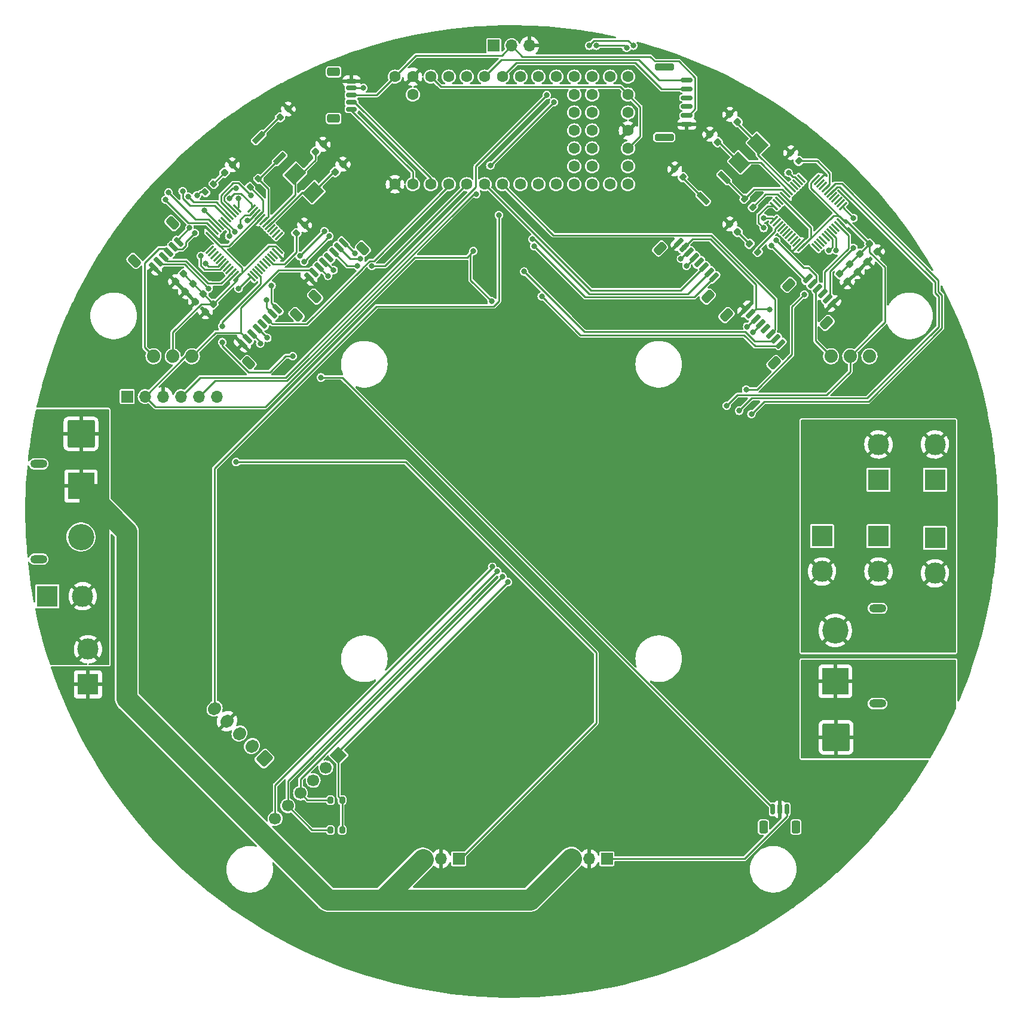
<source format=gtl>
%TF.GenerationSoftware,KiCad,Pcbnew,(6.0.7-1)-1*%
%TF.CreationDate,2023-02-20T20:58:05+08:00*%
%TF.ProjectId,layer3,6c617965-7233-42e6-9b69-6361645f7063,1.0*%
%TF.SameCoordinates,Original*%
%TF.FileFunction,Copper,L1,Top*%
%TF.FilePolarity,Positive*%
%FSLAX46Y46*%
G04 Gerber Fmt 4.6, Leading zero omitted, Abs format (unit mm)*
G04 Created by KiCad (PCBNEW (6.0.7-1)-1) date 2023-02-20 20:58:05*
%MOMM*%
%LPD*%
G01*
G04 APERTURE LIST*
G04 Aperture macros list*
%AMRoundRect*
0 Rectangle with rounded corners*
0 $1 Rounding radius*
0 $2 $3 $4 $5 $6 $7 $8 $9 X,Y pos of 4 corners*
0 Add a 4 corners polygon primitive as box body*
4,1,4,$2,$3,$4,$5,$6,$7,$8,$9,$2,$3,0*
0 Add four circle primitives for the rounded corners*
1,1,$1+$1,$2,$3*
1,1,$1+$1,$4,$5*
1,1,$1+$1,$6,$7*
1,1,$1+$1,$8,$9*
0 Add four rect primitives between the rounded corners*
20,1,$1+$1,$2,$3,$4,$5,0*
20,1,$1+$1,$4,$5,$6,$7,0*
20,1,$1+$1,$6,$7,$8,$9,0*
20,1,$1+$1,$8,$9,$2,$3,0*%
%AMHorizOval*
0 Thick line with rounded ends*
0 $1 width*
0 $2 $3 position (X,Y) of the first rounded end (center of the circle)*
0 $4 $5 position (X,Y) of the second rounded end (center of the circle)*
0 Add line between two ends*
20,1,$1,$2,$3,$4,$5,0*
0 Add two circle primitives to create the rounded ends*
1,1,$1,$2,$3*
1,1,$1,$4,$5*%
%AMRotRect*
0 Rectangle, with rotation*
0 The origin of the aperture is its center*
0 $1 length*
0 $2 width*
0 $3 Rotation angle, in degrees counterclockwise*
0 Add horizontal line*
21,1,$1,$2,0,0,$3*%
G04 Aperture macros list end*
%TA.AperFunction,SMDPad,CuDef*%
%ADD10RoundRect,0.200000X0.335876X0.053033X0.053033X0.335876X-0.335876X-0.053033X-0.053033X-0.335876X0*%
%TD*%
%TA.AperFunction,SMDPad,CuDef*%
%ADD11RoundRect,0.150000X0.548008X0.335876X0.335876X0.548008X-0.548008X-0.335876X-0.335876X-0.548008X0*%
%TD*%
%TA.AperFunction,SMDPad,CuDef*%
%ADD12RoundRect,0.250000X0.707107X0.212132X0.212132X0.707107X-0.707107X-0.212132X-0.212132X-0.707107X0*%
%TD*%
%TA.AperFunction,SMDPad,CuDef*%
%ADD13RoundRect,0.150000X0.150000X0.625000X-0.150000X0.625000X-0.150000X-0.625000X0.150000X-0.625000X0*%
%TD*%
%TA.AperFunction,SMDPad,CuDef*%
%ADD14RoundRect,0.250000X0.350000X0.650000X-0.350000X0.650000X-0.350000X-0.650000X0.350000X-0.650000X0*%
%TD*%
%TA.AperFunction,SMDPad,CuDef*%
%ADD15RotRect,2.000000X2.400000X45.000000*%
%TD*%
%TA.AperFunction,SMDPad,CuDef*%
%ADD16RoundRect,0.225000X0.017678X-0.335876X0.335876X-0.017678X-0.017678X0.335876X-0.335876X0.017678X0*%
%TD*%
%TA.AperFunction,ComponentPad*%
%ADD17RoundRect,0.250000X0.936916X0.088388X0.088388X0.936916X-0.936916X-0.088388X-0.088388X-0.936916X0*%
%TD*%
%TA.AperFunction,ComponentPad*%
%ADD18HorizOval,1.700000X0.088388X0.088388X-0.088388X-0.088388X0*%
%TD*%
%TA.AperFunction,SMDPad,CuDef*%
%ADD19RoundRect,0.150000X-0.700000X0.150000X-0.700000X-0.150000X0.700000X-0.150000X0.700000X0.150000X0*%
%TD*%
%TA.AperFunction,SMDPad,CuDef*%
%ADD20RoundRect,0.250000X-1.100000X0.250000X-1.100000X-0.250000X1.100000X-0.250000X1.100000X0.250000X0*%
%TD*%
%TA.AperFunction,ComponentPad*%
%ADD21RotRect,1.700000X1.700000X315.000000*%
%TD*%
%TA.AperFunction,ComponentPad*%
%ADD22HorizOval,1.700000X0.000000X0.000000X0.000000X0.000000X0*%
%TD*%
%TA.AperFunction,ComponentPad*%
%ADD23C,1.879600*%
%TD*%
%TA.AperFunction,SMDPad,CuDef*%
%ADD24RoundRect,0.225000X0.335876X0.017678X0.017678X0.335876X-0.335876X-0.017678X-0.017678X-0.335876X0*%
%TD*%
%TA.AperFunction,ComponentPad*%
%ADD25R,1.700000X1.700000*%
%TD*%
%TA.AperFunction,ComponentPad*%
%ADD26O,1.700000X1.700000*%
%TD*%
%TA.AperFunction,SMDPad,CuDef*%
%ADD27RoundRect,0.200000X-0.335876X-0.053033X-0.053033X-0.335876X0.335876X0.053033X0.053033X0.335876X0*%
%TD*%
%TA.AperFunction,ComponentPad*%
%ADD28R,3.000000X3.000000*%
%TD*%
%TA.AperFunction,ComponentPad*%
%ADD29C,3.000000*%
%TD*%
%TA.AperFunction,SMDPad,CuDef*%
%ADD30RoundRect,0.200000X-0.053033X0.335876X-0.335876X0.053033X0.053033X-0.335876X0.335876X-0.053033X0*%
%TD*%
%TA.AperFunction,SMDPad,CuDef*%
%ADD31RoundRect,0.200000X0.053033X-0.335876X0.335876X-0.053033X-0.053033X0.335876X-0.335876X0.053033X0*%
%TD*%
%TA.AperFunction,SMDPad,CuDef*%
%ADD32RoundRect,0.218750X-0.026517X0.335876X-0.335876X0.026517X0.026517X-0.335876X0.335876X-0.026517X0*%
%TD*%
%TA.AperFunction,SMDPad,CuDef*%
%ADD33RoundRect,0.075000X0.415425X0.521491X-0.521491X-0.415425X-0.415425X-0.521491X0.521491X0.415425X0*%
%TD*%
%TA.AperFunction,SMDPad,CuDef*%
%ADD34RoundRect,0.075000X-0.415425X0.521491X-0.521491X0.415425X0.415425X-0.521491X0.521491X-0.415425X0*%
%TD*%
%TA.AperFunction,SMDPad,CuDef*%
%ADD35RoundRect,0.200000X-0.707107X-0.424264X-0.424264X-0.707107X0.707107X0.424264X0.424264X0.707107X0*%
%TD*%
%TA.AperFunction,SMDPad,CuDef*%
%ADD36RoundRect,0.200000X-0.200000X-0.275000X0.200000X-0.275000X0.200000X0.275000X-0.200000X0.275000X0*%
%TD*%
%TA.AperFunction,ComponentPad*%
%ADD37C,1.600000*%
%TD*%
%TA.AperFunction,SMDPad,CuDef*%
%ADD38RoundRect,0.200000X0.424264X-0.707107X0.707107X-0.424264X-0.424264X0.707107X-0.707107X0.424264X0*%
%TD*%
%TA.AperFunction,SMDPad,CuDef*%
%ADD39RoundRect,0.218750X-0.335876X-0.026517X-0.026517X-0.335876X0.335876X0.026517X0.026517X0.335876X0*%
%TD*%
%TA.AperFunction,SMDPad,CuDef*%
%ADD40RotRect,2.000000X2.400000X315.000000*%
%TD*%
%TA.AperFunction,SMDPad,CuDef*%
%ADD41RoundRect,0.225000X-0.017678X0.335876X-0.335876X0.017678X0.017678X-0.335876X0.335876X-0.017678X0*%
%TD*%
%TA.AperFunction,SMDPad,CuDef*%
%ADD42RoundRect,0.225000X-0.335876X-0.017678X-0.017678X-0.335876X0.335876X0.017678X0.017678X0.335876X0*%
%TD*%
%TA.AperFunction,SMDPad,CuDef*%
%ADD43RoundRect,0.150000X0.625000X-0.150000X0.625000X0.150000X-0.625000X0.150000X-0.625000X-0.150000X0*%
%TD*%
%TA.AperFunction,SMDPad,CuDef*%
%ADD44RoundRect,0.250000X0.650000X-0.350000X0.650000X0.350000X-0.650000X0.350000X-0.650000X-0.350000X0*%
%TD*%
%TA.AperFunction,ComponentPad*%
%ADD45RoundRect,0.250002X-1.699998X-1.699998X1.699998X-1.699998X1.699998X1.699998X-1.699998X1.699998X0*%
%TD*%
%TA.AperFunction,ComponentPad*%
%ADD46R,3.716000X3.716000*%
%TD*%
%TA.AperFunction,ComponentPad*%
%ADD47C,3.716000*%
%TD*%
%TA.AperFunction,ComponentPad*%
%ADD48O,2.400000X1.200000*%
%TD*%
%TA.AperFunction,SMDPad,CuDef*%
%ADD49RoundRect,0.075000X-0.521491X0.415425X0.415425X-0.521491X0.521491X-0.415425X-0.415425X0.521491X0*%
%TD*%
%TA.AperFunction,SMDPad,CuDef*%
%ADD50RoundRect,0.075000X-0.521491X-0.415425X-0.415425X-0.521491X0.521491X0.415425X0.415425X0.521491X0*%
%TD*%
%TA.AperFunction,ComponentPad*%
%ADD51RoundRect,0.250002X1.699998X1.699998X-1.699998X1.699998X-1.699998X-1.699998X1.699998X-1.699998X0*%
%TD*%
%TA.AperFunction,SMDPad,CuDef*%
%ADD52RoundRect,0.150000X0.335876X-0.548008X0.548008X-0.335876X-0.335876X0.548008X-0.548008X0.335876X0*%
%TD*%
%TA.AperFunction,SMDPad,CuDef*%
%ADD53RoundRect,0.250000X0.212132X-0.707107X0.707107X-0.212132X-0.212132X0.707107X-0.707107X0.212132X0*%
%TD*%
%TA.AperFunction,SMDPad,CuDef*%
%ADD54RoundRect,0.150000X-0.335876X0.548008X-0.548008X0.335876X0.335876X-0.548008X0.548008X-0.335876X0*%
%TD*%
%TA.AperFunction,SMDPad,CuDef*%
%ADD55RoundRect,0.250000X-0.212132X0.707107X-0.707107X0.212132X0.212132X-0.707107X0.707107X-0.212132X0*%
%TD*%
%TA.AperFunction,ViaPad*%
%ADD56C,0.800000*%
%TD*%
%TA.AperFunction,Conductor*%
%ADD57C,0.250000*%
%TD*%
%TA.AperFunction,Conductor*%
%ADD58C,3.000000*%
%TD*%
G04 APERTURE END LIST*
D10*
X150732374Y-60327802D03*
X149565648Y-59161076D03*
D11*
X148125835Y-86252002D03*
X147418728Y-85544895D03*
X146711622Y-84837789D03*
X146004515Y-84130682D03*
X145297408Y-83423575D03*
X144590301Y-82716468D03*
X143883195Y-82009362D03*
X143176088Y-81302255D03*
D12*
X147259629Y-88956686D03*
X140471404Y-82168461D03*
D13*
X149000000Y-152175000D03*
X148000000Y-152175000D03*
X147000000Y-152175000D03*
D14*
X150300000Y-154700000D03*
X145700000Y-154700000D03*
D15*
X142300126Y-60522257D03*
X144916422Y-57905961D03*
D16*
X66640269Y-81680797D03*
X67736285Y-80584781D03*
D17*
X75000000Y-145000000D03*
D18*
X73232233Y-143232233D03*
X71464466Y-141464466D03*
X69696699Y-139696699D03*
X67928932Y-137928932D03*
D19*
X134850000Y-48875000D03*
X134850000Y-50125000D03*
X134850000Y-51375000D03*
X134850000Y-52625000D03*
X134850000Y-53875000D03*
X134850000Y-55125000D03*
D20*
X131650000Y-56975000D03*
X131650000Y-47025000D03*
D21*
X85490129Y-144509872D03*
D22*
X83694078Y-146305923D03*
X81898027Y-148101974D03*
X80101975Y-149898026D03*
X78305924Y-151694077D03*
X76509873Y-153490128D03*
D23*
X64717800Y-88000000D03*
X62000000Y-88000000D03*
X59282200Y-88000000D03*
D10*
X144898745Y-73232503D03*
X143732019Y-72065777D03*
D24*
X157591312Y-77439788D03*
X156495296Y-76343772D03*
D11*
X155505345Y-80551055D03*
X154798239Y-79843949D03*
X154091132Y-79136842D03*
X153384025Y-78429735D03*
X152676918Y-77722628D03*
X151969812Y-77015522D03*
D12*
X154639140Y-83255739D03*
X149265128Y-77881727D03*
D25*
X55550000Y-93719719D03*
D26*
X58090000Y-93719719D03*
X60630000Y-93719719D03*
X63170000Y-93719719D03*
X65710000Y-93719719D03*
X68250000Y-93719719D03*
D25*
X107475000Y-44000000D03*
D26*
X110015000Y-44000000D03*
X112555000Y-44000000D03*
D27*
X133125416Y-61459173D03*
X134292142Y-62625899D03*
D16*
X62397629Y-77438157D03*
X63493645Y-76342141D03*
D11*
X138697745Y-76823912D03*
X137990638Y-76116805D03*
X137283532Y-75409699D03*
X136576425Y-74702592D03*
X135869318Y-73995485D03*
X135162211Y-73288378D03*
X134455105Y-72581272D03*
X133747998Y-71874165D03*
D12*
X137831539Y-79528596D03*
X131043314Y-72740371D03*
D28*
X154000000Y-113500000D03*
D29*
X154000000Y-118500000D03*
D30*
X78378242Y-52972262D03*
X77211516Y-54138988D03*
D31*
X79509613Y-70579220D03*
X80676339Y-69412494D03*
D32*
X70446272Y-60875947D03*
X69332578Y-61989641D03*
D33*
X77025901Y-70941613D03*
X76672347Y-70588059D03*
X76318794Y-70234506D03*
X75965240Y-69880952D03*
X75611687Y-69527399D03*
X75258134Y-69173846D03*
X74904580Y-68820292D03*
X74551027Y-68466739D03*
X74197474Y-68113186D03*
X73843920Y-67759632D03*
X73490367Y-67406079D03*
X73136813Y-67052525D03*
D34*
X71139237Y-67052525D03*
X70785683Y-67406079D03*
X70432130Y-67759632D03*
X70078576Y-68113186D03*
X69725023Y-68466739D03*
X69371470Y-68820292D03*
X69017916Y-69173846D03*
X68664363Y-69527399D03*
X68310810Y-69880952D03*
X67957256Y-70234506D03*
X67603703Y-70588059D03*
X67250149Y-70941613D03*
D33*
X67250149Y-72939189D03*
X67603703Y-73292743D03*
X67957256Y-73646296D03*
X68310810Y-73999850D03*
X68664363Y-74353403D03*
X69017916Y-74706956D03*
X69371470Y-75060510D03*
X69725023Y-75414063D03*
X70078576Y-75767616D03*
X70432130Y-76121170D03*
X70785683Y-76474723D03*
X71139237Y-76828277D03*
D34*
X73136813Y-76828277D03*
X73490367Y-76474723D03*
X73843920Y-76121170D03*
X74197474Y-75767616D03*
X74551027Y-75414063D03*
X74904580Y-75060510D03*
X75258134Y-74706956D03*
X75611687Y-74353403D03*
X75965240Y-73999850D03*
X76318794Y-73646296D03*
X76672347Y-73292743D03*
X77025901Y-72939189D03*
D35*
X74188635Y-57020448D03*
X77158483Y-59990296D03*
D16*
X63811842Y-78852370D03*
X64907858Y-77756354D03*
D36*
X84350000Y-150875000D03*
X86000000Y-150875000D03*
D37*
X96030000Y-63620000D03*
X98570000Y-63620000D03*
X101110000Y-63620000D03*
X103650000Y-63620000D03*
X126510000Y-58540000D03*
X98570000Y-48380000D03*
X106190000Y-63620000D03*
X108730000Y-63620000D03*
X111270000Y-63620000D03*
X113810000Y-63620000D03*
X116350000Y-63620000D03*
X118890000Y-63620000D03*
X121430000Y-63620000D03*
X123970000Y-63620000D03*
X126510000Y-63620000D03*
X126510000Y-48380000D03*
X123970000Y-48380000D03*
X121430000Y-48380000D03*
X118890000Y-48380000D03*
X116350000Y-48380000D03*
X113810000Y-48380000D03*
X111270000Y-48380000D03*
X108730000Y-48380000D03*
X106190000Y-48380000D03*
X103650000Y-48380000D03*
X101110000Y-48380000D03*
X121430000Y-50920000D03*
X118890000Y-50920000D03*
X121430000Y-53460000D03*
X118890000Y-53460000D03*
X121430000Y-56000000D03*
X118890000Y-56000000D03*
X121430000Y-58540000D03*
X118890000Y-58540000D03*
X121430000Y-61080000D03*
X118890000Y-61080000D03*
X93490000Y-63620000D03*
X126510000Y-56000000D03*
X96030000Y-48380000D03*
X126510000Y-50920000D03*
X126510000Y-53460000D03*
X126510000Y-61080000D03*
X93490000Y-48380000D03*
X96030000Y-50920000D03*
D38*
X137173604Y-65648779D03*
X140143452Y-62678931D03*
D30*
X74135601Y-62871757D03*
X72968875Y-64038483D03*
D25*
X123525000Y-159200000D03*
D26*
X120985000Y-159200000D03*
X118445000Y-159200000D03*
D23*
X160717800Y-88000000D03*
X158000000Y-88000000D03*
X155282200Y-88000000D03*
D39*
X140930108Y-69263865D03*
X142043802Y-70377559D03*
D28*
X161999999Y-113500000D03*
D29*
X161999999Y-118500000D03*
D16*
X65226057Y-80266584D03*
X66322073Y-79170568D03*
D40*
X79315158Y-62146972D03*
X81931454Y-64763268D03*
D28*
X50000000Y-134500000D03*
D29*
X50000000Y-129500000D03*
D25*
X102525000Y-159200000D03*
D26*
X99985000Y-159200000D03*
X97445000Y-159200000D03*
D41*
X86121062Y-60785791D03*
X85025046Y-61881807D03*
D42*
X138110520Y-56544782D03*
X139206536Y-57640798D03*
D28*
X44250000Y-122000000D03*
D29*
X49250000Y-122000000D03*
D28*
X161999999Y-105500000D03*
D29*
X161999999Y-100500000D03*
D43*
X87325000Y-53000000D03*
X87325000Y-52000000D03*
X87325000Y-51000000D03*
X87325000Y-50000000D03*
X87325000Y-49000000D03*
D44*
X84800000Y-47700000D03*
X84800000Y-54300000D03*
D24*
X161833953Y-73197148D03*
X160737937Y-72101132D03*
D45*
X156000000Y-142000000D03*
D36*
X84350000Y-155125000D03*
X86000000Y-155125000D03*
D46*
X155869039Y-134067519D03*
D47*
X155869039Y-126867519D03*
D48*
X161869039Y-137217519D03*
X161869039Y-123717519D03*
D42*
X140938947Y-53716355D03*
X142034963Y-54812371D03*
D28*
X169999999Y-113750000D03*
D29*
X169999999Y-118750000D03*
D28*
X169999999Y-105500000D03*
D29*
X169999999Y-100500000D03*
D24*
X160419738Y-74611360D03*
X159323722Y-73515344D03*
D49*
X151094768Y-62811515D03*
X150741214Y-63165069D03*
X150387661Y-63518622D03*
X150034107Y-63872176D03*
X149680554Y-64225729D03*
X149327001Y-64579282D03*
X148973447Y-64932836D03*
X148619894Y-65286389D03*
X148266341Y-65639942D03*
X147912787Y-65993496D03*
X147559234Y-66347049D03*
X147205680Y-66700603D03*
D50*
X147205680Y-68698179D03*
X147559234Y-69051733D03*
X147912787Y-69405286D03*
X148266341Y-69758840D03*
X148619894Y-70112393D03*
X148973447Y-70465946D03*
X149327001Y-70819500D03*
X149680554Y-71173053D03*
X150034107Y-71526606D03*
X150387661Y-71880160D03*
X150741214Y-72233713D03*
X151094768Y-72587267D03*
D49*
X153092344Y-72587267D03*
X153445898Y-72233713D03*
X153799451Y-71880160D03*
X154153005Y-71526606D03*
X154506558Y-71173053D03*
X154860111Y-70819500D03*
X155213665Y-70465946D03*
X155567218Y-70112393D03*
X155920771Y-69758840D03*
X156274325Y-69405286D03*
X156627878Y-69051733D03*
X156981432Y-68698179D03*
D50*
X156981432Y-66700603D03*
X156627878Y-66347049D03*
X156274325Y-65993496D03*
X155920771Y-65639942D03*
X155567218Y-65286389D03*
X155213665Y-64932836D03*
X154860111Y-64579282D03*
X154506558Y-64225729D03*
X154153005Y-63872176D03*
X153799451Y-63518622D03*
X153445898Y-63165069D03*
X153092344Y-62811515D03*
D51*
X49000000Y-99000000D03*
D52*
X59286360Y-75352192D03*
X59993466Y-74645086D03*
X60700573Y-73937979D03*
X61407680Y-73230872D03*
X62114787Y-72523765D03*
X62821893Y-71816659D03*
D53*
X61955688Y-69111975D03*
X56581676Y-74485987D03*
D54*
X86252002Y-71874165D03*
X85544895Y-72581272D03*
X84837789Y-73288378D03*
X84130682Y-73995485D03*
X83423575Y-74702592D03*
X82716468Y-75409699D03*
X82009362Y-76116805D03*
X81302255Y-76823912D03*
D55*
X82168461Y-79528596D03*
X88956686Y-72740371D03*
D27*
X143024911Y-65701813D03*
X144191637Y-66868539D03*
D31*
X66604914Y-64745590D03*
X67771640Y-63578864D03*
D46*
X49000000Y-106400000D03*
D47*
X49000000Y-113600000D03*
D48*
X43000000Y-103250000D03*
X43000000Y-116750000D03*
D41*
X83292635Y-57957364D03*
X82196619Y-59053380D03*
D24*
X159005525Y-76025573D03*
X157909509Y-74929557D03*
D54*
X76823912Y-81302255D03*
X76116805Y-82009362D03*
X75409699Y-82716468D03*
X74702592Y-83423575D03*
X73995485Y-84130682D03*
X73288378Y-84837789D03*
X72581272Y-85544895D03*
X71874165Y-86252002D03*
D55*
X79528596Y-82168461D03*
X72740371Y-88956686D03*
D56*
X80000000Y-73800000D03*
X76000000Y-78000000D03*
X83493245Y-70293245D03*
X159250000Y-71750000D03*
X159500000Y-79500000D03*
X71250000Y-73000000D03*
X113000000Y-76000000D03*
X79000000Y-79000000D03*
X107000000Y-76000000D03*
X150750000Y-66000000D03*
X158750000Y-78750000D03*
X160250000Y-78750000D03*
X66000000Y-71750000D03*
X159500000Y-78000000D03*
X74250000Y-71250000D03*
X161000000Y-78000000D03*
X66500000Y-83750000D03*
X68500000Y-78500000D03*
X151032895Y-70174264D03*
X160250000Y-77250000D03*
X163250000Y-74250000D03*
X78250000Y-72250000D03*
X87800000Y-73400000D03*
X88600000Y-74200000D03*
X75250000Y-80000000D03*
X84200000Y-71000000D03*
X80600000Y-74600000D03*
X113200000Y-72400000D03*
X114287701Y-79512299D03*
X111800000Y-76000000D03*
X112996778Y-71421377D03*
X71000000Y-103000000D03*
X89000000Y-50000000D03*
X134455105Y-72581272D03*
X107200000Y-80200000D03*
X104600500Y-73106049D03*
X146600000Y-81385114D03*
X61400000Y-64800000D03*
X61000000Y-65800000D03*
X115000000Y-51000000D03*
X107000000Y-61000000D03*
X105016516Y-65008082D03*
X116000000Y-52000000D03*
X109500000Y-120000000D03*
X140500000Y-95000000D03*
X142250000Y-95724500D03*
X108750000Y-119250000D03*
X144000000Y-96174500D03*
X108000000Y-118500000D03*
X151500000Y-79250000D03*
X107257754Y-117830615D03*
X149250000Y-62000000D03*
X143250000Y-92750000D03*
X67098350Y-78394291D03*
X71340989Y-78394291D03*
X65116454Y-70546695D03*
X70022612Y-65674565D03*
X71340989Y-65666369D03*
X64374345Y-69804586D03*
X158457517Y-68406497D03*
X158457516Y-72649138D03*
X145729594Y-69820711D03*
X147497362Y-71588479D03*
X145729595Y-68406497D03*
X146790257Y-72295584D03*
X66669059Y-74846846D03*
X66000000Y-73800000D03*
X69000000Y-86000000D03*
X83000000Y-91000000D03*
X69000000Y-83750000D03*
X79000000Y-88000000D03*
X155000000Y-73000000D03*
X122000000Y-44000000D03*
X126301789Y-44316070D03*
X121000497Y-44000000D03*
X127250000Y-44000000D03*
X156008094Y-73006058D03*
X88200000Y-75200000D03*
X90212299Y-75212299D03*
X72543031Y-68743030D03*
X75400000Y-85400000D03*
X71600000Y-69600000D03*
X74400000Y-86200000D03*
X84800000Y-75800000D03*
X71000000Y-64200000D03*
X84000000Y-76600000D03*
X73068161Y-65242856D03*
X64188981Y-65376581D03*
X134800000Y-75200000D03*
X63400000Y-64600000D03*
X134000000Y-74200000D03*
X144200000Y-84600000D03*
X70800000Y-70400000D03*
X143400000Y-83800000D03*
X70000000Y-71000000D03*
X108200000Y-68000000D03*
X66490614Y-67353650D03*
X65426418Y-65199804D03*
D57*
X76000000Y-80478343D02*
X76000000Y-78000000D01*
X76823912Y-81302255D02*
X76000000Y-80478343D01*
X83493245Y-70293245D02*
X80000000Y-73800000D01*
X86274165Y-71874165D02*
X86252002Y-71874165D01*
X87800000Y-73400000D02*
X86274165Y-71874165D01*
X87163623Y-74200000D02*
X88600000Y-74200000D01*
X85544895Y-72581272D02*
X87163623Y-74200000D01*
X84200000Y-71000000D02*
X80600000Y-74600000D01*
X75250000Y-80000000D02*
X75250000Y-81142557D01*
X75250000Y-81142557D02*
X76116805Y-82009362D01*
X113200000Y-72400000D02*
X120400000Y-79600000D01*
X135921657Y-79600000D02*
X138697745Y-76823912D01*
X120400000Y-79600000D02*
X135921657Y-79600000D01*
X147809934Y-86567903D02*
X148125835Y-86252002D01*
X144506202Y-86567903D02*
X147809934Y-86567903D01*
X114287701Y-79512299D02*
X119775402Y-85000000D01*
X142938299Y-85000000D02*
X144506202Y-86567903D01*
X119775402Y-85000000D02*
X142938299Y-85000000D01*
X143124695Y-84550000D02*
X144435492Y-85860797D01*
X120350000Y-84550000D02*
X143124695Y-84550000D01*
X111800000Y-76000000D02*
X120350000Y-84550000D01*
X144435492Y-85860797D02*
X147102826Y-85860797D01*
X147102826Y-85860797D02*
X147418728Y-85544895D01*
X120975305Y-79150000D02*
X113246682Y-71421377D01*
X134957443Y-79150000D02*
X120975305Y-79150000D01*
X113246682Y-71421377D02*
X112996778Y-71421377D01*
X137990638Y-76116805D02*
X134957443Y-79150000D01*
X90870000Y-51000000D02*
X93490000Y-48380000D01*
X136025000Y-52971751D02*
X136025000Y-48528249D01*
X108615000Y-45400000D02*
X96470000Y-45400000D01*
X96470000Y-45400000D02*
X93490000Y-48380000D01*
X134850000Y-53875000D02*
X135121751Y-53875000D01*
X135121751Y-53875000D02*
X136025000Y-52971751D01*
X111565000Y-45550000D02*
X110015000Y-44000000D01*
X130311827Y-46200000D02*
X129661827Y-45550000D01*
X136025000Y-48528249D02*
X133696751Y-46200000D01*
X87325000Y-51000000D02*
X90870000Y-51000000D01*
X123525000Y-159200000D02*
X143013173Y-159200000D01*
X110015000Y-44000000D02*
X108615000Y-45400000D01*
X149000000Y-153213173D02*
X149000000Y-152175000D01*
X129661827Y-45550000D02*
X111565000Y-45550000D01*
X143013173Y-159200000D02*
X149000000Y-153213173D01*
X133696751Y-46200000D02*
X130311827Y-46200000D01*
D58*
X55500000Y-136500000D02*
X84000000Y-165000000D01*
X55500000Y-112900000D02*
X55500000Y-136500000D01*
X92000000Y-165000000D02*
X92000000Y-164750000D01*
X49000000Y-106400000D02*
X55500000Y-112900000D01*
X84000000Y-165000000D02*
X91000000Y-165000000D01*
X118435000Y-159210000D02*
X118435000Y-159200000D01*
X112645000Y-165000000D02*
X118435000Y-159210000D01*
X92000000Y-164750000D02*
X97435000Y-159315000D01*
X91000000Y-165000000D02*
X92000000Y-165000000D01*
X92000000Y-165000000D02*
X112645000Y-165000000D01*
D57*
X91645000Y-165000000D02*
X91000000Y-165000000D01*
X104200000Y-73506549D02*
X104200000Y-77200000D01*
X104200000Y-77200000D02*
X107200000Y-80200000D01*
X75097792Y-95175000D02*
X59545281Y-95175000D01*
X144600000Y-81292557D02*
X146507443Y-81292557D01*
X81693461Y-75800904D02*
X76999096Y-75800904D01*
X143883195Y-82009362D02*
X144600000Y-81292557D01*
X103706549Y-74000000D02*
X96272792Y-74000000D01*
X99985000Y-49795000D02*
X125385000Y-49795000D01*
X125385000Y-49795000D02*
X126510000Y-50920000D01*
X68072245Y-84645555D02*
X71681932Y-84645555D01*
X128237865Y-56812135D02*
X126510000Y-58540000D01*
X146507443Y-81292557D02*
X146600000Y-81385114D01*
X104600500Y-73106049D02*
X104200000Y-73506549D01*
X72581272Y-85544895D02*
X71681932Y-84645555D01*
X126510000Y-50920000D02*
X128237865Y-52647865D01*
X63809719Y-88000000D02*
X64717800Y-88000000D01*
X104600500Y-73106049D02*
X103706549Y-74000000D01*
X82009362Y-76116805D02*
X81693461Y-75800904D01*
X128237865Y-52647865D02*
X128237865Y-56812135D01*
X102800000Y-159200000D02*
X102525000Y-159200000D01*
X58090000Y-93719719D02*
X63809719Y-88000000D01*
X71681932Y-81118068D02*
X71681932Y-84645555D01*
X95000000Y-103000000D02*
X122000000Y-130000000D01*
X96272792Y-74000000D02*
X75097792Y-95175000D01*
X59545281Y-95175000D02*
X58090000Y-93719719D01*
X87325000Y-50000000D02*
X89000000Y-50000000D01*
X122000000Y-130000000D02*
X122000000Y-140000000D01*
X144600000Y-77836396D02*
X138163604Y-71400000D01*
X71000000Y-103000000D02*
X95000000Y-103000000D01*
X135636377Y-71400000D02*
X134455105Y-72581272D01*
X98570000Y-48380000D02*
X99985000Y-49795000D01*
X138163604Y-71400000D02*
X135636377Y-71400000D01*
X122000000Y-140000000D02*
X102800000Y-159200000D01*
X144600000Y-81292557D02*
X144600000Y-77836396D01*
X64717800Y-88000000D02*
X68072245Y-84645555D01*
X76999096Y-75800904D02*
X71681932Y-81118068D01*
X68310810Y-69880952D02*
X67059444Y-68629586D01*
X65229586Y-68629586D02*
X67059444Y-68629586D01*
X65229586Y-68629586D02*
X61400000Y-64800000D01*
X66802336Y-69079586D02*
X64200000Y-69079586D01*
X64200000Y-69079586D02*
X61000000Y-65879586D01*
X67957256Y-70234506D02*
X66802336Y-69079586D01*
X61000000Y-65879586D02*
X61000000Y-65800000D01*
X65889719Y-91000000D02*
X78000000Y-91000000D01*
X104948567Y-61051433D02*
X115000000Y-51000000D01*
X63170000Y-93719719D02*
X65889719Y-91000000D01*
X104948567Y-64051433D02*
X104948567Y-61051433D01*
X78000000Y-91000000D02*
X104948567Y-64051433D01*
X67979719Y-91450000D02*
X78186396Y-91450000D01*
X104628314Y-65008082D02*
X105016516Y-65008082D01*
X107000000Y-61000000D02*
X116000000Y-52000000D01*
X78186396Y-91450000D02*
X104628314Y-65008082D01*
X65710000Y-93719719D02*
X67979719Y-91450000D01*
X67736285Y-80584782D02*
X71139236Y-77181830D01*
X71139236Y-77181830D02*
X71139236Y-76828277D01*
X71781391Y-76186122D02*
X71139236Y-76828277D01*
X63493645Y-76342142D02*
X67736285Y-80584782D01*
X74800766Y-65870374D02*
X74800766Y-67509893D01*
X62000000Y-88000000D02*
X62000000Y-84624012D01*
X67736285Y-80584782D02*
X66039230Y-80584782D01*
X71781391Y-75472855D02*
X71781391Y-76186122D01*
X62000000Y-84624012D02*
X66039230Y-80584782D01*
X69926776Y-72383883D02*
X68692419Y-72383883D01*
X75596261Y-72371252D02*
X71139236Y-76828277D01*
X74800766Y-67509893D02*
X74197473Y-68113186D01*
X68692419Y-72383883D02*
X67250149Y-70941613D01*
X76457962Y-72371253D02*
X75596261Y-72371252D01*
X74197473Y-68113186D02*
X69926776Y-72383883D01*
X72968875Y-64038483D02*
X74800766Y-65870374D01*
X67250149Y-70941613D02*
X71781391Y-75472855D01*
X77025900Y-72939189D02*
X76457962Y-72371253D01*
X81931453Y-64763267D02*
X84812914Y-61881806D01*
X75611686Y-69527399D02*
X80375818Y-64763267D01*
X84812914Y-61881806D02*
X85025046Y-61881806D01*
X80375818Y-64763267D02*
X81931453Y-64763267D01*
X79315159Y-62146972D02*
X80234397Y-62146972D01*
X79315158Y-65116821D02*
X75258133Y-69173846D01*
X82196619Y-60184750D02*
X82196619Y-59053379D01*
X79315159Y-62146972D02*
X79315158Y-65116821D01*
X80234397Y-62146972D02*
X82196619Y-60184750D01*
X156981431Y-68698178D02*
X152447109Y-64163856D01*
X147698403Y-65072005D02*
X148266339Y-65639941D01*
X158000000Y-90156418D02*
X158000000Y-88000000D01*
X155629089Y-68052946D02*
X156336196Y-68052944D01*
X86000000Y-150875000D02*
X85490129Y-150365129D01*
X157334984Y-68698178D02*
X156981431Y-68698178D01*
X145988173Y-65072005D02*
X147698403Y-65072005D01*
X152447110Y-69820712D02*
X152447110Y-71234925D01*
X154656418Y-93500000D02*
X158000000Y-90156418D01*
X140500000Y-95000000D02*
X142000000Y-93500000D01*
X85490129Y-150365129D02*
X85490129Y-144509872D01*
X86000000Y-155125000D02*
X86000000Y-150875000D01*
X148266339Y-65639941D02*
X152447110Y-69820712D01*
X160737936Y-73232501D02*
X160737936Y-72101130D01*
X151094767Y-72587266D02*
X155629089Y-68052946D01*
X152447109Y-64163856D02*
X152447110Y-63456749D01*
X152447110Y-71234925D02*
X151094767Y-72587266D01*
X162876934Y-75371499D02*
X160737936Y-73232501D01*
X85490129Y-144509872D02*
X85490129Y-144009871D01*
X158000000Y-88000000D02*
X162876934Y-83123066D01*
X152447110Y-63456749D02*
X153092343Y-62811514D01*
X156336196Y-68052944D02*
X156981431Y-68698178D01*
X144191637Y-66868540D02*
X145988173Y-65072005D01*
X156495295Y-76343771D02*
X160737936Y-72101130D01*
X85490129Y-144009871D02*
X109500000Y-120000000D01*
X142000000Y-93500000D02*
X154656418Y-93500000D01*
X160737936Y-72101130D02*
X157334984Y-68698178D01*
X162876934Y-83123066D02*
X162876934Y-75371499D01*
X142034962Y-54812370D02*
X142034962Y-55024502D01*
X142034962Y-55024502D02*
X144916422Y-57905962D01*
X149680554Y-64225729D02*
X144916422Y-59461597D01*
X144916422Y-59461597D02*
X144916422Y-57905962D01*
X139418667Y-57640797D02*
X142300127Y-60522258D01*
X142300127Y-60522258D02*
X145269975Y-60522255D01*
X139206535Y-57640797D02*
X139418667Y-57640797D01*
X145269975Y-60522255D02*
X149327000Y-64579281D01*
X67771640Y-63550579D02*
X67771640Y-63578863D01*
X69332579Y-61989641D02*
X67771640Y-63550579D01*
X142043801Y-70377558D02*
X143732019Y-72065776D01*
X156500000Y-64000000D02*
X170000000Y-77500000D01*
X170000000Y-77500000D02*
X170000000Y-79000000D01*
X156146501Y-64000000D02*
X156500000Y-64000000D01*
X81078949Y-150875000D02*
X80101975Y-149898026D01*
X144024500Y-93950000D02*
X142250000Y-95724500D01*
X80101975Y-147898025D02*
X108750000Y-119250000D01*
X160413604Y-93950000D02*
X144024500Y-93950000D01*
X84350000Y-150875000D02*
X81078949Y-150875000D01*
X155213665Y-64932836D02*
X156146501Y-64000000D01*
X170550000Y-83813604D02*
X160413604Y-93950000D01*
X170000000Y-79000000D02*
X170550000Y-79550000D01*
X80101975Y-149898026D02*
X80101975Y-147898025D01*
X170550000Y-79550000D02*
X170550000Y-83813604D01*
X154824757Y-64579282D02*
X154860111Y-64579282D01*
X170450000Y-77313604D02*
X170447756Y-77311360D01*
X171000000Y-84000000D02*
X171000000Y-79363604D01*
X160600000Y-94400000D02*
X171000000Y-84000000D01*
X170447756Y-77311360D02*
X170447756Y-77197756D01*
X78305924Y-148194076D02*
X108000000Y-118500000D01*
X144000000Y-96174500D02*
X145774500Y-94400000D01*
X170447756Y-77197756D02*
X156800000Y-63550000D01*
X156800000Y-63550000D02*
X155854039Y-63550000D01*
X145774500Y-94400000D02*
X160600000Y-94400000D01*
X171000000Y-79363604D02*
X170450000Y-78813604D01*
X170450000Y-78813604D02*
X170450000Y-77313604D01*
X155854039Y-63550000D02*
X154824757Y-64579282D01*
X78305924Y-151694077D02*
X78305924Y-148194076D01*
X81736847Y-155125000D02*
X78305924Y-151694077D01*
X84350000Y-155125000D02*
X81736847Y-155125000D01*
X76509873Y-153490128D02*
X76509873Y-148740127D01*
X144774462Y-92750000D02*
X143250000Y-92750000D01*
X149750000Y-87774462D02*
X144774462Y-92750000D01*
X107257754Y-117830615D02*
X107257754Y-117992246D01*
X150741214Y-63165069D02*
X150173277Y-62597132D01*
X151500000Y-79250000D02*
X149750000Y-81000000D01*
X76509873Y-148740127D02*
X107257754Y-117992246D01*
X149750000Y-81000000D02*
X149750000Y-87774462D01*
X149847132Y-62597132D02*
X149250000Y-62000000D01*
X150173277Y-62597132D02*
X149847132Y-62597132D01*
X67098350Y-78394291D02*
X63665044Y-74960986D01*
X71340989Y-78394291D02*
X72907003Y-76828277D01*
X63665044Y-74960986D02*
X60309367Y-74960986D01*
X72907003Y-76828277D02*
X73136813Y-76828277D01*
X60309367Y-74960986D02*
X59993467Y-74645085D01*
X61273581Y-74510986D02*
X63851440Y-74510986D01*
X67416547Y-77687184D02*
X68866115Y-77687185D01*
X68866115Y-77687185D02*
X70432130Y-76121170D01*
X60700573Y-73937978D02*
X61273581Y-74510986D01*
X63851440Y-74510986D02*
X67009746Y-77669290D01*
X67398653Y-77669290D02*
X67416547Y-77687184D01*
X67009746Y-77669290D02*
X67398653Y-77669290D01*
X61407680Y-73230872D02*
X60914244Y-72737436D01*
X60914244Y-72737436D02*
X60062637Y-72737436D01*
X59282200Y-88000000D02*
X58000000Y-86717800D01*
X58000000Y-74800074D02*
X60062637Y-72737436D01*
X58000000Y-86717800D02*
X58000000Y-74800074D01*
X65116454Y-70546695D02*
X63844901Y-71818248D01*
X73136812Y-66436887D02*
X73136812Y-67052525D01*
X62430687Y-72839666D02*
X62114786Y-72523766D01*
X63844901Y-72349286D02*
X63354521Y-72839666D01*
X71641294Y-64941368D02*
X73136812Y-66436887D01*
X63354521Y-72839666D02*
X62430687Y-72839666D01*
X70755809Y-64941368D02*
X71641294Y-64941368D01*
X70022612Y-65674565D02*
X70755809Y-64941368D01*
X63844901Y-71818248D02*
X63844901Y-72349286D01*
X62821893Y-71357037D02*
X62821894Y-71816658D01*
X71340990Y-66850772D02*
X71139236Y-67052526D01*
X64374345Y-69804586D02*
X62821893Y-71357037D01*
X71340989Y-65666369D02*
X71340990Y-66850772D01*
X158457516Y-72649138D02*
X155114140Y-75992517D01*
X156981431Y-66930411D02*
X156981431Y-66700602D01*
X155114140Y-75992517D02*
X155114139Y-79528048D01*
X155114139Y-79528048D02*
X154798238Y-79843949D01*
X158457517Y-68406497D02*
X156981431Y-66930411D01*
X157732517Y-72737741D02*
X157732517Y-72348833D01*
X154407032Y-78820942D02*
X154407032Y-76063226D01*
X157750411Y-72330942D02*
X157750411Y-70881373D01*
X154407032Y-76063226D02*
X157732517Y-72737741D01*
X157750411Y-70881373D02*
X156274323Y-69405285D01*
X157732517Y-72348833D02*
X157750411Y-72330942D01*
X154091132Y-79136841D02*
X154407032Y-78820942D01*
X153068124Y-85785924D02*
X155282200Y-88000000D01*
X153384026Y-78429735D02*
X153068125Y-78745637D01*
X153068125Y-78745637D02*
X153068124Y-85785924D01*
X147497362Y-71588479D02*
X151386450Y-75477567D01*
X152093556Y-75477565D02*
X153154217Y-76538225D01*
X145000000Y-68000000D02*
X145000000Y-69091117D01*
X146299397Y-66700603D02*
X145000000Y-68000000D01*
X153154217Y-77245332D02*
X152676918Y-77722628D01*
X153154217Y-76538225D02*
X153154217Y-77245332D01*
X151386450Y-75477567D02*
X152093556Y-75477565D01*
X147205680Y-66700603D02*
X146299397Y-66700603D01*
X145000000Y-69091117D02*
X145729594Y-69820711D01*
X151510193Y-77015523D02*
X151969812Y-77015523D01*
X146790257Y-72295584D02*
X151510193Y-77015523D01*
X145729595Y-68406497D02*
X146913998Y-68406497D01*
X146913998Y-68406497D02*
X147205679Y-68698178D01*
X77070095Y-54138988D02*
X77211516Y-54138988D01*
X74188635Y-57020447D02*
X77070095Y-54138988D01*
X74277022Y-62871757D02*
X74135601Y-62871757D01*
X75507873Y-64244028D02*
X75507874Y-68217000D01*
X74135601Y-62871757D02*
X75507873Y-64244028D01*
X75507874Y-68217000D02*
X74904580Y-68820292D01*
X77158484Y-59990296D02*
X74277022Y-62871757D01*
X137173603Y-65648780D02*
X134292142Y-62767319D01*
X134292142Y-62767319D02*
X134292141Y-62625900D01*
X144397183Y-64329543D02*
X148370154Y-64329543D01*
X143024909Y-65560391D02*
X143024910Y-65701813D01*
X148370154Y-64329543D02*
X148973446Y-64932835D01*
X140143452Y-62678933D02*
X143024909Y-65560391D01*
X143024910Y-65701813D02*
X144397183Y-64329543D01*
X69017915Y-74706956D02*
X68449977Y-75274894D01*
X67097107Y-75274894D02*
X66669059Y-74846846D01*
X68449977Y-75274894D02*
X67097107Y-75274894D01*
X66521802Y-75724894D02*
X68707085Y-75724894D01*
X65944059Y-75147151D02*
X66521802Y-75724894D01*
X68707085Y-75724894D02*
X69371470Y-75060510D01*
X65944059Y-73855941D02*
X65944059Y-75147151D01*
X66000000Y-73800000D02*
X65944059Y-73855941D01*
X147000000Y-152000000D02*
X86000000Y-91000000D01*
X147000000Y-152175000D02*
X147000000Y-152000000D01*
X79000000Y-88000000D02*
X78000000Y-88000000D01*
X73843920Y-76121170D02*
X73843920Y-76085814D01*
X74447213Y-77716391D02*
X69000000Y-83163604D01*
X73843920Y-76085814D02*
X74447213Y-76689107D01*
X72714331Y-90238793D02*
X69000000Y-86524462D01*
X69000000Y-83163604D02*
X69000000Y-83750000D01*
X78000000Y-88000000D02*
X75761207Y-90238793D01*
X69000000Y-86524462D02*
X69000000Y-86000000D01*
X86000000Y-91000000D02*
X83000000Y-91000000D01*
X74447213Y-76689107D02*
X74447213Y-77716391D01*
X75761207Y-90238793D02*
X72714331Y-90238793D01*
X155428049Y-71387438D02*
X155428049Y-72571951D01*
X125985719Y-44000000D02*
X122000000Y-44000000D01*
X155428049Y-72571951D02*
X155000000Y-73000000D01*
X154860111Y-70819500D02*
X155428049Y-71387438D01*
X126301789Y-44316070D02*
X125985719Y-44000000D01*
X121275000Y-43725497D02*
X121275000Y-43699695D01*
X121000497Y-44000000D02*
X121275000Y-43725497D01*
X121275000Y-43699695D02*
X121699695Y-43275000D01*
X156000000Y-72997964D02*
X156000000Y-71252281D01*
X156008094Y-73006058D02*
X156000000Y-72997964D01*
X121699695Y-43275000D02*
X126525000Y-43275000D01*
X156000000Y-71252281D02*
X155213665Y-70465946D01*
X126525000Y-43275000D02*
X127250000Y-44000000D01*
X153327803Y-60327803D02*
X155074494Y-62074494D01*
X155074494Y-63657790D02*
X154506558Y-64225729D01*
X150732375Y-60327803D02*
X153327803Y-60327803D01*
X155074494Y-62074494D02*
X155074494Y-63657790D01*
X147344849Y-70326777D02*
X147344849Y-69973223D01*
X144898745Y-72772883D02*
X147344849Y-70326777D01*
X144898744Y-73232501D02*
X144898745Y-72772883D01*
X147344849Y-69973223D02*
X147912787Y-69405287D01*
X77828659Y-74921341D02*
X76214979Y-74921341D01*
X76214979Y-74921341D02*
X75514459Y-74220821D01*
X79509614Y-70579221D02*
X79509614Y-73240386D01*
X79509614Y-73240386D02*
X77828659Y-74921341D01*
X87325000Y-53000000D02*
X87325000Y-53157864D01*
X87325000Y-53157864D02*
X96030000Y-61862864D01*
X96030000Y-61862864D02*
X96030000Y-63620000D01*
X98570000Y-62798249D02*
X98570000Y-63620000D01*
X87771751Y-52000000D02*
X98570000Y-62798249D01*
X87325000Y-52000000D02*
X87771751Y-52000000D01*
X101110000Y-63890000D02*
X101110000Y-63620000D01*
X90512653Y-74487347D02*
X101110000Y-63890000D01*
X80974737Y-83450568D02*
X88925000Y-75500305D01*
X76143799Y-83450568D02*
X80974737Y-83450568D01*
X89911946Y-74487347D02*
X90512653Y-74487347D01*
X88925000Y-75500305D02*
X88925000Y-75474293D01*
X75409699Y-82716468D02*
X76143799Y-83450568D01*
X88925000Y-75474293D02*
X89911946Y-74487347D01*
X84837789Y-73288378D02*
X86749411Y-75200000D01*
X92057701Y-75212299D02*
X103650000Y-63620000D01*
X90212299Y-75212299D02*
X92057701Y-75212299D01*
X86749411Y-75200000D02*
X88200000Y-75200000D01*
X137283532Y-75409699D02*
X133993231Y-78700000D01*
X133993231Y-78700000D02*
X121300000Y-78700000D01*
X121300000Y-78700000D02*
X106220000Y-63620000D01*
X106220000Y-63620000D02*
X106190000Y-63620000D01*
X115961157Y-70851157D02*
X138251157Y-70851157D01*
X138251157Y-70851157D02*
X147339870Y-79939870D01*
X147339870Y-84209541D02*
X146711622Y-84837789D01*
X147339870Y-79939870D02*
X147339870Y-84209541D01*
X108730000Y-63620000D02*
X115961157Y-70851157D01*
X131225000Y-50125000D02*
X127550000Y-46450000D01*
X110660000Y-46450000D02*
X108730000Y-48380000D01*
X134850000Y-50125000D02*
X131225000Y-50125000D01*
X127550000Y-46450000D02*
X110660000Y-46450000D01*
X130875000Y-48875000D02*
X128000000Y-46000000D01*
X108570000Y-46000000D02*
X106190000Y-48380000D01*
X134850000Y-48875000D02*
X130875000Y-48875000D01*
X128000000Y-46000000D02*
X108570000Y-46000000D01*
X73995485Y-84130682D02*
X74130682Y-84130682D01*
X74130682Y-84130682D02*
X75400000Y-85400000D01*
X72543031Y-68743030D02*
X72860522Y-68743030D01*
X72860522Y-68743030D02*
X73843920Y-67759632D01*
X71600000Y-68600000D02*
X71600000Y-69600000D01*
X72907107Y-67989339D02*
X72210661Y-67989339D01*
X74400000Y-85949411D02*
X74400000Y-86200000D01*
X71600000Y-68600000D02*
X72210661Y-67989339D01*
X73288378Y-84837789D02*
X74400000Y-85949411D01*
X73490367Y-67406079D02*
X72907107Y-67989339D01*
X69297612Y-65374260D02*
X69297612Y-65974870D01*
X71000000Y-64200000D02*
X70471872Y-64200000D01*
X70471872Y-64200000D02*
X69297612Y-65374260D01*
X83423575Y-74702592D02*
X83702592Y-74702592D01*
X83702592Y-74702592D02*
X84800000Y-75800000D01*
X69816845Y-66437241D02*
X70785683Y-67406079D01*
X69759983Y-66437241D02*
X69816845Y-66437241D01*
X69297612Y-65974870D02*
X69759983Y-66437241D01*
X68847612Y-66175114D02*
X70432130Y-67759632D01*
X84000000Y-76600000D02*
X83906769Y-76600000D01*
X73068161Y-65242856D02*
X71300305Y-63475000D01*
X68847612Y-65187864D02*
X68847612Y-66175114D01*
X71300305Y-63475000D02*
X70560476Y-63475000D01*
X83906769Y-76600000D02*
X82716468Y-75409699D01*
X70560476Y-63475000D02*
X68847612Y-65187864D01*
X68144041Y-66178650D02*
X70078576Y-68113186D01*
X135869318Y-74130682D02*
X134800000Y-75200000D01*
X64188981Y-65376581D02*
X64991051Y-66178650D01*
X64991051Y-66178650D02*
X68144041Y-66178650D01*
X135869318Y-73995485D02*
X135869318Y-74130682D01*
X67886934Y-66628650D02*
X69725023Y-68466739D01*
X134000000Y-74200000D02*
X134911622Y-73288378D01*
X63400000Y-65612905D02*
X64415745Y-66628650D01*
X134911622Y-73288378D02*
X135162211Y-73288378D01*
X64415745Y-66628650D02*
X67886934Y-66628650D01*
X63400000Y-64600000D02*
X63400000Y-65612905D01*
X145297408Y-83423575D02*
X145297408Y-83502592D01*
X70800000Y-70400000D02*
X70800000Y-70248823D01*
X145297408Y-83502592D02*
X144200000Y-84600000D01*
X70800000Y-70248823D02*
X69371470Y-68820292D01*
X144590301Y-82716468D02*
X144483532Y-82716468D01*
X144483532Y-82716468D02*
X143400000Y-83800000D01*
X70000000Y-70155930D02*
X69017916Y-69173846D01*
X70000000Y-71000000D02*
X70000000Y-70155930D01*
X107500305Y-80925000D02*
X108200000Y-80225305D01*
X67928932Y-137928932D02*
X67928932Y-103871068D01*
X108200000Y-80225305D02*
X108200000Y-68000000D01*
X90875000Y-80925000D02*
X107500305Y-80925000D01*
X67928932Y-103871068D02*
X90875000Y-80925000D01*
X65880632Y-64745590D02*
X65426418Y-65199804D01*
X66604914Y-64745590D02*
X65880632Y-64745590D01*
X66490614Y-67353650D02*
X68664363Y-69527399D01*
%TA.AperFunction,Conductor*%
G36*
X52942121Y-95520002D02*
G01*
X52988614Y-95573658D01*
X53000000Y-95626000D01*
X53000000Y-131624000D01*
X52979998Y-131692121D01*
X52926342Y-131738614D01*
X52874000Y-131750000D01*
X50211546Y-131750000D01*
X50143425Y-131729998D01*
X50096932Y-131676342D01*
X50086828Y-131606068D01*
X50116322Y-131541488D01*
X50176048Y-131503104D01*
X50196409Y-131498913D01*
X50372883Y-131477557D01*
X50381284Y-131475955D01*
X50637824Y-131408653D01*
X50645926Y-131405926D01*
X50890949Y-131304434D01*
X50898617Y-131300628D01*
X51127598Y-131166822D01*
X51134679Y-131162009D01*
X51214655Y-131099301D01*
X51223125Y-131087442D01*
X51216608Y-131075818D01*
X50012812Y-129872022D01*
X49998868Y-129864408D01*
X49997035Y-129864539D01*
X49990420Y-129868790D01*
X48782910Y-131076300D01*
X48775618Y-131089654D01*
X48782673Y-131099627D01*
X48813679Y-131125551D01*
X48820598Y-131130579D01*
X49045272Y-131271515D01*
X49052807Y-131275556D01*
X49294520Y-131384694D01*
X49302551Y-131387680D01*
X49556832Y-131463002D01*
X49565184Y-131464869D01*
X49791176Y-131499450D01*
X49855487Y-131529526D01*
X49893329Y-131589596D01*
X49892687Y-131660590D01*
X49853765Y-131719967D01*
X49788920Y-131748875D01*
X49772117Y-131750000D01*
X44719102Y-131750000D01*
X44650981Y-131729998D01*
X44604488Y-131676342D01*
X44599440Y-131663459D01*
X44434087Y-131162009D01*
X44326077Y-130834460D01*
X44325218Y-130831750D01*
X44292559Y-130724594D01*
X43914212Y-129483204D01*
X47987665Y-129483204D01*
X48002932Y-129747969D01*
X48004005Y-129756470D01*
X48055065Y-130016722D01*
X48057276Y-130024974D01*
X48143184Y-130275894D01*
X48146499Y-130283779D01*
X48265664Y-130520713D01*
X48270020Y-130528079D01*
X48399347Y-130716250D01*
X48409601Y-130724594D01*
X48423342Y-130717448D01*
X49627978Y-129512812D01*
X49634356Y-129501132D01*
X50364408Y-129501132D01*
X50364539Y-129502965D01*
X50368790Y-129509580D01*
X51575730Y-130716520D01*
X51587939Y-130723187D01*
X51599439Y-130714497D01*
X51696831Y-130581913D01*
X51701418Y-130574685D01*
X51827962Y-130341621D01*
X51831530Y-130333827D01*
X51925271Y-130085750D01*
X51927748Y-130077544D01*
X51986954Y-129819038D01*
X51988294Y-129810577D01*
X52012031Y-129544616D01*
X52012277Y-129539677D01*
X52012666Y-129502485D01*
X52012523Y-129497519D01*
X51994362Y-129231123D01*
X51993201Y-129222649D01*
X51939419Y-128962944D01*
X51937120Y-128954709D01*
X51848588Y-128704705D01*
X51845191Y-128696854D01*
X51723550Y-128461178D01*
X51719122Y-128453866D01*
X51600031Y-128284417D01*
X51589509Y-128276037D01*
X51576121Y-128283089D01*
X50372022Y-129487188D01*
X50364408Y-129501132D01*
X49634356Y-129501132D01*
X49635592Y-129498868D01*
X49635461Y-129497035D01*
X49631210Y-129490420D01*
X48423814Y-128283024D01*
X48411804Y-128276466D01*
X48400064Y-128285434D01*
X48291935Y-128435911D01*
X48287418Y-128443196D01*
X48163325Y-128677567D01*
X48159839Y-128685395D01*
X48068700Y-128934446D01*
X48066311Y-128942670D01*
X48009812Y-129201795D01*
X48008563Y-129210250D01*
X47987754Y-129474653D01*
X47987665Y-129483204D01*
X43914212Y-129483204D01*
X43870313Y-129339167D01*
X43869516Y-129336444D01*
X43834164Y-129210250D01*
X43470604Y-127912500D01*
X48776584Y-127912500D01*
X48782980Y-127923770D01*
X49987188Y-129127978D01*
X50001132Y-129135592D01*
X50002965Y-129135461D01*
X50009580Y-129131210D01*
X51216604Y-127924186D01*
X51223795Y-127911017D01*
X51216473Y-127900780D01*
X51169233Y-127862115D01*
X51162261Y-127857160D01*
X50936122Y-127718582D01*
X50928552Y-127714624D01*
X50685704Y-127608022D01*
X50677644Y-127605120D01*
X50422592Y-127532467D01*
X50414214Y-127530685D01*
X50151656Y-127493318D01*
X50143111Y-127492691D01*
X49877908Y-127491302D01*
X49869374Y-127491839D01*
X49606433Y-127526456D01*
X49598035Y-127528149D01*
X49342238Y-127598127D01*
X49334143Y-127600946D01*
X49090199Y-127704997D01*
X49082577Y-127708881D01*
X48855013Y-127845075D01*
X48847981Y-127849962D01*
X48785053Y-127900377D01*
X48776584Y-127912500D01*
X43470604Y-127912500D01*
X43470189Y-127911017D01*
X43448579Y-127833877D01*
X43447839Y-127831115D01*
X43061106Y-126319416D01*
X43060429Y-126316639D01*
X42708092Y-124796555D01*
X42707478Y-124793763D01*
X42507275Y-123831249D01*
X42512986Y-123760482D01*
X42556049Y-123704037D01*
X42622793Y-123679834D01*
X42670039Y-123687711D01*
X42671769Y-123688867D01*
X42683938Y-123691288D01*
X42683939Y-123691288D01*
X42724184Y-123699293D01*
X42730252Y-123700500D01*
X45769748Y-123700500D01*
X45775816Y-123699293D01*
X45816061Y-123691288D01*
X45816062Y-123691288D01*
X45828231Y-123688867D01*
X45894552Y-123644552D01*
X45931234Y-123589654D01*
X48025618Y-123589654D01*
X48032673Y-123599627D01*
X48063679Y-123625551D01*
X48070598Y-123630579D01*
X48295272Y-123771515D01*
X48302807Y-123775556D01*
X48544520Y-123884694D01*
X48552551Y-123887680D01*
X48806832Y-123963002D01*
X48815184Y-123964869D01*
X49077340Y-124004984D01*
X49085874Y-124005700D01*
X49351045Y-124009867D01*
X49359596Y-124009418D01*
X49622883Y-123977557D01*
X49631284Y-123975955D01*
X49887824Y-123908653D01*
X49895926Y-123905926D01*
X50140949Y-123804434D01*
X50148617Y-123800628D01*
X50377598Y-123666822D01*
X50384679Y-123662009D01*
X50464655Y-123599301D01*
X50473125Y-123587442D01*
X50466608Y-123575818D01*
X49262812Y-122372022D01*
X49248868Y-122364408D01*
X49247035Y-122364539D01*
X49240420Y-122368790D01*
X48032910Y-123576300D01*
X48025618Y-123589654D01*
X45931234Y-123589654D01*
X45938867Y-123578231D01*
X45950500Y-123519748D01*
X45950500Y-121983204D01*
X47237665Y-121983204D01*
X47252932Y-122247969D01*
X47254005Y-122256470D01*
X47305065Y-122516722D01*
X47307276Y-122524974D01*
X47393184Y-122775894D01*
X47396499Y-122783779D01*
X47515664Y-123020713D01*
X47520020Y-123028079D01*
X47649347Y-123216250D01*
X47659601Y-123224594D01*
X47673342Y-123217448D01*
X48877978Y-122012812D01*
X48884356Y-122001132D01*
X49614408Y-122001132D01*
X49614539Y-122002965D01*
X49618790Y-122009580D01*
X50825730Y-123216520D01*
X50837939Y-123223187D01*
X50849439Y-123214497D01*
X50946831Y-123081913D01*
X50951418Y-123074685D01*
X51077962Y-122841621D01*
X51081530Y-122833827D01*
X51175271Y-122585750D01*
X51177748Y-122577544D01*
X51236954Y-122319038D01*
X51238294Y-122310577D01*
X51262031Y-122044616D01*
X51262277Y-122039677D01*
X51262666Y-122002485D01*
X51262523Y-121997519D01*
X51244362Y-121731123D01*
X51243201Y-121722649D01*
X51189419Y-121462944D01*
X51187120Y-121454709D01*
X51098588Y-121204705D01*
X51095191Y-121196854D01*
X50973550Y-120961178D01*
X50969122Y-120953866D01*
X50850031Y-120784417D01*
X50839509Y-120776037D01*
X50826121Y-120783089D01*
X49622022Y-121987188D01*
X49614408Y-122001132D01*
X48884356Y-122001132D01*
X48885592Y-121998868D01*
X48885461Y-121997035D01*
X48881210Y-121990420D01*
X47673814Y-120783024D01*
X47661804Y-120776466D01*
X47650064Y-120785434D01*
X47541935Y-120935911D01*
X47537418Y-120943196D01*
X47413325Y-121177567D01*
X47409839Y-121185395D01*
X47318700Y-121434446D01*
X47316311Y-121442670D01*
X47259812Y-121701795D01*
X47258563Y-121710250D01*
X47237754Y-121974653D01*
X47237665Y-121983204D01*
X45950500Y-121983204D01*
X45950500Y-120480252D01*
X45938867Y-120421769D01*
X45932674Y-120412500D01*
X48026584Y-120412500D01*
X48032980Y-120423770D01*
X49237188Y-121627978D01*
X49251132Y-121635592D01*
X49252965Y-121635461D01*
X49259580Y-121631210D01*
X50466604Y-120424186D01*
X50473795Y-120411017D01*
X50466473Y-120400780D01*
X50419233Y-120362115D01*
X50412261Y-120357160D01*
X50186122Y-120218582D01*
X50178552Y-120214624D01*
X49935704Y-120108022D01*
X49927644Y-120105120D01*
X49672592Y-120032467D01*
X49664214Y-120030685D01*
X49401656Y-119993318D01*
X49393111Y-119992691D01*
X49127908Y-119991302D01*
X49119374Y-119991839D01*
X48856433Y-120026456D01*
X48848035Y-120028149D01*
X48592238Y-120098127D01*
X48584143Y-120100946D01*
X48340199Y-120204997D01*
X48332577Y-120208881D01*
X48105013Y-120345075D01*
X48097981Y-120349962D01*
X48035053Y-120400377D01*
X48026584Y-120412500D01*
X45932674Y-120412500D01*
X45894552Y-120355448D01*
X45828231Y-120311133D01*
X45816062Y-120308712D01*
X45816061Y-120308712D01*
X45775816Y-120300707D01*
X45769748Y-120299500D01*
X42730252Y-120299500D01*
X42724184Y-120300707D01*
X42683939Y-120308712D01*
X42683938Y-120308712D01*
X42671769Y-120311133D01*
X42605448Y-120355448D01*
X42561133Y-120421769D01*
X42549500Y-120480252D01*
X42549500Y-122754730D01*
X42529498Y-122822851D01*
X42475842Y-122869344D01*
X42405568Y-122879448D01*
X42340988Y-122849954D01*
X42302604Y-122790228D01*
X42299590Y-122777584D01*
X42201909Y-122247969D01*
X42106144Y-121728736D01*
X42105662Y-121725948D01*
X42091088Y-121635461D01*
X41885992Y-120362115D01*
X41857526Y-120185385D01*
X41857104Y-120182558D01*
X41643993Y-118636845D01*
X41643634Y-118634009D01*
X41484489Y-117247968D01*
X41496590Y-117178010D01*
X41544592Y-117125700D01*
X41613255Y-117107646D01*
X41680779Y-117129580D01*
X41716985Y-117167573D01*
X41765206Y-117245955D01*
X41770132Y-117250986D01*
X41770135Y-117250989D01*
X41773838Y-117254770D01*
X41890859Y-117374268D01*
X41896784Y-117378087D01*
X41896786Y-117378088D01*
X42035891Y-117467735D01*
X42041817Y-117471554D01*
X42048437Y-117473963D01*
X42048440Y-117473965D01*
X42203961Y-117530570D01*
X42203964Y-117530571D01*
X42210578Y-117532978D01*
X42237121Y-117536331D01*
X42345355Y-117550004D01*
X42345358Y-117550004D01*
X42349283Y-117550500D01*
X43645155Y-117550500D01*
X43778472Y-117535546D01*
X43785847Y-117532978D01*
X43853451Y-117509436D01*
X43948073Y-117476485D01*
X43955965Y-117471554D01*
X44094401Y-117385049D01*
X44100375Y-117381316D01*
X44173086Y-117309111D01*
X44222810Y-117259733D01*
X44222813Y-117259729D01*
X44227807Y-117254770D01*
X44324037Y-117103136D01*
X44334643Y-117073352D01*
X44381919Y-116940586D01*
X44381920Y-116940581D01*
X44384281Y-116933951D01*
X44385114Y-116926965D01*
X44385115Y-116926961D01*
X44404711Y-116762617D01*
X44405545Y-116755624D01*
X44386773Y-116577017D01*
X44373423Y-116537801D01*
X44331168Y-116413677D01*
X44331167Y-116413674D01*
X44328897Y-116407007D01*
X44234794Y-116254045D01*
X44229868Y-116249014D01*
X44229865Y-116249011D01*
X44169024Y-116186883D01*
X44109141Y-116125732D01*
X44092413Y-116114951D01*
X43964109Y-116032265D01*
X43958183Y-116028446D01*
X43951563Y-116026037D01*
X43951560Y-116026035D01*
X43796039Y-115969430D01*
X43796036Y-115969429D01*
X43789422Y-115967022D01*
X43732692Y-115959856D01*
X43654645Y-115949996D01*
X43654642Y-115949996D01*
X43650717Y-115949500D01*
X42354845Y-115949500D01*
X42221528Y-115964454D01*
X42214875Y-115966771D01*
X42214874Y-115966771D01*
X42146549Y-115990564D01*
X42051927Y-116023515D01*
X42045953Y-116027248D01*
X42045951Y-116027249D01*
X42037924Y-116032265D01*
X41899625Y-116118684D01*
X41835635Y-116182229D01*
X41777190Y-116240267D01*
X41777187Y-116240271D01*
X41772193Y-116245230D01*
X41675963Y-116396864D01*
X41673598Y-116403506D01*
X41650422Y-116468592D01*
X41608728Y-116526056D01*
X41542585Y-116551856D01*
X41472994Y-116537801D01*
X41422048Y-116488353D01*
X41406252Y-116437854D01*
X41322568Y-115527123D01*
X41322338Y-115524274D01*
X41214845Y-113967534D01*
X41214681Y-113964680D01*
X41196802Y-113578393D01*
X46936803Y-113578393D01*
X46952960Y-113858601D01*
X46953785Y-113862806D01*
X46953786Y-113862814D01*
X46964711Y-113918497D01*
X47006996Y-114134024D01*
X47008383Y-114138074D01*
X47008384Y-114138079D01*
X47096522Y-114395509D01*
X47097911Y-114399565D01*
X47224022Y-114650310D01*
X47226448Y-114653839D01*
X47226451Y-114653845D01*
X47266720Y-114712436D01*
X47382997Y-114881620D01*
X47571894Y-115089215D01*
X47575183Y-115091965D01*
X47783925Y-115266501D01*
X47783930Y-115266505D01*
X47787217Y-115269253D01*
X47842424Y-115303884D01*
X48021341Y-115416119D01*
X48021345Y-115416121D01*
X48024981Y-115418402D01*
X48280788Y-115533903D01*
X48284907Y-115535123D01*
X48545790Y-115612401D01*
X48545795Y-115612402D01*
X48549903Y-115613619D01*
X48554137Y-115614267D01*
X48554142Y-115614268D01*
X48798514Y-115651662D01*
X48827347Y-115656074D01*
X48970292Y-115658319D01*
X49103694Y-115660415D01*
X49103700Y-115660415D01*
X49107985Y-115660482D01*
X49386626Y-115626763D01*
X49658112Y-115555540D01*
X49662072Y-115553900D01*
X49662077Y-115553898D01*
X49801600Y-115496105D01*
X49917420Y-115448131D01*
X49968296Y-115418402D01*
X50156054Y-115308685D01*
X50156055Y-115308685D01*
X50159752Y-115306524D01*
X50380624Y-115133338D01*
X50575948Y-114931779D01*
X50578481Y-114928331D01*
X50578485Y-114928326D01*
X50739572Y-114709032D01*
X50742110Y-114705577D01*
X50774198Y-114646479D01*
X50873986Y-114462692D01*
X50873987Y-114462690D01*
X50876036Y-114458916D01*
X50975247Y-114196362D01*
X51000740Y-114085052D01*
X51036949Y-113926957D01*
X51036950Y-113926953D01*
X51037907Y-113922773D01*
X51062857Y-113643211D01*
X51063310Y-113600000D01*
X51044220Y-113319977D01*
X51038923Y-113294396D01*
X51015762Y-113182556D01*
X50987303Y-113045135D01*
X50893612Y-112780561D01*
X50883401Y-112760776D01*
X50766847Y-112534957D01*
X50766847Y-112534956D01*
X50764882Y-112531150D01*
X50754595Y-112516512D01*
X50676922Y-112405996D01*
X50603493Y-112301517D01*
X50412433Y-112095912D01*
X50195237Y-111918139D01*
X49955923Y-111771487D01*
X49933348Y-111761577D01*
X49702853Y-111660397D01*
X49698921Y-111658671D01*
X49679519Y-111653144D01*
X49433114Y-111582954D01*
X49433115Y-111582954D01*
X49428986Y-111581778D01*
X49223217Y-111552493D01*
X49155365Y-111542836D01*
X49155363Y-111542836D01*
X49151113Y-111542231D01*
X49146824Y-111542209D01*
X49146817Y-111542208D01*
X48874730Y-111540783D01*
X48874723Y-111540783D01*
X48870444Y-111540761D01*
X48866199Y-111541320D01*
X48866197Y-111541320D01*
X48802813Y-111549665D01*
X48592172Y-111577397D01*
X48321446Y-111651459D01*
X48063277Y-111761577D01*
X47917721Y-111848691D01*
X47826123Y-111903511D01*
X47826119Y-111903514D01*
X47822441Y-111905715D01*
X47603395Y-112081204D01*
X47600451Y-112084306D01*
X47600447Y-112084310D01*
X47413142Y-112281688D01*
X47410192Y-112284797D01*
X47246408Y-112512727D01*
X47115073Y-112760776D01*
X47113601Y-112764799D01*
X47113599Y-112764803D01*
X47106354Y-112784602D01*
X47018616Y-113024355D01*
X46958825Y-113298585D01*
X46936803Y-113578393D01*
X41196802Y-113578393D01*
X41142539Y-112405996D01*
X41142439Y-112403139D01*
X41105676Y-110843177D01*
X41105641Y-110840318D01*
X41104279Y-109279926D01*
X41104309Y-109277067D01*
X41115524Y-108763123D01*
X41125571Y-108302669D01*
X46634001Y-108302669D01*
X46634371Y-108309490D01*
X46639895Y-108360352D01*
X46643521Y-108375604D01*
X46688676Y-108496054D01*
X46697214Y-108511649D01*
X46773715Y-108613724D01*
X46786276Y-108626285D01*
X46888351Y-108702786D01*
X46903946Y-108711324D01*
X47024394Y-108756478D01*
X47039649Y-108760105D01*
X47090514Y-108765631D01*
X47097328Y-108766000D01*
X48727885Y-108766000D01*
X48743124Y-108761525D01*
X48744329Y-108760135D01*
X48746000Y-108752452D01*
X48746000Y-108747884D01*
X49254000Y-108747884D01*
X49258475Y-108763123D01*
X49259865Y-108764328D01*
X49267548Y-108765999D01*
X50902669Y-108765999D01*
X50909490Y-108765629D01*
X50960352Y-108760105D01*
X50975604Y-108756479D01*
X51096054Y-108711324D01*
X51111649Y-108702786D01*
X51213724Y-108626285D01*
X51226285Y-108613724D01*
X51302786Y-108511649D01*
X51311324Y-108496054D01*
X51356478Y-108375606D01*
X51360105Y-108360351D01*
X51365631Y-108309486D01*
X51366000Y-108302672D01*
X51366000Y-106672115D01*
X51361525Y-106656876D01*
X51360135Y-106655671D01*
X51352452Y-106654000D01*
X49272115Y-106654000D01*
X49256876Y-106658475D01*
X49255671Y-106659865D01*
X49254000Y-106667548D01*
X49254000Y-108747884D01*
X48746000Y-108747884D01*
X48746000Y-106672115D01*
X48741525Y-106656876D01*
X48740135Y-106655671D01*
X48732452Y-106654000D01*
X46652116Y-106654000D01*
X46636877Y-106658475D01*
X46635672Y-106659865D01*
X46634001Y-106667548D01*
X46634001Y-108302669D01*
X41125571Y-108302669D01*
X41138349Y-107717041D01*
X41138444Y-107714187D01*
X41184853Y-106672115D01*
X41207867Y-106155353D01*
X41208025Y-106152525D01*
X41208766Y-106141525D01*
X41209684Y-106127885D01*
X46634000Y-106127885D01*
X46638475Y-106143124D01*
X46639865Y-106144329D01*
X46647548Y-106146000D01*
X48727885Y-106146000D01*
X48743124Y-106141525D01*
X48744329Y-106140135D01*
X48746000Y-106132452D01*
X48746000Y-106127885D01*
X49254000Y-106127885D01*
X49258475Y-106143124D01*
X49259865Y-106144329D01*
X49267548Y-106146000D01*
X51347884Y-106146000D01*
X51363123Y-106141525D01*
X51364328Y-106140135D01*
X51365999Y-106132452D01*
X51365999Y-104497331D01*
X51365629Y-104490510D01*
X51360105Y-104439648D01*
X51356479Y-104424396D01*
X51311324Y-104303946D01*
X51302786Y-104288351D01*
X51226285Y-104186276D01*
X51213724Y-104173715D01*
X51111649Y-104097214D01*
X51096054Y-104088676D01*
X50975606Y-104043522D01*
X50960351Y-104039895D01*
X50909486Y-104034369D01*
X50902672Y-104034000D01*
X49272115Y-104034000D01*
X49256876Y-104038475D01*
X49255671Y-104039865D01*
X49254000Y-104047548D01*
X49254000Y-106127885D01*
X48746000Y-106127885D01*
X48746000Y-104052116D01*
X48741525Y-104036877D01*
X48740135Y-104035672D01*
X48732452Y-104034001D01*
X47097331Y-104034001D01*
X47090510Y-104034371D01*
X47039648Y-104039895D01*
X47024396Y-104043521D01*
X46903946Y-104088676D01*
X46888351Y-104097214D01*
X46786276Y-104173715D01*
X46773715Y-104186276D01*
X46697214Y-104288351D01*
X46688676Y-104303946D01*
X46643522Y-104424394D01*
X46639895Y-104439649D01*
X46634369Y-104490514D01*
X46634000Y-104497328D01*
X46634000Y-106127885D01*
X41209684Y-106127885D01*
X41312800Y-104595599D01*
X41313025Y-104592754D01*
X41405901Y-103562265D01*
X41431937Y-103496214D01*
X41489549Y-103454726D01*
X41560446Y-103450971D01*
X41622119Y-103486142D01*
X41650669Y-103532968D01*
X41671103Y-103592993D01*
X41765206Y-103745955D01*
X41770132Y-103750986D01*
X41770135Y-103750989D01*
X41778698Y-103759733D01*
X41890859Y-103874268D01*
X41896784Y-103878087D01*
X41896786Y-103878088D01*
X42035891Y-103967735D01*
X42041817Y-103971554D01*
X42048437Y-103973963D01*
X42048440Y-103973965D01*
X42203961Y-104030570D01*
X42203964Y-104030571D01*
X42210578Y-104032978D01*
X42237121Y-104036331D01*
X42345355Y-104050004D01*
X42345358Y-104050004D01*
X42349283Y-104050500D01*
X43645155Y-104050500D01*
X43778472Y-104035546D01*
X43785847Y-104032978D01*
X43853451Y-104009436D01*
X43948073Y-103976485D01*
X43955965Y-103971554D01*
X44094401Y-103885049D01*
X44100375Y-103881316D01*
X44164365Y-103817771D01*
X44222810Y-103759733D01*
X44222813Y-103759729D01*
X44227807Y-103754770D01*
X44324037Y-103603136D01*
X44334643Y-103573352D01*
X44381919Y-103440586D01*
X44381920Y-103440581D01*
X44384281Y-103433951D01*
X44385114Y-103426965D01*
X44385115Y-103426961D01*
X44404711Y-103262617D01*
X44405545Y-103255624D01*
X44386773Y-103077017D01*
X44328897Y-102907007D01*
X44317870Y-102889082D01*
X44238485Y-102760045D01*
X44234794Y-102754045D01*
X44229868Y-102749014D01*
X44229865Y-102749011D01*
X44169024Y-102686883D01*
X44109141Y-102625732D01*
X44092413Y-102614951D01*
X43964109Y-102532265D01*
X43958183Y-102528446D01*
X43951563Y-102526037D01*
X43951560Y-102526035D01*
X43796039Y-102469430D01*
X43796036Y-102469429D01*
X43789422Y-102467022D01*
X43732692Y-102459856D01*
X43654645Y-102449996D01*
X43654642Y-102449996D01*
X43650717Y-102449500D01*
X42354845Y-102449500D01*
X42221528Y-102464454D01*
X42214875Y-102466771D01*
X42214874Y-102466771D01*
X42146549Y-102490564D01*
X42051927Y-102523515D01*
X42045953Y-102527248D01*
X42045951Y-102527249D01*
X42037924Y-102532265D01*
X41899625Y-102618684D01*
X41835635Y-102682229D01*
X41777190Y-102740267D01*
X41777187Y-102740271D01*
X41772193Y-102745230D01*
X41768419Y-102751176D01*
X41768418Y-102751178D01*
X41717268Y-102831778D01*
X41663879Y-102878577D01*
X41593664Y-102889082D01*
X41528916Y-102859958D01*
X41490192Y-102800452D01*
X41485681Y-102750110D01*
X41519610Y-102449996D01*
X41628664Y-101485356D01*
X41629017Y-101482519D01*
X41729104Y-100747093D01*
X46542001Y-100747093D01*
X46542338Y-100753612D01*
X46552257Y-100849205D01*
X46555149Y-100862599D01*
X46606588Y-101016783D01*
X46612761Y-101029961D01*
X46698063Y-101167806D01*
X46707099Y-101179207D01*
X46821830Y-101293739D01*
X46833241Y-101302751D01*
X46971244Y-101387816D01*
X46984425Y-101393963D01*
X47138711Y-101445138D01*
X47152087Y-101448005D01*
X47246440Y-101457672D01*
X47252856Y-101458000D01*
X48727885Y-101458000D01*
X48743124Y-101453525D01*
X48744329Y-101452135D01*
X48746000Y-101444452D01*
X48746000Y-101439884D01*
X49254000Y-101439884D01*
X49258475Y-101455123D01*
X49259865Y-101456328D01*
X49267548Y-101457999D01*
X50747093Y-101457999D01*
X50753612Y-101457662D01*
X50849205Y-101447743D01*
X50862599Y-101444851D01*
X51016783Y-101393412D01*
X51029961Y-101387239D01*
X51167806Y-101301937D01*
X51179207Y-101292901D01*
X51293739Y-101178170D01*
X51302751Y-101166759D01*
X51387816Y-101028756D01*
X51393963Y-101015575D01*
X51445138Y-100861289D01*
X51448005Y-100847913D01*
X51457672Y-100753560D01*
X51458000Y-100747143D01*
X51458000Y-99272115D01*
X51453525Y-99256876D01*
X51452135Y-99255671D01*
X51444452Y-99254000D01*
X49272115Y-99254000D01*
X49256876Y-99258475D01*
X49255671Y-99259865D01*
X49254000Y-99267548D01*
X49254000Y-101439884D01*
X48746000Y-101439884D01*
X48746000Y-99272115D01*
X48741525Y-99256876D01*
X48740135Y-99255671D01*
X48732452Y-99254000D01*
X46560116Y-99254000D01*
X46544877Y-99258475D01*
X46543672Y-99259865D01*
X46542001Y-99267548D01*
X46542001Y-100747093D01*
X41729104Y-100747093D01*
X41839441Y-99936351D01*
X41839859Y-99933523D01*
X41950053Y-99241690D01*
X42031891Y-98727885D01*
X46542000Y-98727885D01*
X46546475Y-98743124D01*
X46547865Y-98744329D01*
X46555548Y-98746000D01*
X48727885Y-98746000D01*
X48743124Y-98741525D01*
X48744329Y-98740135D01*
X48746000Y-98732452D01*
X48746000Y-98727885D01*
X49254000Y-98727885D01*
X49258475Y-98743124D01*
X49259865Y-98744329D01*
X49267548Y-98746000D01*
X51439884Y-98746000D01*
X51455123Y-98741525D01*
X51456328Y-98740135D01*
X51457999Y-98732452D01*
X51457999Y-97252907D01*
X51457662Y-97246388D01*
X51447743Y-97150795D01*
X51444851Y-97137401D01*
X51393412Y-96983217D01*
X51387239Y-96970039D01*
X51301937Y-96832194D01*
X51292901Y-96820793D01*
X51178170Y-96706261D01*
X51166759Y-96697249D01*
X51028756Y-96612184D01*
X51015575Y-96606037D01*
X50861289Y-96554862D01*
X50847913Y-96551995D01*
X50753560Y-96542328D01*
X50747143Y-96542000D01*
X49272115Y-96542000D01*
X49256876Y-96546475D01*
X49255671Y-96547865D01*
X49254000Y-96555548D01*
X49254000Y-98727885D01*
X48746000Y-98727885D01*
X48746000Y-96560116D01*
X48741525Y-96544877D01*
X48740135Y-96543672D01*
X48732452Y-96542001D01*
X47252907Y-96542001D01*
X47246388Y-96542338D01*
X47150795Y-96552257D01*
X47137401Y-96555149D01*
X46983217Y-96606588D01*
X46970039Y-96612761D01*
X46832194Y-96698063D01*
X46820793Y-96707099D01*
X46706261Y-96821830D01*
X46697249Y-96833241D01*
X46612184Y-96971244D01*
X46606037Y-96984425D01*
X46554862Y-97138711D01*
X46551995Y-97152087D01*
X46542328Y-97246440D01*
X46542000Y-97252857D01*
X46542000Y-98727885D01*
X42031891Y-98727885D01*
X42085301Y-98392565D01*
X42085775Y-98389789D01*
X42309626Y-97164103D01*
X42366124Y-96854747D01*
X42366670Y-96851941D01*
X42624680Y-95600557D01*
X42658025Y-95537878D01*
X42719964Y-95503178D01*
X42748084Y-95500000D01*
X52874000Y-95500000D01*
X52942121Y-95520002D01*
G37*
%TD.AperFunction*%
%TA.AperFunction,Conductor*%
G36*
X172942121Y-131020002D02*
G01*
X172988614Y-131073658D01*
X173000000Y-131126000D01*
X173000000Y-137857651D01*
X172989151Y-137908798D01*
X172940812Y-138017626D01*
X172646499Y-138680218D01*
X172645309Y-138682818D01*
X171979678Y-140094160D01*
X171978470Y-140096648D01*
X171548150Y-140957854D01*
X171280981Y-141492543D01*
X171279689Y-141495056D01*
X170550726Y-142874740D01*
X170549362Y-142877252D01*
X169789300Y-144240012D01*
X169787879Y-144242493D01*
X169379097Y-144937855D01*
X169327331Y-144986443D01*
X169270476Y-145000000D01*
X151126000Y-145000000D01*
X151057879Y-144979998D01*
X151011386Y-144926342D01*
X151000000Y-144874000D01*
X151000000Y-143747093D01*
X153542001Y-143747093D01*
X153542338Y-143753612D01*
X153552257Y-143849205D01*
X153555149Y-143862599D01*
X153606588Y-144016783D01*
X153612761Y-144029961D01*
X153698063Y-144167806D01*
X153707099Y-144179207D01*
X153821830Y-144293739D01*
X153833241Y-144302751D01*
X153971244Y-144387816D01*
X153984425Y-144393963D01*
X154138711Y-144445138D01*
X154152087Y-144448005D01*
X154246440Y-144457672D01*
X154252856Y-144458000D01*
X155727885Y-144458000D01*
X155743124Y-144453525D01*
X155744329Y-144452135D01*
X155746000Y-144444452D01*
X155746000Y-144439884D01*
X156254000Y-144439884D01*
X156258475Y-144455123D01*
X156259865Y-144456328D01*
X156267548Y-144457999D01*
X157747093Y-144457999D01*
X157753612Y-144457662D01*
X157849205Y-144447743D01*
X157862599Y-144444851D01*
X158016783Y-144393412D01*
X158029961Y-144387239D01*
X158167806Y-144301937D01*
X158179207Y-144292901D01*
X158293739Y-144178170D01*
X158302751Y-144166759D01*
X158387816Y-144028756D01*
X158393963Y-144015575D01*
X158445138Y-143861289D01*
X158448005Y-143847913D01*
X158457672Y-143753560D01*
X158458000Y-143747144D01*
X158458000Y-142272115D01*
X158453525Y-142256876D01*
X158452135Y-142255671D01*
X158444452Y-142254000D01*
X156272115Y-142254000D01*
X156256876Y-142258475D01*
X156255671Y-142259865D01*
X156254000Y-142267548D01*
X156254000Y-144439884D01*
X155746000Y-144439884D01*
X155746000Y-142272115D01*
X155741525Y-142256876D01*
X155740135Y-142255671D01*
X155732452Y-142254000D01*
X153560116Y-142254000D01*
X153544877Y-142258475D01*
X153543672Y-142259865D01*
X153542001Y-142267548D01*
X153542001Y-143747093D01*
X151000000Y-143747093D01*
X151000000Y-141727885D01*
X153542000Y-141727885D01*
X153546475Y-141743124D01*
X153547865Y-141744329D01*
X153555548Y-141746000D01*
X155727885Y-141746000D01*
X155743124Y-141741525D01*
X155744329Y-141740135D01*
X155746000Y-141732452D01*
X155746000Y-141727885D01*
X156254000Y-141727885D01*
X156258475Y-141743124D01*
X156259865Y-141744329D01*
X156267548Y-141746000D01*
X158439884Y-141746000D01*
X158455123Y-141741525D01*
X158456328Y-141740135D01*
X158457999Y-141732452D01*
X158457999Y-140252907D01*
X158457662Y-140246388D01*
X158447743Y-140150795D01*
X158444851Y-140137401D01*
X158393412Y-139983217D01*
X158387239Y-139970039D01*
X158301937Y-139832194D01*
X158292901Y-139820793D01*
X158178170Y-139706261D01*
X158166759Y-139697249D01*
X158028756Y-139612184D01*
X158015575Y-139606037D01*
X157861289Y-139554862D01*
X157847913Y-139551995D01*
X157753560Y-139542328D01*
X157747143Y-139542000D01*
X156272115Y-139542000D01*
X156256876Y-139546475D01*
X156255671Y-139547865D01*
X156254000Y-139555548D01*
X156254000Y-141727885D01*
X155746000Y-141727885D01*
X155746000Y-139560116D01*
X155741525Y-139544877D01*
X155740135Y-139543672D01*
X155732452Y-139542001D01*
X154252907Y-139542001D01*
X154246388Y-139542338D01*
X154150795Y-139552257D01*
X154137401Y-139555149D01*
X153983217Y-139606588D01*
X153970039Y-139612761D01*
X153832194Y-139698063D01*
X153820793Y-139707099D01*
X153706261Y-139821830D01*
X153697249Y-139833241D01*
X153612184Y-139971244D01*
X153606037Y-139984425D01*
X153554862Y-140138711D01*
X153551995Y-140152087D01*
X153542328Y-140246440D01*
X153542000Y-140252857D01*
X153542000Y-141727885D01*
X151000000Y-141727885D01*
X151000000Y-137211895D01*
X160463494Y-137211895D01*
X160482266Y-137390502D01*
X160540142Y-137560512D01*
X160634245Y-137713474D01*
X160639171Y-137718505D01*
X160639174Y-137718508D01*
X160642877Y-137722289D01*
X160759898Y-137841787D01*
X160765823Y-137845606D01*
X160765825Y-137845607D01*
X160784514Y-137857651D01*
X160910856Y-137939073D01*
X160917476Y-137941482D01*
X160917479Y-137941484D01*
X161073000Y-137998089D01*
X161073003Y-137998090D01*
X161079617Y-138000497D01*
X161106160Y-138003850D01*
X161214394Y-138017523D01*
X161214397Y-138017523D01*
X161218322Y-138018019D01*
X162514194Y-138018019D01*
X162647511Y-138003065D01*
X162654886Y-138000497D01*
X162722490Y-137976955D01*
X162817112Y-137944004D01*
X162825004Y-137939073D01*
X162963440Y-137852568D01*
X162969414Y-137848835D01*
X163033404Y-137785290D01*
X163091849Y-137727252D01*
X163091852Y-137727248D01*
X163096846Y-137722289D01*
X163193076Y-137570655D01*
X163203682Y-137540871D01*
X163250958Y-137408105D01*
X163250959Y-137408100D01*
X163253320Y-137401470D01*
X163254153Y-137394484D01*
X163254154Y-137394480D01*
X163273750Y-137230136D01*
X163274584Y-137223143D01*
X163255812Y-137044536D01*
X163197936Y-136874526D01*
X163103833Y-136721564D01*
X163098907Y-136716533D01*
X163098904Y-136716530D01*
X163020605Y-136636574D01*
X162978180Y-136593251D01*
X162961452Y-136582470D01*
X162833148Y-136499784D01*
X162827222Y-136495965D01*
X162820602Y-136493556D01*
X162820599Y-136493554D01*
X162665078Y-136436949D01*
X162665075Y-136436948D01*
X162658461Y-136434541D01*
X162601731Y-136427375D01*
X162523684Y-136417515D01*
X162523681Y-136417515D01*
X162519756Y-136417019D01*
X161223884Y-136417019D01*
X161090567Y-136431973D01*
X161083914Y-136434290D01*
X161083913Y-136434290D01*
X161015588Y-136458083D01*
X160920966Y-136491034D01*
X160914992Y-136494767D01*
X160914990Y-136494768D01*
X160906963Y-136499784D01*
X160768664Y-136586203D01*
X160704674Y-136649748D01*
X160646229Y-136707786D01*
X160646226Y-136707790D01*
X160641232Y-136712749D01*
X160545002Y-136864383D01*
X160542637Y-136871025D01*
X160487120Y-137026933D01*
X160487119Y-137026938D01*
X160484758Y-137033568D01*
X160483925Y-137040554D01*
X160483924Y-137040558D01*
X160468687Y-137168342D01*
X160463494Y-137211895D01*
X151000000Y-137211895D01*
X151000000Y-135970188D01*
X153503040Y-135970188D01*
X153503410Y-135977009D01*
X153508934Y-136027871D01*
X153512560Y-136043123D01*
X153557715Y-136163573D01*
X153566253Y-136179168D01*
X153642754Y-136281243D01*
X153655315Y-136293804D01*
X153757390Y-136370305D01*
X153772985Y-136378843D01*
X153893433Y-136423997D01*
X153908688Y-136427624D01*
X153959553Y-136433150D01*
X153966367Y-136433519D01*
X155596924Y-136433519D01*
X155612163Y-136429044D01*
X155613368Y-136427654D01*
X155615039Y-136419971D01*
X155615039Y-136415403D01*
X156123039Y-136415403D01*
X156127514Y-136430642D01*
X156128904Y-136431847D01*
X156136587Y-136433518D01*
X157771708Y-136433518D01*
X157778529Y-136433148D01*
X157829391Y-136427624D01*
X157844643Y-136423998D01*
X157965093Y-136378843D01*
X157980688Y-136370305D01*
X158082763Y-136293804D01*
X158095324Y-136281243D01*
X158171825Y-136179168D01*
X158180363Y-136163573D01*
X158225517Y-136043125D01*
X158229144Y-136027870D01*
X158234670Y-135977005D01*
X158235039Y-135970191D01*
X158235039Y-134339634D01*
X158230564Y-134324395D01*
X158229174Y-134323190D01*
X158221491Y-134321519D01*
X156141154Y-134321519D01*
X156125915Y-134325994D01*
X156124710Y-134327384D01*
X156123039Y-134335067D01*
X156123039Y-136415403D01*
X155615039Y-136415403D01*
X155615039Y-134339634D01*
X155610564Y-134324395D01*
X155609174Y-134323190D01*
X155601491Y-134321519D01*
X153521155Y-134321519D01*
X153505916Y-134325994D01*
X153504711Y-134327384D01*
X153503040Y-134335067D01*
X153503040Y-135970188D01*
X151000000Y-135970188D01*
X151000000Y-133795404D01*
X153503039Y-133795404D01*
X153507514Y-133810643D01*
X153508904Y-133811848D01*
X153516587Y-133813519D01*
X155596924Y-133813519D01*
X155612163Y-133809044D01*
X155613368Y-133807654D01*
X155615039Y-133799971D01*
X155615039Y-133795404D01*
X156123039Y-133795404D01*
X156127514Y-133810643D01*
X156128904Y-133811848D01*
X156136587Y-133813519D01*
X158216923Y-133813519D01*
X158232162Y-133809044D01*
X158233367Y-133807654D01*
X158235038Y-133799971D01*
X158235038Y-132164850D01*
X158234668Y-132158029D01*
X158229144Y-132107167D01*
X158225518Y-132091915D01*
X158180363Y-131971465D01*
X158171825Y-131955870D01*
X158095324Y-131853795D01*
X158082763Y-131841234D01*
X157980688Y-131764733D01*
X157965093Y-131756195D01*
X157844645Y-131711041D01*
X157829390Y-131707414D01*
X157778525Y-131701888D01*
X157771711Y-131701519D01*
X156141154Y-131701519D01*
X156125915Y-131705994D01*
X156124710Y-131707384D01*
X156123039Y-131715067D01*
X156123039Y-133795404D01*
X155615039Y-133795404D01*
X155615039Y-131719635D01*
X155610564Y-131704396D01*
X155609174Y-131703191D01*
X155601491Y-131701520D01*
X153966370Y-131701520D01*
X153959549Y-131701890D01*
X153908687Y-131707414D01*
X153893435Y-131711040D01*
X153772985Y-131756195D01*
X153757390Y-131764733D01*
X153655315Y-131841234D01*
X153642754Y-131853795D01*
X153566253Y-131955870D01*
X153557715Y-131971465D01*
X153512561Y-132091913D01*
X153508934Y-132107168D01*
X153503408Y-132158033D01*
X153503039Y-132164847D01*
X153503039Y-133795404D01*
X151000000Y-133795404D01*
X151000000Y-131126000D01*
X151020002Y-131057879D01*
X151073658Y-131011386D01*
X151126000Y-131000000D01*
X172874000Y-131000000D01*
X172942121Y-131020002D01*
G37*
%TD.AperFunction*%
%TA.AperFunction,Conductor*%
G36*
X172942121Y-97020002D02*
G01*
X172988614Y-97073658D01*
X173000000Y-97126000D01*
X173000000Y-129874000D01*
X172979998Y-129942121D01*
X172926342Y-129988614D01*
X172874000Y-130000000D01*
X151126000Y-130000000D01*
X151057879Y-129979998D01*
X151011386Y-129926342D01*
X151000000Y-129874000D01*
X151000000Y-128712906D01*
X154389109Y-128712906D01*
X154395567Y-128722266D01*
X154422527Y-128745910D01*
X154429042Y-128750908D01*
X154680067Y-128918638D01*
X154687204Y-128922759D01*
X154957969Y-129056285D01*
X154965573Y-129059435D01*
X155251452Y-129156478D01*
X155259404Y-129158609D01*
X155555508Y-129217507D01*
X155563666Y-129218581D01*
X155864920Y-129238326D01*
X155873158Y-129238326D01*
X156174412Y-129218581D01*
X156182570Y-129217507D01*
X156478674Y-129158609D01*
X156486626Y-129156478D01*
X156772505Y-129059435D01*
X156780109Y-129056285D01*
X157050874Y-128922759D01*
X157058011Y-128918638D01*
X157309036Y-128750908D01*
X157315551Y-128745910D01*
X157340648Y-128723900D01*
X157349043Y-128710665D01*
X157343208Y-128700898D01*
X155881851Y-127239541D01*
X155867907Y-127231927D01*
X155866074Y-127232058D01*
X155859459Y-127236309D01*
X154396623Y-128699145D01*
X154389109Y-128712906D01*
X151000000Y-128712906D01*
X151000000Y-126871638D01*
X153498232Y-126871638D01*
X153517977Y-127172892D01*
X153519051Y-127181050D01*
X153577949Y-127477154D01*
X153580080Y-127485106D01*
X153677120Y-127770976D01*
X153680275Y-127778595D01*
X153813800Y-128049354D01*
X153817921Y-128056492D01*
X153985650Y-128307516D01*
X153990648Y-128314031D01*
X154012658Y-128339128D01*
X154025893Y-128347523D01*
X154035660Y-128341688D01*
X155497017Y-126880331D01*
X155503395Y-126868651D01*
X156233447Y-126868651D01*
X156233578Y-126870484D01*
X156237829Y-126877099D01*
X157700665Y-128339935D01*
X157714426Y-128347449D01*
X157723786Y-128340991D01*
X157747430Y-128314031D01*
X157752428Y-128307516D01*
X157920157Y-128056492D01*
X157924278Y-128049354D01*
X158057803Y-127778595D01*
X158060958Y-127770976D01*
X158157998Y-127485106D01*
X158160129Y-127477154D01*
X158219027Y-127181050D01*
X158220101Y-127172892D01*
X158239846Y-126871638D01*
X158239846Y-126863400D01*
X158220101Y-126562146D01*
X158219027Y-126553988D01*
X158160129Y-126257884D01*
X158157998Y-126249932D01*
X158060958Y-125964062D01*
X158057803Y-125956443D01*
X157924278Y-125685684D01*
X157920157Y-125678546D01*
X157752428Y-125427522D01*
X157747430Y-125421007D01*
X157725420Y-125395910D01*
X157712185Y-125387515D01*
X157702418Y-125393350D01*
X156241061Y-126854707D01*
X156233447Y-126868651D01*
X155503395Y-126868651D01*
X155504631Y-126866387D01*
X155504500Y-126864554D01*
X155500249Y-126857939D01*
X154037413Y-125395103D01*
X154023652Y-125387589D01*
X154014292Y-125394047D01*
X153990648Y-125421007D01*
X153985650Y-125427522D01*
X153817921Y-125678546D01*
X153813800Y-125685684D01*
X153680275Y-125956443D01*
X153677120Y-125964062D01*
X153580080Y-126249932D01*
X153577949Y-126257884D01*
X153519051Y-126553988D01*
X153517977Y-126562146D01*
X153498232Y-126863400D01*
X153498232Y-126871638D01*
X151000000Y-126871638D01*
X151000000Y-125024373D01*
X154389035Y-125024373D01*
X154394870Y-125034140D01*
X155856227Y-126495497D01*
X155870171Y-126503111D01*
X155872004Y-126502980D01*
X155878619Y-126498729D01*
X157341455Y-125035893D01*
X157348969Y-125022132D01*
X157342511Y-125012772D01*
X157315551Y-124989128D01*
X157309036Y-124984130D01*
X157058011Y-124816400D01*
X157050874Y-124812279D01*
X156780109Y-124678753D01*
X156772505Y-124675603D01*
X156486626Y-124578560D01*
X156478674Y-124576429D01*
X156182570Y-124517531D01*
X156174412Y-124516457D01*
X155873158Y-124496712D01*
X155864920Y-124496712D01*
X155563666Y-124516457D01*
X155555508Y-124517531D01*
X155259404Y-124576429D01*
X155251452Y-124578560D01*
X154965582Y-124675600D01*
X154957963Y-124678755D01*
X154687204Y-124812280D01*
X154680066Y-124816401D01*
X154429042Y-124984130D01*
X154422527Y-124989128D01*
X154397430Y-125011138D01*
X154389035Y-125024373D01*
X151000000Y-125024373D01*
X151000000Y-123711895D01*
X160463494Y-123711895D01*
X160482266Y-123890502D01*
X160540142Y-124060512D01*
X160634245Y-124213474D01*
X160639171Y-124218505D01*
X160639174Y-124218508D01*
X160642877Y-124222289D01*
X160759898Y-124341787D01*
X160765823Y-124345606D01*
X160765825Y-124345607D01*
X160904930Y-124435254D01*
X160910856Y-124439073D01*
X160917476Y-124441482D01*
X160917479Y-124441484D01*
X161073000Y-124498089D01*
X161073003Y-124498090D01*
X161079617Y-124500497D01*
X161106160Y-124503850D01*
X161214394Y-124517523D01*
X161214397Y-124517523D01*
X161218322Y-124518019D01*
X162514194Y-124518019D01*
X162647511Y-124503065D01*
X162654886Y-124500497D01*
X162722490Y-124476955D01*
X162817112Y-124444004D01*
X162825004Y-124439073D01*
X162963440Y-124352568D01*
X162969414Y-124348835D01*
X163033404Y-124285290D01*
X163091849Y-124227252D01*
X163091852Y-124227248D01*
X163096846Y-124222289D01*
X163193076Y-124070655D01*
X163203682Y-124040871D01*
X163250958Y-123908105D01*
X163250959Y-123908100D01*
X163253320Y-123901470D01*
X163254153Y-123894484D01*
X163254154Y-123894480D01*
X163273750Y-123730136D01*
X163274584Y-123723143D01*
X163255812Y-123544536D01*
X163197936Y-123374526D01*
X163103833Y-123221564D01*
X163098907Y-123216533D01*
X163098904Y-123216530D01*
X163038063Y-123154402D01*
X162978180Y-123093251D01*
X162961452Y-123082470D01*
X162833148Y-122999784D01*
X162827222Y-122995965D01*
X162820602Y-122993556D01*
X162820599Y-122993554D01*
X162665078Y-122936949D01*
X162665075Y-122936948D01*
X162658461Y-122934541D01*
X162601731Y-122927375D01*
X162523684Y-122917515D01*
X162523681Y-122917515D01*
X162519756Y-122917019D01*
X161223884Y-122917019D01*
X161090567Y-122931973D01*
X161083914Y-122934290D01*
X161083913Y-122934290D01*
X161015588Y-122958083D01*
X160920966Y-122991034D01*
X160914992Y-122994767D01*
X160914990Y-122994768D01*
X160906963Y-122999784D01*
X160768664Y-123086203D01*
X160704674Y-123149748D01*
X160646229Y-123207786D01*
X160646226Y-123207790D01*
X160641232Y-123212749D01*
X160545002Y-123364383D01*
X160542637Y-123371025D01*
X160487120Y-123526933D01*
X160487119Y-123526938D01*
X160484758Y-123533568D01*
X160483925Y-123540554D01*
X160483924Y-123540558D01*
X160468687Y-123668342D01*
X160463494Y-123711895D01*
X151000000Y-123711895D01*
X151000000Y-120089654D01*
X152775618Y-120089654D01*
X152782673Y-120099627D01*
X152813679Y-120125551D01*
X152820598Y-120130579D01*
X153045272Y-120271515D01*
X153052807Y-120275556D01*
X153294520Y-120384694D01*
X153302551Y-120387680D01*
X153556832Y-120463002D01*
X153565184Y-120464869D01*
X153827340Y-120504984D01*
X153835874Y-120505700D01*
X154101045Y-120509867D01*
X154109596Y-120509418D01*
X154372883Y-120477557D01*
X154381284Y-120475955D01*
X154637824Y-120408653D01*
X154645926Y-120405926D01*
X154890949Y-120304434D01*
X154898617Y-120300628D01*
X155127598Y-120166822D01*
X155134679Y-120162009D01*
X155214655Y-120099301D01*
X155221545Y-120089654D01*
X160775617Y-120089654D01*
X160782672Y-120099627D01*
X160813678Y-120125551D01*
X160820597Y-120130579D01*
X161045271Y-120271515D01*
X161052806Y-120275556D01*
X161294519Y-120384694D01*
X161302550Y-120387680D01*
X161556831Y-120463002D01*
X161565183Y-120464869D01*
X161827339Y-120504984D01*
X161835873Y-120505700D01*
X162101044Y-120509867D01*
X162109595Y-120509418D01*
X162372882Y-120477557D01*
X162381283Y-120475955D01*
X162637823Y-120408653D01*
X162645925Y-120405926D01*
X162805920Y-120339654D01*
X168775617Y-120339654D01*
X168782672Y-120349627D01*
X168813678Y-120375551D01*
X168820597Y-120380579D01*
X169045271Y-120521515D01*
X169052806Y-120525556D01*
X169294519Y-120634694D01*
X169302550Y-120637680D01*
X169556831Y-120713002D01*
X169565183Y-120714869D01*
X169827339Y-120754984D01*
X169835873Y-120755700D01*
X170101044Y-120759867D01*
X170109595Y-120759418D01*
X170372882Y-120727557D01*
X170381283Y-120725955D01*
X170637823Y-120658653D01*
X170645925Y-120655926D01*
X170890948Y-120554434D01*
X170898616Y-120550628D01*
X171127597Y-120416822D01*
X171134678Y-120412009D01*
X171214654Y-120349301D01*
X171223124Y-120337442D01*
X171216607Y-120325818D01*
X170012811Y-119122022D01*
X169998867Y-119114408D01*
X169997034Y-119114539D01*
X169990419Y-119118790D01*
X168782909Y-120326300D01*
X168775617Y-120339654D01*
X162805920Y-120339654D01*
X162890948Y-120304434D01*
X162898616Y-120300628D01*
X163127597Y-120166822D01*
X163134678Y-120162009D01*
X163214654Y-120099301D01*
X163223124Y-120087442D01*
X163216607Y-120075818D01*
X162012811Y-118872022D01*
X161998867Y-118864408D01*
X161997034Y-118864539D01*
X161990419Y-118868790D01*
X160782909Y-120076300D01*
X160775617Y-120089654D01*
X155221545Y-120089654D01*
X155223125Y-120087442D01*
X155216608Y-120075818D01*
X154012812Y-118872022D01*
X153998868Y-118864408D01*
X153997035Y-118864539D01*
X153990420Y-118868790D01*
X152782910Y-120076300D01*
X152775618Y-120089654D01*
X151000000Y-120089654D01*
X151000000Y-118483204D01*
X151987665Y-118483204D01*
X152002932Y-118747969D01*
X152004005Y-118756470D01*
X152055065Y-119016722D01*
X152057276Y-119024974D01*
X152143184Y-119275894D01*
X152146499Y-119283779D01*
X152265664Y-119520713D01*
X152270020Y-119528079D01*
X152399347Y-119716250D01*
X152409601Y-119724594D01*
X152423342Y-119717448D01*
X153627978Y-118512812D01*
X153634356Y-118501132D01*
X154364408Y-118501132D01*
X154364539Y-118502965D01*
X154368790Y-118509580D01*
X155575730Y-119716520D01*
X155587939Y-119723187D01*
X155599439Y-119714497D01*
X155696831Y-119581913D01*
X155701418Y-119574685D01*
X155827962Y-119341621D01*
X155831530Y-119333827D01*
X155925271Y-119085750D01*
X155927748Y-119077544D01*
X155986954Y-118819038D01*
X155988294Y-118810577D01*
X156012031Y-118544616D01*
X156012277Y-118539677D01*
X156012666Y-118502485D01*
X156012523Y-118497519D01*
X156011547Y-118483204D01*
X159987664Y-118483204D01*
X160002931Y-118747969D01*
X160004004Y-118756470D01*
X160055064Y-119016722D01*
X160057275Y-119024974D01*
X160143183Y-119275894D01*
X160146498Y-119283779D01*
X160265663Y-119520713D01*
X160270019Y-119528079D01*
X160399346Y-119716250D01*
X160409600Y-119724594D01*
X160423341Y-119717448D01*
X161627977Y-118512812D01*
X161634355Y-118501132D01*
X162364407Y-118501132D01*
X162364538Y-118502965D01*
X162368789Y-118509580D01*
X163575729Y-119716520D01*
X163587938Y-119723187D01*
X163599438Y-119714497D01*
X163696830Y-119581913D01*
X163701417Y-119574685D01*
X163827961Y-119341621D01*
X163831529Y-119333827D01*
X163925270Y-119085750D01*
X163927747Y-119077544D01*
X163986953Y-118819038D01*
X163988293Y-118810577D01*
X163995199Y-118733204D01*
X167987664Y-118733204D01*
X168002931Y-118997969D01*
X168004004Y-119006470D01*
X168055064Y-119266722D01*
X168057275Y-119274974D01*
X168143183Y-119525894D01*
X168146498Y-119533779D01*
X168265663Y-119770713D01*
X168270019Y-119778079D01*
X168399346Y-119966250D01*
X168409600Y-119974594D01*
X168423341Y-119967448D01*
X169627977Y-118762812D01*
X169634355Y-118751132D01*
X170364407Y-118751132D01*
X170364538Y-118752965D01*
X170368789Y-118759580D01*
X171575729Y-119966520D01*
X171587938Y-119973187D01*
X171599438Y-119964497D01*
X171696830Y-119831913D01*
X171701417Y-119824685D01*
X171827961Y-119591621D01*
X171831529Y-119583827D01*
X171925270Y-119335750D01*
X171927747Y-119327544D01*
X171986953Y-119069038D01*
X171988293Y-119060577D01*
X172012030Y-118794616D01*
X172012276Y-118789677D01*
X172012665Y-118752485D01*
X172012522Y-118747519D01*
X171994361Y-118481123D01*
X171993200Y-118472649D01*
X171939418Y-118212944D01*
X171937119Y-118204709D01*
X171848587Y-117954705D01*
X171845190Y-117946854D01*
X171723549Y-117711178D01*
X171719121Y-117703866D01*
X171600030Y-117534417D01*
X171589508Y-117526037D01*
X171576120Y-117533089D01*
X170372021Y-118737188D01*
X170364407Y-118751132D01*
X169634355Y-118751132D01*
X169635591Y-118748868D01*
X169635460Y-118747035D01*
X169631209Y-118740420D01*
X168423813Y-117533024D01*
X168411803Y-117526466D01*
X168400063Y-117535434D01*
X168291934Y-117685911D01*
X168287417Y-117693196D01*
X168163324Y-117927567D01*
X168159838Y-117935395D01*
X168068699Y-118184446D01*
X168066310Y-118192670D01*
X168009811Y-118451795D01*
X168008562Y-118460250D01*
X167987753Y-118724653D01*
X167987664Y-118733204D01*
X163995199Y-118733204D01*
X164012030Y-118544616D01*
X164012276Y-118539677D01*
X164012665Y-118502485D01*
X164012522Y-118497519D01*
X163994361Y-118231123D01*
X163993200Y-118222649D01*
X163939418Y-117962944D01*
X163937119Y-117954709D01*
X163848587Y-117704705D01*
X163845190Y-117696854D01*
X163723549Y-117461178D01*
X163719121Y-117453866D01*
X163600030Y-117284417D01*
X163589508Y-117276037D01*
X163576120Y-117283089D01*
X162372021Y-118487188D01*
X162364407Y-118501132D01*
X161634355Y-118501132D01*
X161635591Y-118498868D01*
X161635460Y-118497035D01*
X161631209Y-118490420D01*
X160423813Y-117283024D01*
X160411803Y-117276466D01*
X160400063Y-117285434D01*
X160291934Y-117435911D01*
X160287417Y-117443196D01*
X160163324Y-117677567D01*
X160159838Y-117685395D01*
X160068699Y-117934446D01*
X160066310Y-117942670D01*
X160009811Y-118201795D01*
X160008562Y-118210250D01*
X159987753Y-118474653D01*
X159987664Y-118483204D01*
X156011547Y-118483204D01*
X155994362Y-118231123D01*
X155993201Y-118222649D01*
X155939419Y-117962944D01*
X155937120Y-117954709D01*
X155848588Y-117704705D01*
X155845191Y-117696854D01*
X155723550Y-117461178D01*
X155719122Y-117453866D01*
X155600031Y-117284417D01*
X155589509Y-117276037D01*
X155576121Y-117283089D01*
X154372022Y-118487188D01*
X154364408Y-118501132D01*
X153634356Y-118501132D01*
X153635592Y-118498868D01*
X153635461Y-118497035D01*
X153631210Y-118490420D01*
X152423814Y-117283024D01*
X152411804Y-117276466D01*
X152400064Y-117285434D01*
X152291935Y-117435911D01*
X152287418Y-117443196D01*
X152163325Y-117677567D01*
X152159839Y-117685395D01*
X152068700Y-117934446D01*
X152066311Y-117942670D01*
X152009812Y-118201795D01*
X152008563Y-118210250D01*
X151987754Y-118474653D01*
X151987665Y-118483204D01*
X151000000Y-118483204D01*
X151000000Y-116912500D01*
X152776584Y-116912500D01*
X152782980Y-116923770D01*
X153987188Y-118127978D01*
X154001132Y-118135592D01*
X154002965Y-118135461D01*
X154009580Y-118131210D01*
X155216604Y-116924186D01*
X155222985Y-116912500D01*
X160776583Y-116912500D01*
X160782979Y-116923770D01*
X161987187Y-118127978D01*
X162001131Y-118135592D01*
X162002964Y-118135461D01*
X162009579Y-118131210D01*
X162978289Y-117162500D01*
X168776583Y-117162500D01*
X168782979Y-117173770D01*
X169987187Y-118377978D01*
X170001131Y-118385592D01*
X170002964Y-118385461D01*
X170009579Y-118381210D01*
X171216603Y-117174186D01*
X171223794Y-117161017D01*
X171216472Y-117150780D01*
X171169232Y-117112115D01*
X171162260Y-117107160D01*
X170936121Y-116968582D01*
X170928551Y-116964624D01*
X170685703Y-116858022D01*
X170677643Y-116855120D01*
X170422591Y-116782467D01*
X170414213Y-116780685D01*
X170151655Y-116743318D01*
X170143110Y-116742691D01*
X169877907Y-116741302D01*
X169869373Y-116741839D01*
X169606432Y-116776456D01*
X169598034Y-116778149D01*
X169342237Y-116848127D01*
X169334142Y-116850946D01*
X169090198Y-116954997D01*
X169082576Y-116958881D01*
X168855012Y-117095075D01*
X168847980Y-117099962D01*
X168785052Y-117150377D01*
X168776583Y-117162500D01*
X162978289Y-117162500D01*
X163216603Y-116924186D01*
X163223794Y-116911017D01*
X163216472Y-116900780D01*
X163169232Y-116862115D01*
X163162260Y-116857160D01*
X162936121Y-116718582D01*
X162928551Y-116714624D01*
X162685703Y-116608022D01*
X162677643Y-116605120D01*
X162422591Y-116532467D01*
X162414213Y-116530685D01*
X162151655Y-116493318D01*
X162143110Y-116492691D01*
X161877907Y-116491302D01*
X161869373Y-116491839D01*
X161606432Y-116526456D01*
X161598034Y-116528149D01*
X161342237Y-116598127D01*
X161334142Y-116600946D01*
X161090198Y-116704997D01*
X161082576Y-116708881D01*
X160855012Y-116845075D01*
X160847980Y-116849962D01*
X160785052Y-116900377D01*
X160776583Y-116912500D01*
X155222985Y-116912500D01*
X155223795Y-116911017D01*
X155216473Y-116900780D01*
X155169233Y-116862115D01*
X155162261Y-116857160D01*
X154936122Y-116718582D01*
X154928552Y-116714624D01*
X154685704Y-116608022D01*
X154677644Y-116605120D01*
X154422592Y-116532467D01*
X154414214Y-116530685D01*
X154151656Y-116493318D01*
X154143111Y-116492691D01*
X153877908Y-116491302D01*
X153869374Y-116491839D01*
X153606433Y-116526456D01*
X153598035Y-116528149D01*
X153342238Y-116598127D01*
X153334143Y-116600946D01*
X153090199Y-116704997D01*
X153082577Y-116708881D01*
X152855013Y-116845075D01*
X152847981Y-116849962D01*
X152785053Y-116900377D01*
X152776584Y-116912500D01*
X151000000Y-116912500D01*
X151000000Y-115269748D01*
X168299499Y-115269748D01*
X168311132Y-115328231D01*
X168355447Y-115394552D01*
X168421768Y-115438867D01*
X168433937Y-115441288D01*
X168433938Y-115441288D01*
X168474183Y-115449293D01*
X168480251Y-115450500D01*
X171519747Y-115450500D01*
X171525815Y-115449293D01*
X171566060Y-115441288D01*
X171566061Y-115441288D01*
X171578230Y-115438867D01*
X171644551Y-115394552D01*
X171688866Y-115328231D01*
X171700499Y-115269748D01*
X171700499Y-112230252D01*
X171688866Y-112171769D01*
X171644551Y-112105448D01*
X171578230Y-112061133D01*
X171566061Y-112058712D01*
X171566060Y-112058712D01*
X171525815Y-112050707D01*
X171519747Y-112049500D01*
X168480251Y-112049500D01*
X168474183Y-112050707D01*
X168433938Y-112058712D01*
X168433937Y-112058712D01*
X168421768Y-112061133D01*
X168355447Y-112105448D01*
X168311132Y-112171769D01*
X168299499Y-112230252D01*
X168299499Y-115269748D01*
X151000000Y-115269748D01*
X151000000Y-115019748D01*
X152299500Y-115019748D01*
X152311133Y-115078231D01*
X152355448Y-115144552D01*
X152421769Y-115188867D01*
X152433938Y-115191288D01*
X152433939Y-115191288D01*
X152474184Y-115199293D01*
X152480252Y-115200500D01*
X155519748Y-115200500D01*
X155525816Y-115199293D01*
X155566061Y-115191288D01*
X155566062Y-115191288D01*
X155578231Y-115188867D01*
X155644552Y-115144552D01*
X155688867Y-115078231D01*
X155700500Y-115019748D01*
X160299499Y-115019748D01*
X160311132Y-115078231D01*
X160355447Y-115144552D01*
X160421768Y-115188867D01*
X160433937Y-115191288D01*
X160433938Y-115191288D01*
X160474183Y-115199293D01*
X160480251Y-115200500D01*
X163519747Y-115200500D01*
X163525815Y-115199293D01*
X163566060Y-115191288D01*
X163566061Y-115191288D01*
X163578230Y-115188867D01*
X163644551Y-115144552D01*
X163688866Y-115078231D01*
X163700499Y-115019748D01*
X163700499Y-111980252D01*
X163688866Y-111921769D01*
X163644551Y-111855448D01*
X163578230Y-111811133D01*
X163566061Y-111808712D01*
X163566060Y-111808712D01*
X163525815Y-111800707D01*
X163519747Y-111799500D01*
X160480251Y-111799500D01*
X160474183Y-111800707D01*
X160433938Y-111808712D01*
X160433937Y-111808712D01*
X160421768Y-111811133D01*
X160355447Y-111855448D01*
X160311132Y-111921769D01*
X160299499Y-111980252D01*
X160299499Y-115019748D01*
X155700500Y-115019748D01*
X155700500Y-111980252D01*
X155688867Y-111921769D01*
X155644552Y-111855448D01*
X155578231Y-111811133D01*
X155566062Y-111808712D01*
X155566061Y-111808712D01*
X155525816Y-111800707D01*
X155519748Y-111799500D01*
X152480252Y-111799500D01*
X152474184Y-111800707D01*
X152433939Y-111808712D01*
X152433938Y-111808712D01*
X152421769Y-111811133D01*
X152355448Y-111855448D01*
X152311133Y-111921769D01*
X152299500Y-111980252D01*
X152299500Y-115019748D01*
X151000000Y-115019748D01*
X151000000Y-107019748D01*
X160299499Y-107019748D01*
X160311132Y-107078231D01*
X160355447Y-107144552D01*
X160421768Y-107188867D01*
X160433937Y-107191288D01*
X160433938Y-107191288D01*
X160474183Y-107199293D01*
X160480251Y-107200500D01*
X163519747Y-107200500D01*
X163525815Y-107199293D01*
X163566060Y-107191288D01*
X163566061Y-107191288D01*
X163578230Y-107188867D01*
X163644551Y-107144552D01*
X163688866Y-107078231D01*
X163700499Y-107019748D01*
X168299499Y-107019748D01*
X168311132Y-107078231D01*
X168355447Y-107144552D01*
X168421768Y-107188867D01*
X168433937Y-107191288D01*
X168433938Y-107191288D01*
X168474183Y-107199293D01*
X168480251Y-107200500D01*
X171519747Y-107200500D01*
X171525815Y-107199293D01*
X171566060Y-107191288D01*
X171566061Y-107191288D01*
X171578230Y-107188867D01*
X171644551Y-107144552D01*
X171688866Y-107078231D01*
X171700499Y-107019748D01*
X171700499Y-103980252D01*
X171688866Y-103921769D01*
X171644551Y-103855448D01*
X171578230Y-103811133D01*
X171566061Y-103808712D01*
X171566060Y-103808712D01*
X171525815Y-103800707D01*
X171519747Y-103799500D01*
X168480251Y-103799500D01*
X168474183Y-103800707D01*
X168433938Y-103808712D01*
X168433937Y-103808712D01*
X168421768Y-103811133D01*
X168355447Y-103855448D01*
X168311132Y-103921769D01*
X168299499Y-103980252D01*
X168299499Y-107019748D01*
X163700499Y-107019748D01*
X163700499Y-103980252D01*
X163688866Y-103921769D01*
X163644551Y-103855448D01*
X163578230Y-103811133D01*
X163566061Y-103808712D01*
X163566060Y-103808712D01*
X163525815Y-103800707D01*
X163519747Y-103799500D01*
X160480251Y-103799500D01*
X160474183Y-103800707D01*
X160433938Y-103808712D01*
X160433937Y-103808712D01*
X160421768Y-103811133D01*
X160355447Y-103855448D01*
X160311132Y-103921769D01*
X160299499Y-103980252D01*
X160299499Y-107019748D01*
X151000000Y-107019748D01*
X151000000Y-102089654D01*
X160775617Y-102089654D01*
X160782672Y-102099627D01*
X160813678Y-102125551D01*
X160820597Y-102130579D01*
X161045271Y-102271515D01*
X161052806Y-102275556D01*
X161294519Y-102384694D01*
X161302550Y-102387680D01*
X161556831Y-102463002D01*
X161565183Y-102464869D01*
X161827339Y-102504984D01*
X161835873Y-102505700D01*
X162101044Y-102509867D01*
X162109595Y-102509418D01*
X162372882Y-102477557D01*
X162381283Y-102475955D01*
X162637823Y-102408653D01*
X162645925Y-102405926D01*
X162890948Y-102304434D01*
X162898616Y-102300628D01*
X163127597Y-102166822D01*
X163134678Y-102162009D01*
X163214654Y-102099301D01*
X163221544Y-102089654D01*
X168775617Y-102089654D01*
X168782672Y-102099627D01*
X168813678Y-102125551D01*
X168820597Y-102130579D01*
X169045271Y-102271515D01*
X169052806Y-102275556D01*
X169294519Y-102384694D01*
X169302550Y-102387680D01*
X169556831Y-102463002D01*
X169565183Y-102464869D01*
X169827339Y-102504984D01*
X169835873Y-102505700D01*
X170101044Y-102509867D01*
X170109595Y-102509418D01*
X170372882Y-102477557D01*
X170381283Y-102475955D01*
X170637823Y-102408653D01*
X170645925Y-102405926D01*
X170890948Y-102304434D01*
X170898616Y-102300628D01*
X171127597Y-102166822D01*
X171134678Y-102162009D01*
X171214654Y-102099301D01*
X171223124Y-102087442D01*
X171216607Y-102075818D01*
X170012811Y-100872022D01*
X169998867Y-100864408D01*
X169997034Y-100864539D01*
X169990419Y-100868790D01*
X168782909Y-102076300D01*
X168775617Y-102089654D01*
X163221544Y-102089654D01*
X163223124Y-102087442D01*
X163216607Y-102075818D01*
X162012811Y-100872022D01*
X161998867Y-100864408D01*
X161997034Y-100864539D01*
X161990419Y-100868790D01*
X160782909Y-102076300D01*
X160775617Y-102089654D01*
X151000000Y-102089654D01*
X151000000Y-100483204D01*
X159987664Y-100483204D01*
X160002931Y-100747969D01*
X160004004Y-100756470D01*
X160055064Y-101016722D01*
X160057275Y-101024974D01*
X160143183Y-101275894D01*
X160146498Y-101283779D01*
X160265663Y-101520713D01*
X160270019Y-101528079D01*
X160399346Y-101716250D01*
X160409600Y-101724594D01*
X160423341Y-101717448D01*
X161627977Y-100512812D01*
X161634355Y-100501132D01*
X162364407Y-100501132D01*
X162364538Y-100502965D01*
X162368789Y-100509580D01*
X163575729Y-101716520D01*
X163587938Y-101723187D01*
X163599438Y-101714497D01*
X163696830Y-101581913D01*
X163701417Y-101574685D01*
X163827961Y-101341621D01*
X163831529Y-101333827D01*
X163925270Y-101085750D01*
X163927747Y-101077544D01*
X163986953Y-100819038D01*
X163988293Y-100810577D01*
X164012030Y-100544616D01*
X164012276Y-100539677D01*
X164012665Y-100502485D01*
X164012522Y-100497519D01*
X164011546Y-100483204D01*
X167987664Y-100483204D01*
X168002931Y-100747969D01*
X168004004Y-100756470D01*
X168055064Y-101016722D01*
X168057275Y-101024974D01*
X168143183Y-101275894D01*
X168146498Y-101283779D01*
X168265663Y-101520713D01*
X168270019Y-101528079D01*
X168399346Y-101716250D01*
X168409600Y-101724594D01*
X168423341Y-101717448D01*
X169627977Y-100512812D01*
X169634355Y-100501132D01*
X170364407Y-100501132D01*
X170364538Y-100502965D01*
X170368789Y-100509580D01*
X171575729Y-101716520D01*
X171587938Y-101723187D01*
X171599438Y-101714497D01*
X171696830Y-101581913D01*
X171701417Y-101574685D01*
X171827961Y-101341621D01*
X171831529Y-101333827D01*
X171925270Y-101085750D01*
X171927747Y-101077544D01*
X171986953Y-100819038D01*
X171988293Y-100810577D01*
X172012030Y-100544616D01*
X172012276Y-100539677D01*
X172012665Y-100502485D01*
X172012522Y-100497519D01*
X171994361Y-100231123D01*
X171993200Y-100222649D01*
X171939418Y-99962944D01*
X171937119Y-99954709D01*
X171848587Y-99704705D01*
X171845190Y-99696854D01*
X171723549Y-99461178D01*
X171719121Y-99453866D01*
X171600030Y-99284417D01*
X171589508Y-99276037D01*
X171576120Y-99283089D01*
X170372021Y-100487188D01*
X170364407Y-100501132D01*
X169634355Y-100501132D01*
X169635591Y-100498868D01*
X169635460Y-100497035D01*
X169631209Y-100490420D01*
X168423813Y-99283024D01*
X168411803Y-99276466D01*
X168400063Y-99285434D01*
X168291934Y-99435911D01*
X168287417Y-99443196D01*
X168163324Y-99677567D01*
X168159838Y-99685395D01*
X168068699Y-99934446D01*
X168066310Y-99942670D01*
X168009811Y-100201795D01*
X168008562Y-100210250D01*
X167987753Y-100474653D01*
X167987664Y-100483204D01*
X164011546Y-100483204D01*
X163994361Y-100231123D01*
X163993200Y-100222649D01*
X163939418Y-99962944D01*
X163937119Y-99954709D01*
X163848587Y-99704705D01*
X163845190Y-99696854D01*
X163723549Y-99461178D01*
X163719121Y-99453866D01*
X163600030Y-99284417D01*
X163589508Y-99276037D01*
X163576120Y-99283089D01*
X162372021Y-100487188D01*
X162364407Y-100501132D01*
X161634355Y-100501132D01*
X161635591Y-100498868D01*
X161635460Y-100497035D01*
X161631209Y-100490420D01*
X160423813Y-99283024D01*
X160411803Y-99276466D01*
X160400063Y-99285434D01*
X160291934Y-99435911D01*
X160287417Y-99443196D01*
X160163324Y-99677567D01*
X160159838Y-99685395D01*
X160068699Y-99934446D01*
X160066310Y-99942670D01*
X160009811Y-100201795D01*
X160008562Y-100210250D01*
X159987753Y-100474653D01*
X159987664Y-100483204D01*
X151000000Y-100483204D01*
X151000000Y-98912500D01*
X160776583Y-98912500D01*
X160782979Y-98923770D01*
X161987187Y-100127978D01*
X162001131Y-100135592D01*
X162002964Y-100135461D01*
X162009579Y-100131210D01*
X163216603Y-98924186D01*
X163222984Y-98912500D01*
X168776583Y-98912500D01*
X168782979Y-98923770D01*
X169987187Y-100127978D01*
X170001131Y-100135592D01*
X170002964Y-100135461D01*
X170009579Y-100131210D01*
X171216603Y-98924186D01*
X171223794Y-98911017D01*
X171216472Y-98900780D01*
X171169232Y-98862115D01*
X171162260Y-98857160D01*
X170936121Y-98718582D01*
X170928551Y-98714624D01*
X170685703Y-98608022D01*
X170677643Y-98605120D01*
X170422591Y-98532467D01*
X170414213Y-98530685D01*
X170151655Y-98493318D01*
X170143110Y-98492691D01*
X169877907Y-98491302D01*
X169869373Y-98491839D01*
X169606432Y-98526456D01*
X169598034Y-98528149D01*
X169342237Y-98598127D01*
X169334142Y-98600946D01*
X169090198Y-98704997D01*
X169082576Y-98708881D01*
X168855012Y-98845075D01*
X168847980Y-98849962D01*
X168785052Y-98900377D01*
X168776583Y-98912500D01*
X163222984Y-98912500D01*
X163223794Y-98911017D01*
X163216472Y-98900780D01*
X163169232Y-98862115D01*
X163162260Y-98857160D01*
X162936121Y-98718582D01*
X162928551Y-98714624D01*
X162685703Y-98608022D01*
X162677643Y-98605120D01*
X162422591Y-98532467D01*
X162414213Y-98530685D01*
X162151655Y-98493318D01*
X162143110Y-98492691D01*
X161877907Y-98491302D01*
X161869373Y-98491839D01*
X161606432Y-98526456D01*
X161598034Y-98528149D01*
X161342237Y-98598127D01*
X161334142Y-98600946D01*
X161090198Y-98704997D01*
X161082576Y-98708881D01*
X160855012Y-98845075D01*
X160847980Y-98849962D01*
X160785052Y-98900377D01*
X160776583Y-98912500D01*
X151000000Y-98912500D01*
X151000000Y-97126000D01*
X151020002Y-97057879D01*
X151073658Y-97011386D01*
X151126000Y-97000000D01*
X172874000Y-97000000D01*
X172942121Y-97020002D01*
G37*
%TD.AperFunction*%
%TA.AperFunction,Conductor*%
G36*
X110362186Y-41101468D02*
G01*
X110973569Y-41111606D01*
X111922402Y-41127340D01*
X111925186Y-41127418D01*
X112651754Y-41155965D01*
X113484416Y-41188681D01*
X113487271Y-41188826D01*
X114253838Y-41236382D01*
X115044674Y-41285444D01*
X115047442Y-41285647D01*
X116568392Y-41414702D01*
X116602298Y-41417579D01*
X116605144Y-41417853D01*
X118156579Y-41585023D01*
X118159417Y-41585362D01*
X118765532Y-41664620D01*
X119706609Y-41787680D01*
X119709358Y-41788070D01*
X120510340Y-41911353D01*
X121251671Y-42025455D01*
X121254491Y-42025922D01*
X122221049Y-42197222D01*
X122790959Y-42298226D01*
X122793729Y-42298749D01*
X123347856Y-42409977D01*
X124323640Y-42605844D01*
X124326385Y-42606427D01*
X124745790Y-42700560D01*
X124807874Y-42734993D01*
X124841488Y-42797528D01*
X124835957Y-42868309D01*
X124793037Y-42924863D01*
X124726355Y-42949235D01*
X124718194Y-42949500D01*
X121719393Y-42949500D01*
X121708411Y-42949020D01*
X121681875Y-42946698D01*
X121681873Y-42946698D01*
X121670888Y-42945737D01*
X121660238Y-42948591D01*
X121660236Y-42948591D01*
X121634499Y-42955488D01*
X121623764Y-42957868D01*
X121618978Y-42958712D01*
X121586650Y-42964412D01*
X121577102Y-42969924D01*
X121573825Y-42971117D01*
X121570657Y-42972594D01*
X121560011Y-42975447D01*
X121550982Y-42981769D01*
X121529148Y-42997057D01*
X121519880Y-43002961D01*
X121487240Y-43021806D01*
X121480157Y-43030247D01*
X121480156Y-43030248D01*
X121463015Y-43050676D01*
X121455589Y-43058779D01*
X121150079Y-43364289D01*
X121087767Y-43398315D01*
X121044538Y-43400116D01*
X121000497Y-43394318D01*
X120843735Y-43414956D01*
X120697656Y-43475464D01*
X120691105Y-43480491D01*
X120592538Y-43556124D01*
X120572215Y-43571718D01*
X120475961Y-43697159D01*
X120415453Y-43843238D01*
X120394815Y-44000000D01*
X120415453Y-44156762D01*
X120475961Y-44302841D01*
X120572215Y-44428282D01*
X120697656Y-44524536D01*
X120843735Y-44585044D01*
X121000497Y-44605682D01*
X121008685Y-44604604D01*
X121012286Y-44604130D01*
X121157259Y-44585044D01*
X121303338Y-44524536D01*
X121309889Y-44519509D01*
X121309893Y-44519507D01*
X121423546Y-44432299D01*
X121489766Y-44406699D01*
X121559315Y-44420964D01*
X121576953Y-44432299D01*
X121697159Y-44524536D01*
X121843238Y-44585044D01*
X122000000Y-44605682D01*
X122008188Y-44604604D01*
X122011789Y-44604130D01*
X122156762Y-44585044D01*
X122302841Y-44524536D01*
X122428282Y-44428282D01*
X122469323Y-44374796D01*
X122526661Y-44332929D01*
X122569286Y-44325500D01*
X125586849Y-44325500D01*
X125654970Y-44345502D01*
X125701463Y-44399158D01*
X125711771Y-44435053D01*
X125716745Y-44472832D01*
X125777253Y-44618911D01*
X125873507Y-44744352D01*
X125998948Y-44840606D01*
X126145027Y-44901114D01*
X126301789Y-44921752D01*
X126309977Y-44920674D01*
X126450363Y-44902192D01*
X126458551Y-44901114D01*
X126604630Y-44840606D01*
X126730071Y-44744352D01*
X126826325Y-44618911D01*
X126829486Y-44611281D01*
X126833614Y-44604130D01*
X126834933Y-44604892D01*
X126873717Y-44556764D01*
X126941081Y-44534343D01*
X126993796Y-44543854D01*
X127085608Y-44581884D01*
X127085611Y-44581885D01*
X127093238Y-44585044D01*
X127250000Y-44605682D01*
X127258188Y-44604604D01*
X127261789Y-44604130D01*
X127406762Y-44585044D01*
X127552841Y-44524536D01*
X127678282Y-44428282D01*
X127774536Y-44302841D01*
X127835044Y-44156762D01*
X127855682Y-44000000D01*
X127835044Y-43843238D01*
X127774536Y-43697159D01*
X127769511Y-43690610D01*
X127769509Y-43690607D01*
X127749020Y-43663906D01*
X127723419Y-43597685D01*
X127737683Y-43528137D01*
X127787284Y-43477340D01*
X127856474Y-43461424D01*
X127882124Y-43465638D01*
X128515020Y-43638185D01*
X128874289Y-43736133D01*
X128877002Y-43736906D01*
X130372751Y-44181386D01*
X130375472Y-44182228D01*
X130719175Y-44292910D01*
X131860768Y-44660535D01*
X131863479Y-44661442D01*
X132046461Y-44724984D01*
X133337582Y-45173337D01*
X133340194Y-45174278D01*
X134116498Y-45463754D01*
X134802256Y-45719467D01*
X134804923Y-45720496D01*
X136254217Y-46298706D01*
X136256860Y-46299795D01*
X137692677Y-46910742D01*
X137695295Y-46911892D01*
X139116913Y-47555272D01*
X139119504Y-47556480D01*
X140526070Y-48231902D01*
X140528633Y-48233168D01*
X141919618Y-48940382D01*
X141922151Y-48941707D01*
X143294173Y-49678921D01*
X143296631Y-49680242D01*
X143299129Y-49681620D01*
X143875162Y-50008188D01*
X144656574Y-50451190D01*
X144659045Y-50452628D01*
X145998682Y-51252798D01*
X146001119Y-51254292D01*
X147322226Y-52084628D01*
X147324629Y-52086177D01*
X148626515Y-52946244D01*
X148628883Y-52947846D01*
X149911042Y-53837311D01*
X149913346Y-53838949D01*
X151174995Y-54757274D01*
X151177166Y-54758893D01*
X151721124Y-55174028D01*
X152417625Y-55705581D01*
X152419878Y-55707341D01*
X153638522Y-56681914D01*
X153640734Y-56683725D01*
X153885083Y-56888395D01*
X154832466Y-57681936D01*
X154836902Y-57685652D01*
X154839063Y-57687503D01*
X154998900Y-57827677D01*
X156012268Y-58716377D01*
X156014395Y-58718286D01*
X156620509Y-59274660D01*
X157143510Y-59754742D01*
X157163900Y-59773459D01*
X157165964Y-59775398D01*
X157571571Y-60165040D01*
X158291273Y-60856417D01*
X158293312Y-60858421D01*
X158728550Y-61295943D01*
X159393819Y-61964705D01*
X159395745Y-61966686D01*
X160146995Y-62756956D01*
X160470851Y-63097633D01*
X160472797Y-63099727D01*
X160926033Y-63598700D01*
X161520136Y-64252756D01*
X161521936Y-64254738D01*
X161523827Y-64256867D01*
X161725832Y-64489657D01*
X162546525Y-65435423D01*
X162548374Y-65437603D01*
X163544063Y-66639048D01*
X163545862Y-66641270D01*
X164510336Y-67860316D01*
X164514025Y-67864979D01*
X164515758Y-67867221D01*
X164901302Y-68377928D01*
X165455928Y-69112607D01*
X165457624Y-69114908D01*
X165927201Y-69767192D01*
X166358610Y-70366456D01*
X166369254Y-70381242D01*
X166370883Y-70383559D01*
X167248699Y-71663178D01*
X167253618Y-71670349D01*
X167255190Y-71672698D01*
X168100833Y-72967441D01*
X168108466Y-72979127D01*
X168109999Y-72981534D01*
X168931139Y-74303318D01*
X168933411Y-74306976D01*
X168934886Y-74309411D01*
X169111985Y-74609466D01*
X169728016Y-75653196D01*
X169729441Y-75655673D01*
X169737940Y-75670849D01*
X169742314Y-75678658D01*
X169746944Y-75686926D01*
X169762778Y-75756135D01*
X169738682Y-75822917D01*
X169682306Y-75866071D01*
X169611548Y-75871895D01*
X169547915Y-75837589D01*
X157044111Y-63333785D01*
X157036684Y-63325681D01*
X157019541Y-63305251D01*
X157019542Y-63305251D01*
X157012455Y-63296806D01*
X156995604Y-63287077D01*
X156979815Y-63277961D01*
X156970544Y-63272055D01*
X156948715Y-63256770D01*
X156939684Y-63250446D01*
X156929034Y-63247592D01*
X156925866Y-63246115D01*
X156922590Y-63244923D01*
X156913045Y-63239412D01*
X156879301Y-63233462D01*
X156875942Y-63232870D01*
X156865215Y-63230492D01*
X156828807Y-63220736D01*
X156817822Y-63221697D01*
X156817820Y-63221697D01*
X156791272Y-63224020D01*
X156780290Y-63224500D01*
X155873749Y-63224500D01*
X155862767Y-63224020D01*
X155836219Y-63221697D01*
X155836217Y-63221697D01*
X155825232Y-63220736D01*
X155788824Y-63230492D01*
X155778097Y-63232870D01*
X155774738Y-63233462D01*
X155740994Y-63239412D01*
X155731449Y-63244923D01*
X155728173Y-63246115D01*
X155725005Y-63247592D01*
X155714355Y-63250446D01*
X155705324Y-63256770D01*
X155683495Y-63272055D01*
X155674224Y-63277961D01*
X155658435Y-63287077D01*
X155641584Y-63296806D01*
X155632163Y-63308034D01*
X155622515Y-63319531D01*
X155563405Y-63358857D01*
X155492417Y-63359983D01*
X155432090Y-63322551D01*
X155401576Y-63258446D01*
X155399994Y-63238539D01*
X155399994Y-62094207D01*
X155400473Y-62083226D01*
X155402797Y-62056664D01*
X155402797Y-62056662D01*
X155403757Y-62045687D01*
X155394002Y-62009277D01*
X155391627Y-61998566D01*
X155390779Y-61993758D01*
X155385082Y-61961449D01*
X155379573Y-61951906D01*
X155378382Y-61948634D01*
X155376902Y-61945461D01*
X155374048Y-61934810D01*
X155352439Y-61903950D01*
X155346533Y-61894679D01*
X155333201Y-61871588D01*
X155327688Y-61862039D01*
X155298811Y-61837809D01*
X155290709Y-61830383D01*
X153571914Y-60111588D01*
X153564487Y-60103484D01*
X153547344Y-60083054D01*
X153547345Y-60083054D01*
X153540258Y-60074609D01*
X153530709Y-60069096D01*
X153507618Y-60055764D01*
X153498347Y-60049858D01*
X153482456Y-60038731D01*
X153467487Y-60028249D01*
X153456837Y-60025395D01*
X153453669Y-60023918D01*
X153450393Y-60022726D01*
X153440848Y-60017215D01*
X153404669Y-60010836D01*
X153403745Y-60010673D01*
X153393018Y-60008295D01*
X153356610Y-59998539D01*
X153345625Y-59999500D01*
X153345623Y-59999500D01*
X153319075Y-60001823D01*
X153308093Y-60002303D01*
X151414367Y-60002303D01*
X151346246Y-59982301D01*
X151325272Y-59965399D01*
X151049814Y-59689942D01*
X151046316Y-59686444D01*
X150993165Y-59647826D01*
X150977523Y-59636461D01*
X150977521Y-59636460D01*
X150969497Y-59630630D01*
X150946676Y-59623215D01*
X150858276Y-59594493D01*
X150858277Y-59594493D01*
X150848840Y-59591427D01*
X150721974Y-59591427D01*
X150685300Y-59603343D01*
X150614332Y-59605369D01*
X150553535Y-59568705D01*
X150522211Y-59504992D01*
X150530305Y-59434459D01*
X150534705Y-59425132D01*
X150565166Y-59366867D01*
X150570494Y-59352767D01*
X150607747Y-59201098D01*
X150609558Y-59186133D01*
X150609558Y-59029953D01*
X150607747Y-59014988D01*
X150570494Y-58863319D01*
X150565165Y-58849215D01*
X150492390Y-58710013D01*
X150485011Y-58698937D01*
X150449765Y-58656558D01*
X150439207Y-58650793D01*
X150437374Y-58650924D01*
X150430759Y-58655175D01*
X149062980Y-60022954D01*
X149055366Y-60036898D01*
X149055497Y-60038731D01*
X149057947Y-60042544D01*
X149103515Y-60080444D01*
X149114579Y-60087816D01*
X149253787Y-60160593D01*
X149267891Y-60165922D01*
X149419560Y-60203175D01*
X149434525Y-60204986D01*
X149590705Y-60204986D01*
X149605670Y-60203175D01*
X149757339Y-60165922D01*
X149771439Y-60160594D01*
X149829704Y-60130133D01*
X149899340Y-60116298D01*
X149965401Y-60142307D01*
X150006913Y-60199903D01*
X150010697Y-60270798D01*
X150007916Y-60280725D01*
X149995999Y-60317402D01*
X149995999Y-60444268D01*
X150035202Y-60564925D01*
X150091015Y-60641744D01*
X150418432Y-60969160D01*
X150422436Y-60972069D01*
X150487225Y-61019143D01*
X150487227Y-61019144D01*
X150495251Y-61024974D01*
X150504686Y-61028040D01*
X150504687Y-61028040D01*
X150555579Y-61044575D01*
X150615908Y-61064177D01*
X150742774Y-61064177D01*
X150863431Y-61024974D01*
X150909074Y-60991812D01*
X150936249Y-60972068D01*
X150936250Y-60972068D01*
X150940250Y-60969161D01*
X151219202Y-60690208D01*
X151281515Y-60656183D01*
X151308298Y-60653303D01*
X153140787Y-60653303D01*
X153208908Y-60673305D01*
X153229882Y-60690208D01*
X154712089Y-62172415D01*
X154746115Y-62234727D01*
X154748994Y-62261510D01*
X154748994Y-62479707D01*
X154728992Y-62547828D01*
X154675336Y-62594321D01*
X154605062Y-62604425D01*
X154540482Y-62574931D01*
X154506585Y-62527925D01*
X154479800Y-62463261D01*
X154471610Y-62449075D01*
X154440270Y-62408231D01*
X154428677Y-62399766D01*
X154416700Y-62406399D01*
X154043204Y-62779895D01*
X154040674Y-62782188D01*
X154039254Y-62783137D01*
X153534639Y-63287752D01*
X153472327Y-63321778D01*
X153401512Y-63316713D01*
X153356449Y-63287752D01*
X153323214Y-63254517D01*
X153289188Y-63192205D01*
X153294253Y-63121390D01*
X153323214Y-63076327D01*
X153824227Y-62575314D01*
X153824237Y-62575303D01*
X153827828Y-62571712D01*
X153828772Y-62570300D01*
X153831060Y-62567775D01*
X154204297Y-62194538D01*
X154211178Y-62181937D01*
X154203040Y-62170931D01*
X154161889Y-62139355D01*
X154147711Y-62131169D01*
X154021144Y-62078742D01*
X154005330Y-62074505D01*
X153869511Y-62056624D01*
X153853135Y-62056624D01*
X153734088Y-62072298D01*
X153663940Y-62061359D01*
X153647637Y-62052140D01*
X153625583Y-62037403D01*
X153625581Y-62037402D01*
X153615264Y-62030508D01*
X153507769Y-62009127D01*
X153400275Y-62030508D01*
X153389958Y-62037401D01*
X153389957Y-62037402D01*
X153337289Y-62072594D01*
X153332147Y-62076030D01*
X152356860Y-63051318D01*
X152311337Y-63119446D01*
X152310857Y-63121858D01*
X152289074Y-63154458D01*
X152230887Y-63212645D01*
X152222784Y-63220071D01*
X152193916Y-63244294D01*
X152188403Y-63253843D01*
X152175071Y-63276934D01*
X152169165Y-63286205D01*
X152147556Y-63317065D01*
X152144701Y-63327718D01*
X152143227Y-63330880D01*
X152142035Y-63334156D01*
X152136522Y-63343704D01*
X152134608Y-63354559D01*
X152134606Y-63354564D01*
X152129977Y-63380814D01*
X152127599Y-63391541D01*
X152120752Y-63417096D01*
X152117846Y-63427943D01*
X152118807Y-63438925D01*
X152121130Y-63465477D01*
X152121610Y-63476459D01*
X152121609Y-64144134D01*
X152121130Y-64155116D01*
X152117845Y-64192663D01*
X152126788Y-64226037D01*
X152127600Y-64229066D01*
X152129979Y-64239798D01*
X152136521Y-64276901D01*
X152142032Y-64286446D01*
X152143224Y-64289722D01*
X152144701Y-64292890D01*
X152147555Y-64303540D01*
X152153879Y-64312571D01*
X152169164Y-64334400D01*
X152175070Y-64343671D01*
X152188363Y-64366695D01*
X152193915Y-64376311D01*
X152202360Y-64383397D01*
X152222791Y-64400541D01*
X152230894Y-64407967D01*
X155432798Y-67609871D01*
X155466824Y-67672183D01*
X155461759Y-67742998D01*
X155425158Y-67794831D01*
X155416633Y-67799753D01*
X155409547Y-67808198D01*
X155392410Y-67828621D01*
X155384983Y-67836725D01*
X152987705Y-70234002D01*
X152925393Y-70268028D01*
X152854577Y-70262963D01*
X152797742Y-70220416D01*
X152772931Y-70153896D01*
X152772610Y-70144907D01*
X152772610Y-69840422D01*
X152773090Y-69829440D01*
X152775413Y-69802892D01*
X152775413Y-69802890D01*
X152776374Y-69791905D01*
X152766618Y-69755497D01*
X152764240Y-69744770D01*
X152763061Y-69738085D01*
X152757698Y-69707667D01*
X152752187Y-69698122D01*
X152750995Y-69694846D01*
X152749518Y-69691678D01*
X152746664Y-69681028D01*
X152725055Y-69650168D01*
X152719149Y-69640897D01*
X152705817Y-69617806D01*
X152700304Y-69608257D01*
X152671427Y-69584027D01*
X152663325Y-69576601D01*
X149424381Y-66337657D01*
X149404844Y-66301879D01*
X149403673Y-66302528D01*
X149378565Y-66257192D01*
X149005068Y-65883695D01*
X149002775Y-65881165D01*
X149001826Y-65879745D01*
X148497211Y-65375130D01*
X148463185Y-65312818D01*
X148468250Y-65242003D01*
X148497211Y-65196940D01*
X148530445Y-65163706D01*
X148592757Y-65129680D01*
X148663572Y-65134745D01*
X148708635Y-65163706D01*
X149209624Y-65664695D01*
X149209635Y-65664705D01*
X149213250Y-65668320D01*
X149214668Y-65669267D01*
X149217199Y-65671562D01*
X149590425Y-66044788D01*
X149603026Y-66051669D01*
X149614032Y-66043531D01*
X149645608Y-66002380D01*
X149653794Y-65988202D01*
X149706221Y-65861635D01*
X149710458Y-65845821D01*
X149728339Y-65710002D01*
X149728339Y-65693626D01*
X149712665Y-65574579D01*
X149723604Y-65504431D01*
X149732823Y-65488129D01*
X149747558Y-65466078D01*
X149747560Y-65466073D01*
X149754454Y-65455756D01*
X149756875Y-65443584D01*
X149760590Y-65434615D01*
X149805138Y-65379334D01*
X149828781Y-65366424D01*
X149837745Y-65362711D01*
X149849921Y-65360289D01*
X149918048Y-65314767D01*
X150062485Y-65170329D01*
X150089647Y-65129680D01*
X150101114Y-65112520D01*
X150101115Y-65112518D01*
X150108008Y-65102202D01*
X150110429Y-65090030D01*
X150114143Y-65081063D01*
X150158690Y-65025782D01*
X150182334Y-65012871D01*
X150191298Y-65009158D01*
X150203474Y-65006736D01*
X150271601Y-64961214D01*
X150416038Y-64816776D01*
X150437532Y-64784609D01*
X150454667Y-64758967D01*
X150454668Y-64758965D01*
X150461561Y-64748649D01*
X150463982Y-64736477D01*
X150467696Y-64727510D01*
X150512243Y-64672229D01*
X150535887Y-64659318D01*
X150544851Y-64655605D01*
X150557027Y-64653183D01*
X150625154Y-64607661D01*
X150769591Y-64463223D01*
X150800928Y-64416326D01*
X150808219Y-64405415D01*
X150808219Y-64405414D01*
X150815114Y-64395096D01*
X150817535Y-64382924D01*
X150821250Y-64373955D01*
X150865798Y-64318674D01*
X150889441Y-64305764D01*
X150898405Y-64302051D01*
X150910581Y-64299629D01*
X150978708Y-64254107D01*
X151123145Y-64109669D01*
X151153821Y-64063761D01*
X151161774Y-64051860D01*
X151161775Y-64051858D01*
X151168668Y-64041542D01*
X151171089Y-64029370D01*
X151174803Y-64020403D01*
X151219350Y-63965122D01*
X151242994Y-63952211D01*
X151251958Y-63948498D01*
X151264134Y-63946076D01*
X151332261Y-63900554D01*
X151476698Y-63756116D01*
X151509375Y-63707214D01*
X151515326Y-63698308D01*
X151515326Y-63698307D01*
X151522221Y-63687989D01*
X151524642Y-63675817D01*
X151528357Y-63666848D01*
X151572905Y-63611567D01*
X151596548Y-63598657D01*
X151605512Y-63594944D01*
X151617688Y-63592522D01*
X151685815Y-63547000D01*
X151830252Y-63402562D01*
X151859221Y-63359209D01*
X151868880Y-63344754D01*
X151868880Y-63344753D01*
X151875775Y-63334435D01*
X151897156Y-63226940D01*
X151892387Y-63202961D01*
X151881572Y-63148590D01*
X151875775Y-63119446D01*
X151868576Y-63108671D01*
X151833689Y-63056460D01*
X151833688Y-63056459D01*
X151830253Y-63051318D01*
X150854965Y-62076031D01*
X150809553Y-62045687D01*
X150797159Y-62037405D01*
X150797158Y-62037405D01*
X150786837Y-62030508D01*
X150774662Y-62028086D01*
X150774661Y-62028086D01*
X150691515Y-62011548D01*
X150679343Y-62009127D01*
X150667171Y-62011548D01*
X150584024Y-62028086D01*
X150584023Y-62028086D01*
X150571848Y-62030508D01*
X150561528Y-62037404D01*
X150561525Y-62037405D01*
X150525677Y-62061359D01*
X150503721Y-62076030D01*
X150359284Y-62220468D01*
X150355847Y-62225612D01*
X150351918Y-62230399D01*
X150349858Y-62228708D01*
X150304295Y-62266825D01*
X150233856Y-62275709D01*
X150221350Y-62273031D01*
X150202084Y-62267868D01*
X150191099Y-62268829D01*
X150191097Y-62268829D01*
X150164549Y-62271152D01*
X150153567Y-62271632D01*
X150034149Y-62271632D01*
X149966028Y-62251630D01*
X149945054Y-62234727D01*
X149882709Y-62172382D01*
X149848683Y-62110070D01*
X149846882Y-62066840D01*
X149847785Y-62059985D01*
X149855682Y-62000000D01*
X149835044Y-61843238D01*
X149774536Y-61697159D01*
X149678282Y-61571718D01*
X149552841Y-61475464D01*
X149406762Y-61414956D01*
X149250000Y-61394318D01*
X149093238Y-61414956D01*
X148947159Y-61475464D01*
X148821718Y-61571718D01*
X148725464Y-61697159D01*
X148664956Y-61843238D01*
X148644318Y-62000000D01*
X148664956Y-62156762D01*
X148725464Y-62302841D01*
X148821718Y-62428282D01*
X148947159Y-62524536D01*
X149093238Y-62585044D01*
X149250000Y-62605682D01*
X149316841Y-62596882D01*
X149386989Y-62607821D01*
X149422382Y-62632709D01*
X149603027Y-62813354D01*
X149610454Y-62821459D01*
X149612399Y-62823777D01*
X149640863Y-62888817D01*
X149629645Y-62958922D01*
X149620643Y-62974767D01*
X149606654Y-62995702D01*
X149604233Y-63007875D01*
X149600518Y-63016843D01*
X149555970Y-63072124D01*
X149532327Y-63085034D01*
X149523363Y-63088747D01*
X149511187Y-63091169D01*
X149443060Y-63136691D01*
X149376790Y-63202962D01*
X149336547Y-63243205D01*
X149274235Y-63277230D01*
X149203419Y-63272166D01*
X149158356Y-63243205D01*
X145448165Y-59533014D01*
X145414139Y-59470702D01*
X145419204Y-59399887D01*
X145448165Y-59354824D01*
X145510790Y-59292199D01*
X148521738Y-59292199D01*
X148523549Y-59307164D01*
X148560802Y-59458833D01*
X148566131Y-59472937D01*
X148638906Y-59612139D01*
X148646285Y-59623215D01*
X148681531Y-59665594D01*
X148692089Y-59671359D01*
X148693922Y-59671228D01*
X148700537Y-59666977D01*
X149193626Y-59173888D01*
X149201240Y-59159944D01*
X149201109Y-59158111D01*
X149196858Y-59151496D01*
X148756803Y-58711441D01*
X148742859Y-58703827D01*
X148741026Y-58703958D01*
X148734411Y-58708209D01*
X148691169Y-58751451D01*
X148687289Y-58755703D01*
X148646280Y-58805009D01*
X148638908Y-58816073D01*
X148566131Y-58955281D01*
X148560802Y-58969385D01*
X148523549Y-59121054D01*
X148521738Y-59136019D01*
X148521738Y-59292199D01*
X145510790Y-59292199D01*
X146462439Y-58340550D01*
X149108398Y-58340550D01*
X149108529Y-58342383D01*
X149112780Y-58348998D01*
X149552836Y-58789054D01*
X149566780Y-58796668D01*
X149568613Y-58796537D01*
X149575228Y-58792286D01*
X150068316Y-58299198D01*
X150075930Y-58285254D01*
X150075799Y-58283421D01*
X150073349Y-58279608D01*
X150027781Y-58241708D01*
X150016717Y-58234336D01*
X149877509Y-58161559D01*
X149863405Y-58156230D01*
X149711736Y-58118977D01*
X149696771Y-58117166D01*
X149540591Y-58117166D01*
X149525626Y-58118977D01*
X149373957Y-58156230D01*
X149359853Y-58161559D01*
X149220651Y-58234334D01*
X149209575Y-58241713D01*
X149160299Y-58282695D01*
X149156006Y-58286612D01*
X149116012Y-58326606D01*
X149108398Y-58340550D01*
X146462439Y-58340550D01*
X146627796Y-58175193D01*
X146640467Y-58156230D01*
X146654028Y-58135935D01*
X146654029Y-58135934D01*
X146660924Y-58125614D01*
X146676484Y-58047382D01*
X146660924Y-57969151D01*
X146627796Y-57919571D01*
X144902812Y-56194587D01*
X144881541Y-56180374D01*
X144863553Y-56168355D01*
X144863552Y-56168355D01*
X144853232Y-56161459D01*
X144775001Y-56145899D01*
X144762829Y-56148320D01*
X144708944Y-56159037D01*
X144708942Y-56159038D01*
X144696769Y-56161459D01*
X144686449Y-56168354D01*
X144686448Y-56168355D01*
X144652332Y-56191151D01*
X144647190Y-56194587D01*
X144642818Y-56198959D01*
X144642812Y-56198964D01*
X144245376Y-56596400D01*
X144183064Y-56630426D01*
X144112249Y-56625361D01*
X144067186Y-56596400D01*
X142707126Y-55236340D01*
X142673100Y-55174028D01*
X142678165Y-55103213D01*
X142696239Y-55072503D01*
X142695392Y-55071888D01*
X142729001Y-55025629D01*
X142754688Y-54990274D01*
X142796339Y-54862086D01*
X142796339Y-54727300D01*
X142789672Y-54706782D01*
X142757752Y-54608542D01*
X142757751Y-54608540D01*
X142754688Y-54599113D01*
X142709204Y-54536509D01*
X142698304Y-54521506D01*
X142698299Y-54521500D01*
X142695392Y-54517499D01*
X142329835Y-54151942D01*
X142325834Y-54149035D01*
X142325828Y-54149030D01*
X142256243Y-54098474D01*
X142256242Y-54098473D01*
X142248221Y-54092646D01*
X142238794Y-54089583D01*
X142238792Y-54089582D01*
X142129467Y-54054060D01*
X142120034Y-54050995D01*
X142104050Y-54050995D01*
X142035929Y-54030993D01*
X141989436Y-53977337D01*
X141979332Y-53907063D01*
X141981404Y-53896115D01*
X142006245Y-53790621D01*
X142007916Y-53776181D01*
X142007779Y-53619892D01*
X142006084Y-53605457D01*
X141969996Y-53453392D01*
X141965023Y-53439727D01*
X141894726Y-53299654D01*
X141887296Y-53288168D01*
X141829601Y-53217300D01*
X141826228Y-53213565D01*
X141812506Y-53206072D01*
X141810673Y-53206203D01*
X141804058Y-53210454D01*
X140436278Y-54578234D01*
X140428664Y-54592178D01*
X140428795Y-54594011D01*
X140433046Y-54600626D01*
X140435080Y-54602660D01*
X140439942Y-54607044D01*
X140511821Y-54665408D01*
X140523340Y-54672836D01*
X140663519Y-54742879D01*
X140677201Y-54747833D01*
X140829324Y-54783653D01*
X140843766Y-54785324D01*
X141000055Y-54785187D01*
X141014490Y-54783492D01*
X141118493Y-54758810D01*
X141189392Y-54762542D01*
X141247017Y-54804013D01*
X141273075Y-54870054D01*
X141273587Y-54881405D01*
X141273587Y-54897442D01*
X141276652Y-54906875D01*
X141311527Y-55014207D01*
X141315238Y-55025629D01*
X141321065Y-55033650D01*
X141321066Y-55033651D01*
X141371622Y-55103236D01*
X141371627Y-55103242D01*
X141374534Y-55107243D01*
X141740091Y-55472800D01*
X141744092Y-55475707D01*
X141744098Y-55475712D01*
X141803275Y-55518706D01*
X141821705Y-55532096D01*
X141831132Y-55535159D01*
X141831134Y-55535160D01*
X141940459Y-55570682D01*
X141949892Y-55573747D01*
X142071691Y-55573747D01*
X142139812Y-55593749D01*
X142160786Y-55610652D01*
X143606860Y-57056726D01*
X143640886Y-57119038D01*
X143635821Y-57189853D01*
X143606860Y-57234916D01*
X143209425Y-57632351D01*
X143209420Y-57632357D01*
X143205048Y-57636729D01*
X143201613Y-57641870D01*
X143201612Y-57641871D01*
X143179142Y-57675500D01*
X143171920Y-57686308D01*
X143156360Y-57764540D01*
X143171920Y-57842771D01*
X143178816Y-57853091D01*
X143178816Y-57853092D01*
X143195060Y-57877403D01*
X143205048Y-57892351D01*
X144554017Y-59241320D01*
X144588043Y-59303632D01*
X144590922Y-59330415D01*
X144590922Y-59441887D01*
X144590442Y-59452869D01*
X144589542Y-59463161D01*
X144587158Y-59490404D01*
X144596913Y-59526807D01*
X144599292Y-59537539D01*
X144605834Y-59574642D01*
X144611345Y-59584187D01*
X144612537Y-59587463D01*
X144614014Y-59590631D01*
X144616868Y-59601281D01*
X144623192Y-59610312D01*
X144638477Y-59632141D01*
X144644383Y-59641412D01*
X144657715Y-59664503D01*
X144663228Y-59674052D01*
X144677995Y-59686443D01*
X144692104Y-59698282D01*
X144700207Y-59705708D01*
X144976159Y-59981660D01*
X145010185Y-60043972D01*
X145005120Y-60114787D01*
X144962573Y-60171623D01*
X144896053Y-60196434D01*
X144887064Y-60196755D01*
X143894820Y-60196757D01*
X143724580Y-60196757D01*
X143656459Y-60176755D01*
X143635485Y-60159852D01*
X142286516Y-58810883D01*
X142261044Y-58793863D01*
X142247257Y-58784651D01*
X142247256Y-58784651D01*
X142236936Y-58777755D01*
X142158705Y-58762195D01*
X142141812Y-58765555D01*
X142092648Y-58775333D01*
X142092646Y-58775334D01*
X142080473Y-58777755D01*
X142070153Y-58784650D01*
X142070152Y-58784651D01*
X142063563Y-58789054D01*
X142030894Y-58810883D01*
X141629081Y-59212696D01*
X141566769Y-59246722D01*
X141495954Y-59241657D01*
X141450891Y-59212696D01*
X140004817Y-57766621D01*
X139970791Y-57704309D01*
X139967912Y-57677526D01*
X139967912Y-57555727D01*
X139957322Y-57523136D01*
X139929325Y-57436969D01*
X139929324Y-57436967D01*
X139926261Y-57427540D01*
X139901871Y-57393970D01*
X139869877Y-57349933D01*
X139869872Y-57349927D01*
X139866965Y-57345926D01*
X139501408Y-56980369D01*
X139497407Y-56977462D01*
X139497401Y-56977457D01*
X139427816Y-56926901D01*
X139427815Y-56926900D01*
X139419794Y-56921073D01*
X139410367Y-56918010D01*
X139410365Y-56918009D01*
X139301040Y-56882487D01*
X139291607Y-56879422D01*
X139275623Y-56879422D01*
X139207502Y-56859420D01*
X139161009Y-56805764D01*
X139150905Y-56735490D01*
X139152977Y-56724542D01*
X139177818Y-56619048D01*
X139179489Y-56604608D01*
X139179352Y-56448319D01*
X139177657Y-56433884D01*
X139141569Y-56281819D01*
X139136596Y-56268154D01*
X139066299Y-56128081D01*
X139058869Y-56116595D01*
X139001174Y-56045727D01*
X138997801Y-56041992D01*
X138984079Y-56034499D01*
X138982246Y-56034630D01*
X138975631Y-56038881D01*
X137607851Y-57406661D01*
X137600237Y-57420605D01*
X137600368Y-57422438D01*
X137604619Y-57429053D01*
X137606653Y-57431087D01*
X137611515Y-57435471D01*
X137683394Y-57493835D01*
X137694913Y-57501263D01*
X137835092Y-57571306D01*
X137848774Y-57576260D01*
X138000897Y-57612080D01*
X138015339Y-57613751D01*
X138171628Y-57613614D01*
X138186063Y-57611919D01*
X138290066Y-57587237D01*
X138360965Y-57590969D01*
X138418590Y-57632440D01*
X138444648Y-57698481D01*
X138445160Y-57709832D01*
X138445160Y-57725869D01*
X138448225Y-57735302D01*
X138479189Y-57830597D01*
X138486811Y-57854056D01*
X138492638Y-57862077D01*
X138492639Y-57862078D01*
X138543195Y-57931663D01*
X138543200Y-57931669D01*
X138546107Y-57935670D01*
X138911664Y-58301227D01*
X138915665Y-58304134D01*
X138915671Y-58304139D01*
X138985256Y-58354695D01*
X138993278Y-58360523D01*
X139002705Y-58363586D01*
X139002707Y-58363587D01*
X139067040Y-58384490D01*
X139121465Y-58402174D01*
X139256251Y-58402174D01*
X139384439Y-58360523D01*
X139466053Y-58301227D01*
X139467214Y-58302825D01*
X139524363Y-58277214D01*
X139594564Y-58287816D01*
X139630505Y-58312961D01*
X140990565Y-59673022D01*
X141024591Y-59735334D01*
X141019526Y-59806150D01*
X140990565Y-59851212D01*
X140588752Y-60253025D01*
X140585313Y-60258172D01*
X140568642Y-60283122D01*
X140555624Y-60302604D01*
X140553203Y-60314777D01*
X140553202Y-60314779D01*
X140549486Y-60333465D01*
X140540064Y-60380836D01*
X140555624Y-60459067D01*
X140562520Y-60469387D01*
X140562520Y-60469388D01*
X140566580Y-60475464D01*
X140588752Y-60508647D01*
X142313736Y-62233631D01*
X142318884Y-62237070D01*
X142318883Y-62237070D01*
X142340674Y-62251630D01*
X142363316Y-62266759D01*
X142441547Y-62282319D01*
X142453719Y-62279898D01*
X142507604Y-62269181D01*
X142507606Y-62269180D01*
X142519779Y-62266759D01*
X142530099Y-62259864D01*
X142530100Y-62259863D01*
X142564211Y-62237070D01*
X142569358Y-62233631D01*
X143918328Y-60884661D01*
X143980640Y-60850635D01*
X144007423Y-60847756D01*
X144545191Y-60847756D01*
X145082959Y-60847755D01*
X145151080Y-60867757D01*
X145172054Y-60884660D01*
X148076340Y-63788948D01*
X148110366Y-63851260D01*
X148105301Y-63922076D01*
X148062754Y-63978911D01*
X147996234Y-64003722D01*
X147987245Y-64004043D01*
X144416894Y-64004043D01*
X144405912Y-64003563D01*
X144379362Y-64001240D01*
X144379361Y-64001240D01*
X144368377Y-64000279D01*
X144357726Y-64003133D01*
X144357725Y-64003133D01*
X144331975Y-64010032D01*
X144321248Y-64012410D01*
X144294998Y-64017039D01*
X144294993Y-64017041D01*
X144284138Y-64018955D01*
X144274590Y-64024468D01*
X144271314Y-64025660D01*
X144268152Y-64027134D01*
X144257499Y-64029989D01*
X144248468Y-64036313D01*
X144226639Y-64051598D01*
X144217368Y-64057504D01*
X144197502Y-64068974D01*
X144184728Y-64076349D01*
X144160504Y-64105218D01*
X144153077Y-64113323D01*
X143316421Y-64949976D01*
X143254109Y-64984001D01*
X143188391Y-64980713D01*
X143150813Y-64968504D01*
X143150814Y-64968504D01*
X143141377Y-64965438D01*
X143014511Y-64965438D01*
X143005079Y-64968502D01*
X143005076Y-64968503D01*
X142994178Y-64972044D01*
X142923210Y-64974070D01*
X142866150Y-64941305D01*
X141266520Y-63341675D01*
X141232494Y-63279363D01*
X141235782Y-63213645D01*
X141247992Y-63176064D01*
X141251058Y-63166628D01*
X141251058Y-63039762D01*
X141211855Y-62919105D01*
X141188906Y-62887519D01*
X141158948Y-62846285D01*
X141158945Y-62846281D01*
X141156042Y-62842286D01*
X139980097Y-61666342D01*
X139972094Y-61660527D01*
X139911304Y-61616359D01*
X139911302Y-61616358D01*
X139903278Y-61610528D01*
X139888364Y-61605682D01*
X139815119Y-61581884D01*
X139782621Y-61571325D01*
X139655755Y-61571325D01*
X139535098Y-61610528D01*
X139515728Y-61624601D01*
X139467680Y-61659511D01*
X139458279Y-61666341D01*
X139130863Y-61993758D01*
X139124031Y-62003161D01*
X139082745Y-62059985D01*
X139075049Y-62070577D01*
X139071983Y-62080012D01*
X139071983Y-62080013D01*
X139064486Y-62103087D01*
X139035846Y-62191234D01*
X139035846Y-62318100D01*
X139075049Y-62438757D01*
X139080876Y-62446777D01*
X139127956Y-62511577D01*
X139127959Y-62511581D01*
X139130862Y-62515576D01*
X140306807Y-63691520D01*
X140310814Y-63694432D01*
X140310816Y-63694433D01*
X140375600Y-63741503D01*
X140375602Y-63741504D01*
X140383626Y-63747334D01*
X140393061Y-63750400D01*
X140393062Y-63750400D01*
X140410655Y-63756116D01*
X140504283Y-63786537D01*
X140631149Y-63786537D01*
X140678162Y-63771262D01*
X140749130Y-63769235D01*
X140806192Y-63802000D01*
X142355673Y-65351481D01*
X142389699Y-65413793D01*
X142384634Y-65484608D01*
X142368517Y-65514632D01*
X142327739Y-65570756D01*
X142324673Y-65580191D01*
X142324673Y-65580192D01*
X142317562Y-65602079D01*
X142288536Y-65691413D01*
X142288536Y-65818279D01*
X142327739Y-65938936D01*
X142383552Y-66015755D01*
X142710969Y-66343171D01*
X142714973Y-66346080D01*
X142779762Y-66393154D01*
X142779764Y-66393155D01*
X142787788Y-66398985D01*
X142797223Y-66402051D01*
X142797224Y-66402051D01*
X142813604Y-66407373D01*
X142908445Y-66438188D01*
X143035311Y-66438188D01*
X143155968Y-66398985D01*
X143232787Y-66343172D01*
X143666269Y-65909689D01*
X143697904Y-65866149D01*
X143716252Y-65840896D01*
X143716253Y-65840894D01*
X143722083Y-65832870D01*
X143728277Y-65813808D01*
X143753809Y-65735224D01*
X143761286Y-65712213D01*
X143761286Y-65585347D01*
X143746010Y-65538331D01*
X143743982Y-65467367D01*
X143776748Y-65410302D01*
X143868843Y-65318208D01*
X144370276Y-64816776D01*
X144495106Y-64691947D01*
X144557418Y-64657922D01*
X144584201Y-64655043D01*
X145640619Y-64655043D01*
X145708740Y-64675045D01*
X145755233Y-64728701D01*
X145765337Y-64798975D01*
X145735843Y-64863555D01*
X145729714Y-64870138D01*
X144483149Y-66116702D01*
X144420837Y-66150728D01*
X144355119Y-66147440D01*
X144317539Y-66135230D01*
X144317540Y-66135230D01*
X144308103Y-66132164D01*
X144181237Y-66132164D01*
X144060580Y-66171367D01*
X143983761Y-66227180D01*
X143550279Y-66660663D01*
X143547370Y-66664667D01*
X143500642Y-66728981D01*
X143494465Y-66737482D01*
X143455262Y-66858139D01*
X143455262Y-66985005D01*
X143494465Y-67105662D01*
X143550278Y-67182481D01*
X143877695Y-67509897D01*
X143881699Y-67512806D01*
X143946488Y-67559880D01*
X143946490Y-67559881D01*
X143954514Y-67565711D01*
X144075171Y-67604914D01*
X144202037Y-67604914D01*
X144322694Y-67565711D01*
X144399513Y-67509898D01*
X144832995Y-67076415D01*
X144869749Y-67025829D01*
X144882978Y-67007622D01*
X144882979Y-67007620D01*
X144888809Y-66999596D01*
X144896343Y-66976410D01*
X144924946Y-66888375D01*
X144928012Y-66878939D01*
X144928012Y-66752073D01*
X144912736Y-66705057D01*
X144910710Y-66634090D01*
X144943475Y-66577028D01*
X145508750Y-66011754D01*
X146086094Y-65434410D01*
X146148406Y-65400384D01*
X146175189Y-65397505D01*
X146878055Y-65397505D01*
X146946176Y-65417507D01*
X146992669Y-65471163D01*
X147002773Y-65541437D01*
X146973279Y-65606017D01*
X146967151Y-65612600D01*
X146823750Y-65756002D01*
X146804475Y-65784848D01*
X146785124Y-65813808D01*
X146778227Y-65824129D01*
X146775806Y-65836301D01*
X146772091Y-65845270D01*
X146727543Y-65900551D01*
X146703900Y-65913461D01*
X146694936Y-65917174D01*
X146682760Y-65919596D01*
X146614633Y-65965118D01*
X146470196Y-66109556D01*
X146455089Y-66132164D01*
X146434577Y-66162862D01*
X146424673Y-66177683D01*
X146415911Y-66221736D01*
X146406213Y-66270492D01*
X146373306Y-66333402D01*
X146311612Y-66368535D01*
X146292429Y-66369925D01*
X146292553Y-66371340D01*
X146281577Y-66372300D01*
X146270590Y-66371339D01*
X146234182Y-66381095D01*
X146223455Y-66383473D01*
X146220096Y-66384065D01*
X146186352Y-66390015D01*
X146176807Y-66395526D01*
X146173531Y-66396718D01*
X146170363Y-66398195D01*
X146159713Y-66401049D01*
X146150682Y-66407373D01*
X146128853Y-66422658D01*
X146119582Y-66428564D01*
X146097161Y-66441509D01*
X146086942Y-66447409D01*
X146079856Y-66455854D01*
X146062712Y-66476285D01*
X146055286Y-66484388D01*
X144783785Y-67755889D01*
X144775681Y-67763316D01*
X144746806Y-67787545D01*
X144741293Y-67797094D01*
X144727961Y-67820185D01*
X144722055Y-67829456D01*
X144700446Y-67860316D01*
X144697592Y-67870966D01*
X144696115Y-67874134D01*
X144694923Y-67877410D01*
X144689412Y-67886955D01*
X144684511Y-67914751D01*
X144682870Y-67924058D01*
X144680492Y-67934785D01*
X144670736Y-67971193D01*
X144671697Y-67982178D01*
X144671697Y-67982180D01*
X144674020Y-68008728D01*
X144674500Y-68019710D01*
X144674500Y-69071407D01*
X144674020Y-69082389D01*
X144670736Y-69119924D01*
X144674642Y-69134499D01*
X144680491Y-69156327D01*
X144682870Y-69167059D01*
X144683462Y-69170418D01*
X144689412Y-69204162D01*
X144694923Y-69213707D01*
X144696115Y-69216983D01*
X144697592Y-69220151D01*
X144700446Y-69230801D01*
X144715072Y-69251689D01*
X144722055Y-69261661D01*
X144727961Y-69270932D01*
X144739321Y-69290608D01*
X144746806Y-69303572D01*
X144772642Y-69325251D01*
X144775682Y-69327802D01*
X144783785Y-69335228D01*
X145096885Y-69648328D01*
X145130911Y-69710640D01*
X145132712Y-69753868D01*
X145123912Y-69820711D01*
X145144550Y-69977473D01*
X145205058Y-70123552D01*
X145301312Y-70248993D01*
X145426753Y-70345247D01*
X145572832Y-70405755D01*
X145581020Y-70406833D01*
X145636925Y-70414193D01*
X145729594Y-70426393D01*
X145737782Y-70425315D01*
X145878168Y-70406833D01*
X145886356Y-70405755D01*
X146032435Y-70345247D01*
X146157876Y-70248993D01*
X146254130Y-70123552D01*
X146314638Y-69977473D01*
X146335276Y-69820711D01*
X146321124Y-69713217D01*
X146315716Y-69672137D01*
X146314638Y-69663949D01*
X146254130Y-69517870D01*
X146180623Y-69422074D01*
X146162899Y-69398975D01*
X146157876Y-69392429D01*
X146131868Y-69372472D01*
X146073652Y-69327802D01*
X146032435Y-69296175D01*
X145886356Y-69235667D01*
X145880093Y-69234843D01*
X145820239Y-69198359D01*
X145789218Y-69134499D01*
X145797646Y-69064004D01*
X145842849Y-69009257D01*
X145879733Y-68992413D01*
X145886357Y-68991541D01*
X145893984Y-68988382D01*
X145893987Y-68988381D01*
X145959396Y-68961287D01*
X146032436Y-68931033D01*
X146135288Y-68852112D01*
X146151331Y-68839802D01*
X146157877Y-68834779D01*
X146198918Y-68781293D01*
X146256256Y-68739426D01*
X146298881Y-68731997D01*
X146373624Y-68731997D01*
X146441745Y-68751999D01*
X146488238Y-68805655D01*
X146498342Y-68875929D01*
X146471633Y-68936545D01*
X146470196Y-68937982D01*
X146453574Y-68962858D01*
X146432619Y-68994219D01*
X146424673Y-69006110D01*
X146422251Y-69018285D01*
X146422251Y-69018286D01*
X146409501Y-69082389D01*
X146403292Y-69113604D01*
X146405713Y-69125776D01*
X146417173Y-69183390D01*
X146424673Y-69221099D01*
X146431569Y-69231419D01*
X146431570Y-69231422D01*
X146459556Y-69273305D01*
X146470195Y-69289226D01*
X146614633Y-69433663D01*
X146631939Y-69445227D01*
X146665351Y-69467553D01*
X146682760Y-69479186D01*
X146694932Y-69481607D01*
X146703901Y-69485322D01*
X146759182Y-69529870D01*
X146772092Y-69553513D01*
X146775805Y-69562477D01*
X146778227Y-69574653D01*
X146823749Y-69642780D01*
X146968187Y-69787217D01*
X146973331Y-69790654D01*
X146978118Y-69794583D01*
X146976431Y-69796639D01*
X147014556Y-69842236D01*
X147023420Y-69912677D01*
X147020747Y-69925151D01*
X147015585Y-69944416D01*
X147016545Y-69955392D01*
X147016545Y-69955395D01*
X147018870Y-69981966D01*
X147019349Y-69992947D01*
X147019349Y-70139761D01*
X146999347Y-70207882D01*
X146982444Y-70228856D01*
X144682532Y-72528770D01*
X144674427Y-72536198D01*
X144645551Y-72560427D01*
X144640039Y-72569974D01*
X144626709Y-72593063D01*
X144620801Y-72602336D01*
X144605514Y-72624167D01*
X144605511Y-72624173D01*
X144599191Y-72633199D01*
X144596339Y-72643844D01*
X144594859Y-72647018D01*
X144593666Y-72650296D01*
X144588157Y-72659837D01*
X144586244Y-72670688D01*
X144582471Y-72681053D01*
X144578594Y-72679642D01*
X144552783Y-72729230D01*
X144404546Y-72877468D01*
X144257387Y-73024627D01*
X144254478Y-73028631D01*
X144211857Y-73087292D01*
X144201573Y-73101446D01*
X144198507Y-73110881D01*
X144198507Y-73110882D01*
X144185715Y-73150254D01*
X144162370Y-73222103D01*
X144162370Y-73348969D01*
X144201573Y-73469626D01*
X144209004Y-73479854D01*
X144248585Y-73534331D01*
X144257386Y-73546445D01*
X144584803Y-73873861D01*
X144593982Y-73880530D01*
X144653596Y-73923844D01*
X144653598Y-73923845D01*
X144661622Y-73929675D01*
X144782279Y-73968878D01*
X144909145Y-73968878D01*
X145029802Y-73929675D01*
X145092217Y-73884327D01*
X145102620Y-73876769D01*
X145102621Y-73876769D01*
X145106621Y-73873862D01*
X145540103Y-73440379D01*
X145567936Y-73402072D01*
X145590086Y-73371586D01*
X145590087Y-73371584D01*
X145595917Y-73363560D01*
X145607964Y-73326484D01*
X145622907Y-73280491D01*
X145635120Y-73242903D01*
X145635120Y-73116037D01*
X145595917Y-72995380D01*
X145540104Y-72918561D01*
X145536605Y-72915062D01*
X145536599Y-72915055D01*
X145465844Y-72844300D01*
X145431818Y-72781988D01*
X145436883Y-72711173D01*
X145465841Y-72666113D01*
X145974903Y-72157050D01*
X146037213Y-72123027D01*
X146108028Y-72128091D01*
X146164864Y-72170638D01*
X146189675Y-72237158D01*
X146188918Y-72262592D01*
X146186747Y-72279084D01*
X146184575Y-72295584D01*
X146192735Y-72357564D01*
X146200147Y-72413862D01*
X146205213Y-72452346D01*
X146265721Y-72598425D01*
X146321173Y-72670692D01*
X146346131Y-72703217D01*
X146361975Y-72723866D01*
X146368521Y-72728889D01*
X146372323Y-72731806D01*
X146487416Y-72820120D01*
X146633495Y-72880628D01*
X146790257Y-72901266D01*
X146857100Y-72892466D01*
X146927247Y-72903405D01*
X146962640Y-72928293D01*
X147649302Y-73614956D01*
X151081778Y-77047434D01*
X151115804Y-77109746D01*
X151110744Y-77180493D01*
X151108931Y-77182932D01*
X151106521Y-77189990D01*
X151106520Y-77189993D01*
X151074595Y-77283504D01*
X151071230Y-77293361D01*
X151071239Y-77303775D01*
X151071239Y-77303776D01*
X151071268Y-77337038D01*
X151071332Y-77410047D01*
X151074714Y-77419897D01*
X151105180Y-77508627D01*
X151109225Y-77520409D01*
X151115066Y-77528245D01*
X151115068Y-77528249D01*
X151131793Y-77550686D01*
X151150475Y-77575750D01*
X151409584Y-77834859D01*
X151413280Y-77837607D01*
X151413283Y-77837609D01*
X151457614Y-77870563D01*
X151457617Y-77870564D01*
X151465471Y-77876403D01*
X151505409Y-77890038D01*
X151566042Y-77910739D01*
X151566043Y-77910739D01*
X151575899Y-77914104D01*
X151586313Y-77914095D01*
X151586314Y-77914095D01*
X151605637Y-77914078D01*
X151652260Y-77914037D01*
X151720398Y-77933979D01*
X151766938Y-77987594D01*
X151778370Y-78039926D01*
X151778418Y-78093859D01*
X151778438Y-78117153D01*
X151781820Y-78127003D01*
X151796917Y-78170971D01*
X151816331Y-78227515D01*
X151822172Y-78235351D01*
X151822174Y-78235355D01*
X151844901Y-78265845D01*
X151857581Y-78282856D01*
X152116690Y-78541965D01*
X152120386Y-78544713D01*
X152120389Y-78544715D01*
X152164720Y-78577669D01*
X152164723Y-78577670D01*
X152172577Y-78583509D01*
X152241465Y-78607028D01*
X152273148Y-78617845D01*
X152273149Y-78617845D01*
X152283005Y-78621210D01*
X152293419Y-78621201D01*
X152293420Y-78621201D01*
X152312790Y-78621184D01*
X152359367Y-78621143D01*
X152427505Y-78641085D01*
X152474045Y-78694700D01*
X152485477Y-78747032D01*
X152485513Y-78787595D01*
X152485545Y-78824260D01*
X152494178Y-78849404D01*
X152519100Y-78921987D01*
X152523438Y-78934622D01*
X152529279Y-78942458D01*
X152529281Y-78942462D01*
X152549038Y-78968967D01*
X152564688Y-78989963D01*
X152705720Y-79130995D01*
X152739746Y-79193307D01*
X152742625Y-79220090D01*
X152742624Y-85766214D01*
X152742144Y-85777196D01*
X152738860Y-85814731D01*
X152745673Y-85840156D01*
X152748615Y-85851134D01*
X152750994Y-85861866D01*
X152757536Y-85898969D01*
X152763047Y-85908514D01*
X152764239Y-85911790D01*
X152765716Y-85914958D01*
X152768570Y-85925608D01*
X152784715Y-85948665D01*
X152790179Y-85956468D01*
X152796085Y-85965739D01*
X152809417Y-85988830D01*
X152814930Y-85998379D01*
X152825122Y-86006931D01*
X152843806Y-86022609D01*
X152851909Y-86030035D01*
X154213527Y-87391654D01*
X154247553Y-87453966D01*
X154242488Y-87524782D01*
X154235941Y-87539416D01*
X154224187Y-87561757D01*
X154217149Y-87584422D01*
X154164106Y-87755251D01*
X154162040Y-87761903D01*
X154137407Y-87970023D01*
X154151114Y-88179146D01*
X154172060Y-88261623D01*
X154200803Y-88374796D01*
X154202701Y-88382271D01*
X154290441Y-88572592D01*
X154293771Y-88577304D01*
X154293774Y-88577309D01*
X154364885Y-88677929D01*
X154411394Y-88743738D01*
X154561512Y-88889976D01*
X154735765Y-89006408D01*
X154741068Y-89008686D01*
X154741071Y-89008688D01*
X154871619Y-89064776D01*
X154928318Y-89089136D01*
X155003622Y-89106175D01*
X155127086Y-89134113D01*
X155127091Y-89134114D01*
X155132723Y-89135388D01*
X155138494Y-89135615D01*
X155138496Y-89135615D01*
X155201490Y-89138090D01*
X155342134Y-89143616D01*
X155347843Y-89142788D01*
X155347847Y-89142788D01*
X155543823Y-89114372D01*
X155543827Y-89114371D01*
X155549538Y-89113543D01*
X155747989Y-89046179D01*
X155768206Y-89034857D01*
X155925802Y-88946599D01*
X155925806Y-88946596D01*
X155930840Y-88943777D01*
X156091968Y-88809768D01*
X156225977Y-88648640D01*
X156228796Y-88643606D01*
X156228799Y-88643602D01*
X156325556Y-88470830D01*
X156325556Y-88470829D01*
X156328379Y-88465789D01*
X156395743Y-88267338D01*
X156407719Y-88184748D01*
X156425284Y-88063604D01*
X156425284Y-88063602D01*
X156425816Y-88059934D01*
X156427385Y-88000000D01*
X156410286Y-87813911D01*
X156408738Y-87797061D01*
X156408737Y-87797058D01*
X156408209Y-87791307D01*
X156388678Y-87722057D01*
X156352890Y-87595161D01*
X156352889Y-87595159D01*
X156351322Y-87589602D01*
X156348770Y-87584426D01*
X156348768Y-87584422D01*
X156261186Y-87406823D01*
X156258631Y-87401642D01*
X156133238Y-87233722D01*
X156002197Y-87112589D01*
X155983585Y-87095384D01*
X155983583Y-87095382D01*
X155979344Y-87091464D01*
X155843757Y-87005915D01*
X155806983Y-86982712D01*
X155802103Y-86979633D01*
X155796742Y-86977494D01*
X155796740Y-86977493D01*
X155612819Y-86904116D01*
X155612816Y-86904115D01*
X155607450Y-86901974D01*
X155401904Y-86861088D01*
X155396129Y-86861012D01*
X155396125Y-86861012D01*
X155291326Y-86859641D01*
X155192350Y-86858345D01*
X155186653Y-86859324D01*
X155186652Y-86859324D01*
X154991501Y-86892857D01*
X154985804Y-86893836D01*
X154821409Y-86954485D01*
X154806208Y-86960093D01*
X154735375Y-86964905D01*
X154673502Y-86930976D01*
X153430529Y-85688003D01*
X153396503Y-85625691D01*
X153393624Y-85598908D01*
X153393624Y-83870755D01*
X153413626Y-83802634D01*
X153467282Y-83756141D01*
X153537556Y-83746037D01*
X153602136Y-83775531D01*
X153608719Y-83781660D01*
X154146523Y-84319464D01*
X154170929Y-84339654D01*
X154293047Y-84398295D01*
X154427008Y-84418435D01*
X154560969Y-84398295D01*
X154683087Y-84339654D01*
X154707493Y-84319464D01*
X155702865Y-83324092D01*
X155723055Y-83299686D01*
X155781696Y-83177568D01*
X155801836Y-83043607D01*
X155781696Y-82909646D01*
X155723055Y-82787528D01*
X155702865Y-82763122D01*
X155131757Y-82192014D01*
X155107351Y-82171824D01*
X155076479Y-82156999D01*
X154993725Y-82117261D01*
X154993726Y-82117261D01*
X154985233Y-82113183D01*
X154851272Y-82093043D01*
X154717311Y-82113183D01*
X154708818Y-82117261D01*
X154708819Y-82117261D01*
X154626066Y-82156999D01*
X154595193Y-82171824D01*
X154570787Y-82192014D01*
X153608719Y-83154082D01*
X153546407Y-83188108D01*
X153475592Y-83183043D01*
X153418756Y-83140496D01*
X153393945Y-83073976D01*
X153393624Y-83064987D01*
X153393625Y-82712275D01*
X153393625Y-81635320D01*
X154785910Y-81635320D01*
X154790692Y-81641708D01*
X154918373Y-81711900D01*
X154932995Y-81717689D01*
X155078665Y-81755091D01*
X155094271Y-81757063D01*
X155244668Y-81757063D01*
X155260274Y-81755091D01*
X155405940Y-81717690D01*
X155420567Y-81711899D01*
X155553662Y-81638730D01*
X155564206Y-81631442D01*
X155585855Y-81612952D01*
X155589514Y-81609570D01*
X155884273Y-81314810D01*
X155891884Y-81300872D01*
X155891752Y-81299036D01*
X155887503Y-81292424D01*
X155518156Y-80923076D01*
X155504213Y-80915463D01*
X155502379Y-80915594D01*
X155495765Y-80919845D01*
X154792670Y-81622940D01*
X154785910Y-81635320D01*
X153393625Y-81635320D01*
X153393625Y-80103053D01*
X153413627Y-80034932D01*
X153467283Y-79988439D01*
X153537557Y-79978336D01*
X153578269Y-79991532D01*
X153578931Y-79991880D01*
X153586791Y-79997723D01*
X153596057Y-80000887D01*
X153596060Y-80000888D01*
X153687362Y-80032059D01*
X153687363Y-80032059D01*
X153697219Y-80035424D01*
X153707633Y-80035415D01*
X153707634Y-80035415D01*
X153727004Y-80035398D01*
X153773581Y-80035357D01*
X153841719Y-80055299D01*
X153888259Y-80108914D01*
X153899691Y-80161246D01*
X153899738Y-80214580D01*
X153899759Y-80238474D01*
X153903141Y-80248324D01*
X153934052Y-80338350D01*
X153937652Y-80348836D01*
X153943493Y-80356672D01*
X153943495Y-80356676D01*
X153956422Y-80374018D01*
X153978902Y-80404177D01*
X154238011Y-80663286D01*
X154241707Y-80666034D01*
X154241710Y-80666036D01*
X154252155Y-80673800D01*
X154294893Y-80730493D01*
X154301992Y-80790715D01*
X154299337Y-80811730D01*
X154299337Y-80962129D01*
X154301309Y-80977735D01*
X154338711Y-81123405D01*
X154344500Y-81138027D01*
X154411921Y-81260667D01*
X154421921Y-81270610D01*
X154429390Y-81267800D01*
X155145003Y-80552187D01*
X155869753Y-80552187D01*
X155869884Y-80554020D01*
X155874135Y-80560635D01*
X156243484Y-80929983D01*
X156257422Y-80937594D01*
X156259258Y-80937462D01*
X156265870Y-80933213D01*
X156563864Y-80635219D01*
X156567226Y-80631582D01*
X156585736Y-80609911D01*
X156593018Y-80599375D01*
X156666189Y-80466277D01*
X156671980Y-80451650D01*
X156709381Y-80305984D01*
X156711353Y-80290378D01*
X156711353Y-80139981D01*
X156709381Y-80124375D01*
X156671979Y-79978705D01*
X156666190Y-79964083D01*
X156598769Y-79841443D01*
X156588769Y-79831500D01*
X156581300Y-79834310D01*
X155877367Y-80538243D01*
X155869753Y-80552187D01*
X155145003Y-80552187D01*
X156218020Y-79479170D01*
X156224780Y-79466790D01*
X156219998Y-79460402D01*
X156092317Y-79390210D01*
X156077695Y-79384421D01*
X155932025Y-79347019D01*
X155916419Y-79345047D01*
X155766024Y-79345047D01*
X155745028Y-79347699D01*
X155674938Y-79336391D01*
X155628214Y-79297993D01*
X155620301Y-79287377D01*
X155617576Y-79283721D01*
X155476544Y-79142689D01*
X155442518Y-79080377D01*
X155439639Y-79053594D01*
X155439639Y-78315611D01*
X157081029Y-78315611D01*
X157081160Y-78317444D01*
X157085411Y-78324059D01*
X157087445Y-78326093D01*
X157092307Y-78330477D01*
X157164186Y-78388841D01*
X157175705Y-78396269D01*
X157315884Y-78466312D01*
X157329566Y-78471266D01*
X157481689Y-78507086D01*
X157496131Y-78508757D01*
X157652420Y-78508620D01*
X157666855Y-78506925D01*
X157818920Y-78470837D01*
X157832585Y-78465864D01*
X157972658Y-78395567D01*
X157984144Y-78388137D01*
X158055012Y-78330442D01*
X158059783Y-78326134D01*
X158076303Y-78309614D01*
X158083917Y-78295670D01*
X158083786Y-78293835D01*
X158079538Y-78287225D01*
X157604123Y-77811809D01*
X157590180Y-77804196D01*
X157588346Y-77804327D01*
X157581732Y-77808578D01*
X157088643Y-78301667D01*
X157081029Y-78315611D01*
X155439639Y-78315611D01*
X155439640Y-76179535D01*
X155459642Y-76111414D01*
X155476545Y-76090440D01*
X155638390Y-75928595D01*
X155700702Y-75894569D01*
X155771517Y-75899634D01*
X155828353Y-75942181D01*
X155853164Y-76008701D01*
X155838073Y-76078075D01*
X155829422Y-76091749D01*
X155775571Y-76165869D01*
X155733920Y-76294057D01*
X155733920Y-76428843D01*
X155736985Y-76438276D01*
X155769022Y-76536873D01*
X155775571Y-76557030D01*
X155781398Y-76565051D01*
X155781399Y-76565052D01*
X155831955Y-76634637D01*
X155831960Y-76634643D01*
X155834867Y-76638644D01*
X156200424Y-77004201D01*
X156204425Y-77007108D01*
X156204431Y-77007113D01*
X156272575Y-77056622D01*
X156282038Y-77063497D01*
X156291465Y-77066560D01*
X156291467Y-77066561D01*
X156395772Y-77100452D01*
X156410225Y-77105148D01*
X156426209Y-77105148D01*
X156494330Y-77125150D01*
X156540823Y-77178806D01*
X156550927Y-77249080D01*
X156548855Y-77260028D01*
X156524014Y-77365522D01*
X156522343Y-77379962D01*
X156522480Y-77536251D01*
X156524175Y-77550686D01*
X156560263Y-77702751D01*
X156565236Y-77716416D01*
X156635533Y-77856489D01*
X156642963Y-77867975D01*
X156700658Y-77938843D01*
X156704031Y-77942578D01*
X156717753Y-77950071D01*
X156719586Y-77949940D01*
X156726201Y-77945689D01*
X157230970Y-77440920D01*
X157955720Y-77440920D01*
X157955851Y-77442753D01*
X157960102Y-77449368D01*
X158435518Y-77924783D01*
X158449456Y-77932394D01*
X158451292Y-77932262D01*
X158457904Y-77928013D01*
X158477624Y-77908293D01*
X158481989Y-77903452D01*
X158540368Y-77831555D01*
X158547792Y-77820040D01*
X158617836Y-77679860D01*
X158622790Y-77666178D01*
X158658610Y-77514056D01*
X158660281Y-77499614D01*
X158660144Y-77343325D01*
X158658449Y-77328890D01*
X158632175Y-77218179D01*
X158635907Y-77147280D01*
X158677377Y-77089655D01*
X158743419Y-77063597D01*
X158783649Y-77066439D01*
X158895901Y-77092871D01*
X158910344Y-77094542D01*
X159066633Y-77094405D01*
X159081068Y-77092710D01*
X159233133Y-77056622D01*
X159246798Y-77051649D01*
X159386871Y-76981352D01*
X159398357Y-76973922D01*
X159469225Y-76916227D01*
X159473996Y-76911919D01*
X159490516Y-76895399D01*
X159498130Y-76881455D01*
X159497999Y-76879620D01*
X159493751Y-76873010D01*
X159018336Y-76397594D01*
X159004393Y-76389981D01*
X159002559Y-76390112D01*
X158995945Y-76394363D01*
X158494289Y-76896019D01*
X158494284Y-76896026D01*
X158490045Y-76900265D01*
X158489972Y-76900192D01*
X158461842Y-76930405D01*
X158456422Y-76933888D01*
X157963334Y-77426976D01*
X157955720Y-77440920D01*
X157230970Y-77440920D01*
X158102548Y-76569342D01*
X158102553Y-76569335D01*
X158106792Y-76565096D01*
X158106865Y-76565169D01*
X158134995Y-76534956D01*
X158140415Y-76531473D01*
X158645183Y-76026705D01*
X159369933Y-76026705D01*
X159370064Y-76028538D01*
X159374315Y-76035153D01*
X159849731Y-76510568D01*
X159863669Y-76518179D01*
X159865505Y-76518047D01*
X159872117Y-76513798D01*
X159891837Y-76494078D01*
X159896202Y-76489237D01*
X159954581Y-76417340D01*
X159962005Y-76405825D01*
X160032049Y-76265645D01*
X160037003Y-76251963D01*
X160072823Y-76099841D01*
X160074494Y-76085399D01*
X160074357Y-75929110D01*
X160072661Y-75914673D01*
X160046389Y-75803965D01*
X160050121Y-75733067D01*
X160091592Y-75675441D01*
X160157634Y-75649384D01*
X160197863Y-75652226D01*
X160310115Y-75678658D01*
X160324557Y-75680329D01*
X160480846Y-75680192D01*
X160495281Y-75678497D01*
X160647346Y-75642409D01*
X160661011Y-75637436D01*
X160801084Y-75567139D01*
X160812570Y-75559709D01*
X160883438Y-75502014D01*
X160888209Y-75497706D01*
X160904729Y-75481186D01*
X160912343Y-75467242D01*
X160912212Y-75465407D01*
X160907964Y-75458797D01*
X160432549Y-74983381D01*
X160418606Y-74975768D01*
X160416772Y-74975899D01*
X160410158Y-74980150D01*
X159904257Y-75486051D01*
X159904184Y-75485978D01*
X159876057Y-75516188D01*
X159870636Y-75519672D01*
X159377547Y-76012761D01*
X159369933Y-76026705D01*
X158645183Y-76026705D01*
X159521006Y-75150882D01*
X159521079Y-75150955D01*
X159549206Y-75120745D01*
X159554627Y-75117261D01*
X160419738Y-74252150D01*
X160769404Y-73902485D01*
X160831716Y-73868459D01*
X160902531Y-73873524D01*
X160947594Y-73902485D01*
X161128613Y-74083504D01*
X161162639Y-74145816D01*
X161157574Y-74216631D01*
X161128613Y-74261694D01*
X160791760Y-74598547D01*
X160784146Y-74612492D01*
X160784277Y-74614326D01*
X160788528Y-74620940D01*
X161263944Y-75096355D01*
X161277882Y-75103966D01*
X161279718Y-75103834D01*
X161286330Y-75099585D01*
X161306050Y-75079865D01*
X161310415Y-75075024D01*
X161368794Y-75003127D01*
X161376218Y-74991612D01*
X161446262Y-74851432D01*
X161451216Y-74837750D01*
X161481650Y-74708498D01*
X161516733Y-74646775D01*
X161579616Y-74613818D01*
X161650335Y-74620089D01*
X161693391Y-74648282D01*
X162514529Y-75469420D01*
X162548555Y-75531732D01*
X162551434Y-75558515D01*
X162551434Y-82936049D01*
X162531432Y-83004170D01*
X162514529Y-83025144D01*
X160548111Y-84991563D01*
X158607286Y-86932388D01*
X158544974Y-86966414D01*
X158471503Y-86960323D01*
X158325250Y-86901974D01*
X158119704Y-86861088D01*
X158113929Y-86861012D01*
X158113925Y-86861012D01*
X158009126Y-86859641D01*
X157910150Y-86858345D01*
X157904453Y-86859324D01*
X157904452Y-86859324D01*
X157709301Y-86892857D01*
X157703604Y-86893836D01*
X157506985Y-86966373D01*
X157502024Y-86969325D01*
X157502023Y-86969325D01*
X157331845Y-87070570D01*
X157331842Y-87070572D01*
X157326877Y-87073526D01*
X157169312Y-87211707D01*
X157165737Y-87216242D01*
X157165736Y-87216243D01*
X157063897Y-87345426D01*
X157039567Y-87376288D01*
X157036876Y-87381404D01*
X157036874Y-87381406D01*
X156987388Y-87475464D01*
X156941987Y-87561757D01*
X156906979Y-87674500D01*
X156881906Y-87755251D01*
X156879840Y-87761903D01*
X156855207Y-87970023D01*
X156868914Y-88179146D01*
X156889860Y-88261623D01*
X156918603Y-88374796D01*
X156920501Y-88382271D01*
X157008241Y-88572592D01*
X157011571Y-88577304D01*
X157011574Y-88577309D01*
X157082685Y-88677929D01*
X157129194Y-88743738D01*
X157279312Y-88889976D01*
X157453565Y-89006408D01*
X157458868Y-89008686D01*
X157458871Y-89008688D01*
X157598238Y-89068565D01*
X157652931Y-89113834D01*
X157674500Y-89184333D01*
X157674500Y-89969402D01*
X157654498Y-90037523D01*
X157637595Y-90058497D01*
X154558497Y-93137595D01*
X154496185Y-93171621D01*
X154469402Y-93174500D01*
X145114478Y-93174500D01*
X145046357Y-93154498D01*
X144999864Y-93100842D01*
X144989760Y-93030568D01*
X145019254Y-92965988D01*
X145025383Y-92959405D01*
X149966225Y-88018563D01*
X149974331Y-88011135D01*
X149994749Y-87994003D01*
X150003194Y-87986917D01*
X150008704Y-87977374D01*
X150008707Y-87977370D01*
X150022036Y-87954283D01*
X150027941Y-87945013D01*
X150043232Y-87923175D01*
X150049554Y-87914146D01*
X150052407Y-87903498D01*
X150053886Y-87900327D01*
X150055078Y-87897051D01*
X150060588Y-87887507D01*
X150067134Y-87850386D01*
X150069508Y-87839679D01*
X150079263Y-87803269D01*
X150078215Y-87791282D01*
X150075979Y-87765731D01*
X150075500Y-87754750D01*
X150075500Y-81187016D01*
X150095502Y-81118895D01*
X150112405Y-81097921D01*
X151327617Y-79882709D01*
X151389929Y-79848683D01*
X151433157Y-79846882D01*
X151500000Y-79855682D01*
X151508188Y-79854604D01*
X151524079Y-79852512D01*
X151656762Y-79835044D01*
X151802841Y-79774536D01*
X151928282Y-79678282D01*
X152024536Y-79552841D01*
X152085044Y-79406762D01*
X152105682Y-79250000D01*
X152089959Y-79130568D01*
X152086122Y-79101426D01*
X152085044Y-79093238D01*
X152024536Y-78947159D01*
X151928282Y-78821718D01*
X151802841Y-78725464D01*
X151656762Y-78664956D01*
X151500000Y-78644318D01*
X151343238Y-78664956D01*
X151197159Y-78725464D01*
X151071718Y-78821718D01*
X150975464Y-78947159D01*
X150914956Y-79093238D01*
X150913878Y-79101426D01*
X150910041Y-79130568D01*
X150894318Y-79250000D01*
X150898758Y-79283721D01*
X150903118Y-79316842D01*
X150892179Y-79386990D01*
X150867291Y-79422383D01*
X149533785Y-80755889D01*
X149525681Y-80763316D01*
X149496806Y-80787545D01*
X149491293Y-80797094D01*
X149477961Y-80820185D01*
X149472055Y-80829456D01*
X149450446Y-80860316D01*
X149447592Y-80870966D01*
X149446115Y-80874134D01*
X149444923Y-80877410D01*
X149439412Y-80886955D01*
X149434341Y-80915716D01*
X149432870Y-80924058D01*
X149430492Y-80934785D01*
X149420736Y-80971193D01*
X149421697Y-80982178D01*
X149421697Y-80982180D01*
X149424020Y-81008728D01*
X149424500Y-81019710D01*
X149424500Y-87587445D01*
X149404498Y-87655566D01*
X149387595Y-87676540D01*
X148544226Y-88519909D01*
X148481914Y-88553935D01*
X148411099Y-88548870D01*
X148354263Y-88506323D01*
X148349013Y-88498748D01*
X148346869Y-88495399D01*
X148343544Y-88488475D01*
X148323354Y-88464069D01*
X147752246Y-87892961D01*
X147727840Y-87872771D01*
X147605722Y-87814130D01*
X147471761Y-87793990D01*
X147337800Y-87814130D01*
X147215682Y-87872771D01*
X147191276Y-87892961D01*
X146195904Y-88888333D01*
X146175714Y-88912739D01*
X146117073Y-89034857D01*
X146096933Y-89168818D01*
X146117073Y-89302779D01*
X146175714Y-89424897D01*
X146195904Y-89449303D01*
X146767012Y-90020411D01*
X146791418Y-90040601D01*
X146798342Y-90043926D01*
X146801691Y-90046070D01*
X146848278Y-90099644D01*
X146858506Y-90169900D01*
X146829126Y-90234533D01*
X146822852Y-90241283D01*
X144676541Y-92387595D01*
X144614229Y-92421620D01*
X144587446Y-92424500D01*
X143819286Y-92424500D01*
X143751165Y-92404498D01*
X143719323Y-92375204D01*
X143683305Y-92328264D01*
X143678282Y-92321718D01*
X143552841Y-92225464D01*
X143406762Y-92164956D01*
X143250000Y-92144318D01*
X143093238Y-92164956D01*
X142947159Y-92225464D01*
X142821718Y-92321718D01*
X142816695Y-92328264D01*
X142803663Y-92345248D01*
X142725464Y-92447159D01*
X142664956Y-92593238D01*
X142644318Y-92750000D01*
X142664956Y-92906762D01*
X142668115Y-92914389D01*
X142668116Y-92914392D01*
X142703693Y-93000282D01*
X142711282Y-93070872D01*
X142679503Y-93134359D01*
X142618444Y-93170586D01*
X142587284Y-93174500D01*
X142019710Y-93174500D01*
X142008728Y-93174020D01*
X141982175Y-93171697D01*
X141982170Y-93171697D01*
X141971193Y-93170737D01*
X141934783Y-93180492D01*
X141924076Y-93182866D01*
X141886955Y-93189412D01*
X141877411Y-93194922D01*
X141874135Y-93196114D01*
X141870964Y-93197593D01*
X141860316Y-93200446D01*
X141851287Y-93206768D01*
X141829449Y-93222059D01*
X141820179Y-93227964D01*
X141797092Y-93241293D01*
X141797088Y-93241296D01*
X141787545Y-93246806D01*
X141780460Y-93255250D01*
X141763320Y-93275676D01*
X141755894Y-93283779D01*
X141194172Y-93845502D01*
X140672383Y-94367291D01*
X140610071Y-94401316D01*
X140566843Y-94403118D01*
X140500000Y-94394318D01*
X140343238Y-94414956D01*
X140197159Y-94475464D01*
X140071718Y-94571718D01*
X139975464Y-94697159D01*
X139914956Y-94843238D01*
X139894318Y-95000000D01*
X139914956Y-95156762D01*
X139975464Y-95302841D01*
X140071718Y-95428282D01*
X140197159Y-95524536D01*
X140343238Y-95585044D01*
X140351426Y-95586122D01*
X140400753Y-95592616D01*
X140500000Y-95605682D01*
X140508188Y-95604604D01*
X140648574Y-95586122D01*
X140656762Y-95585044D01*
X140802841Y-95524536D01*
X140928282Y-95428282D01*
X141024536Y-95302841D01*
X141085044Y-95156762D01*
X141105682Y-95000000D01*
X141096882Y-94933157D01*
X141107821Y-94863010D01*
X141132707Y-94827620D01*
X142097924Y-93862403D01*
X142160234Y-93828379D01*
X142187017Y-93825500D01*
X143384484Y-93825500D01*
X143452605Y-93845502D01*
X143499098Y-93899158D01*
X143509202Y-93969432D01*
X143479708Y-94034012D01*
X143473579Y-94040595D01*
X142422383Y-95091791D01*
X142360071Y-95125817D01*
X142316843Y-95127618D01*
X142250000Y-95118818D01*
X142093238Y-95139456D01*
X141947159Y-95199964D01*
X141821718Y-95296218D01*
X141725464Y-95421659D01*
X141664956Y-95567738D01*
X141663878Y-95575926D01*
X141662588Y-95585728D01*
X141644318Y-95724500D01*
X141664956Y-95881262D01*
X141725464Y-96027341D01*
X141821718Y-96152782D01*
X141828264Y-96157805D01*
X141857918Y-96180559D01*
X141947159Y-96249036D01*
X142093238Y-96309544D01*
X142250000Y-96330182D01*
X142258188Y-96329104D01*
X142398574Y-96310622D01*
X142406762Y-96309544D01*
X142552841Y-96249036D01*
X142642082Y-96180559D01*
X142671736Y-96157805D01*
X142678282Y-96152782D01*
X142774536Y-96027341D01*
X142835044Y-95881262D01*
X142855682Y-95724500D01*
X142846882Y-95657657D01*
X142857821Y-95587510D01*
X142882709Y-95552117D01*
X144122421Y-94312405D01*
X144184733Y-94278379D01*
X144211516Y-94275500D01*
X145134484Y-94275500D01*
X145202605Y-94295502D01*
X145249098Y-94349158D01*
X145259202Y-94419432D01*
X145229708Y-94484012D01*
X145223579Y-94490595D01*
X144172383Y-95541791D01*
X144110071Y-95575817D01*
X144066843Y-95577618D01*
X144000000Y-95568818D01*
X143991812Y-95569896D01*
X143876751Y-95585044D01*
X143843238Y-95589456D01*
X143697159Y-95649964D01*
X143690608Y-95654991D01*
X143600022Y-95724500D01*
X143571718Y-95746218D01*
X143475464Y-95871659D01*
X143414956Y-96017738D01*
X143394318Y-96174500D01*
X143414956Y-96331262D01*
X143475464Y-96477341D01*
X143571718Y-96602782D01*
X143697159Y-96699036D01*
X143843238Y-96759544D01*
X144000000Y-96780182D01*
X144008188Y-96779104D01*
X144148574Y-96760622D01*
X144156762Y-96759544D01*
X144302841Y-96699036D01*
X144428282Y-96602782D01*
X144524536Y-96477341D01*
X144585044Y-96331262D01*
X144605682Y-96174500D01*
X144596882Y-96107657D01*
X144607821Y-96037510D01*
X144632709Y-96002117D01*
X145872421Y-94762405D01*
X145934733Y-94728379D01*
X145961516Y-94725500D01*
X160580290Y-94725500D01*
X160591272Y-94725980D01*
X160617820Y-94728303D01*
X160617822Y-94728303D01*
X160628807Y-94729264D01*
X160665215Y-94719508D01*
X160675942Y-94717130D01*
X160679301Y-94716538D01*
X160713045Y-94710588D01*
X160722590Y-94705077D01*
X160725866Y-94703885D01*
X160729034Y-94702408D01*
X160739684Y-94699554D01*
X160770544Y-94677945D01*
X160779815Y-94672039D01*
X160802906Y-94658707D01*
X160812455Y-94653194D01*
X160836685Y-94624317D01*
X160844111Y-94616215D01*
X171216215Y-84244111D01*
X171224319Y-84236684D01*
X171244749Y-84219541D01*
X171253194Y-84212455D01*
X171269415Y-84184359D01*
X171272039Y-84179815D01*
X171277945Y-84170544D01*
X171293230Y-84148715D01*
X171299554Y-84139684D01*
X171302408Y-84129034D01*
X171303885Y-84125866D01*
X171305077Y-84122590D01*
X171310588Y-84113045D01*
X171317130Y-84075942D01*
X171319509Y-84065210D01*
X171322173Y-84055269D01*
X171329264Y-84028807D01*
X171327017Y-84003118D01*
X171325980Y-83991272D01*
X171325500Y-83980290D01*
X171325500Y-79383302D01*
X171325980Y-79372320D01*
X171328302Y-79345784D01*
X171328302Y-79345782D01*
X171329263Y-79334797D01*
X171325524Y-79320841D01*
X171319512Y-79298408D01*
X171317132Y-79287673D01*
X171312502Y-79261416D01*
X171310588Y-79250559D01*
X171305076Y-79241011D01*
X171303883Y-79237734D01*
X171302406Y-79234566D01*
X171299553Y-79223920D01*
X171277942Y-79193056D01*
X171272038Y-79183788D01*
X171269744Y-79179815D01*
X171253194Y-79151149D01*
X171224330Y-79126929D01*
X171216227Y-79119504D01*
X171015550Y-78918827D01*
X170812405Y-78715683D01*
X170778380Y-78653370D01*
X170775500Y-78626587D01*
X170775500Y-78057871D01*
X170795502Y-77989750D01*
X170849158Y-77943257D01*
X170919432Y-77933153D01*
X170984012Y-77962647D01*
X171012802Y-77998814D01*
X171222639Y-78394291D01*
X171224613Y-78398012D01*
X171225919Y-78400543D01*
X171487608Y-78921987D01*
X171925827Y-79795186D01*
X171927080Y-79797756D01*
X172595138Y-81207858D01*
X172596333Y-81210455D01*
X173084220Y-82303697D01*
X173229729Y-82629748D01*
X173232254Y-82635407D01*
X173233387Y-82638026D01*
X173836818Y-84077046D01*
X173837860Y-84079612D01*
X174384560Y-85471049D01*
X174408505Y-85531992D01*
X174409518Y-85534660D01*
X174945857Y-86996321D01*
X174947035Y-86999532D01*
X174947977Y-87002193D01*
X175434847Y-88428282D01*
X175452137Y-88478926D01*
X175453023Y-88481622D01*
X175759061Y-89449303D01*
X175923550Y-89969411D01*
X175924381Y-89972147D01*
X176361015Y-91470173D01*
X176361784Y-91472926D01*
X176764331Y-92980514D01*
X176765037Y-92983284D01*
X177127413Y-94475464D01*
X177133275Y-94499604D01*
X177133911Y-94502358D01*
X177371504Y-95587510D01*
X177467653Y-96026646D01*
X177468233Y-96029445D01*
X177511116Y-96249036D01*
X177689817Y-97164103D01*
X177767310Y-97560922D01*
X177767826Y-97563734D01*
X178032077Y-99101586D01*
X178032529Y-99104409D01*
X178261827Y-100647892D01*
X178262203Y-100650637D01*
X178345378Y-101313684D01*
X178456424Y-102198923D01*
X178456748Y-102201763D01*
X178515551Y-102775681D01*
X178614910Y-103745431D01*
X178615792Y-103754042D01*
X178616049Y-103756865D01*
X178640020Y-104058084D01*
X178739836Y-105312374D01*
X178740030Y-105315226D01*
X178828491Y-106873072D01*
X178828621Y-106875928D01*
X178881717Y-108435419D01*
X178881782Y-108438277D01*
X178883169Y-108560500D01*
X178891053Y-109255399D01*
X178899485Y-109998635D01*
X178899486Y-110001384D01*
X178884403Y-111441558D01*
X178884344Y-111444306D01*
X178833970Y-113003895D01*
X178833846Y-113006751D01*
X178748099Y-114564837D01*
X178747909Y-114567689D01*
X178729921Y-114798830D01*
X178695831Y-115236876D01*
X178626843Y-116123340D01*
X178626593Y-116126146D01*
X178470255Y-117678746D01*
X178469938Y-117681568D01*
X178286691Y-119163309D01*
X178278423Y-119230161D01*
X178278045Y-119232960D01*
X178186644Y-119855682D01*
X178051441Y-120776837D01*
X178050994Y-120779660D01*
X177789428Y-122317965D01*
X177788917Y-122320778D01*
X177509845Y-123763203D01*
X177492515Y-123852775D01*
X177491949Y-123855533D01*
X177304058Y-124720906D01*
X177160865Y-125380411D01*
X177160227Y-125383198D01*
X176794639Y-126900148D01*
X176793938Y-126902919D01*
X176516287Y-127950087D01*
X176412789Y-128340432D01*
X176394020Y-128411218D01*
X176393267Y-128413933D01*
X176177139Y-129160282D01*
X175959225Y-129912799D01*
X175958398Y-129915536D01*
X175490488Y-131404085D01*
X175489600Y-131406802D01*
X175223818Y-132189771D01*
X174988705Y-132882394D01*
X174988040Y-132884352D01*
X174987096Y-132887034D01*
X174492763Y-134241525D01*
X174452108Y-134352920D01*
X174451105Y-134355573D01*
X173883009Y-135808915D01*
X173881972Y-135811482D01*
X173591481Y-136507629D01*
X173447782Y-136851995D01*
X173403089Y-136907159D01*
X173335667Y-136929403D01*
X173266922Y-136911665D01*
X173218680Y-136859577D01*
X173205500Y-136803472D01*
X173205500Y-131126000D01*
X173204034Y-131112363D01*
X173201166Y-131085683D01*
X173201165Y-131085677D01*
X173200804Y-131082319D01*
X173189418Y-131029977D01*
X173186930Y-131019797D01*
X173143921Y-130939084D01*
X173097428Y-130885428D01*
X173094780Y-130882725D01*
X173086140Y-130873908D01*
X173079835Y-130867473D01*
X173000017Y-130822826D01*
X172958910Y-130810756D01*
X172936219Y-130804093D01*
X172936215Y-130804092D01*
X172931896Y-130802824D01*
X172927448Y-130802184D01*
X172927441Y-130802183D01*
X172878448Y-130795139D01*
X172878441Y-130795138D01*
X172874000Y-130794500D01*
X151126000Y-130794500D01*
X151122654Y-130794860D01*
X151122649Y-130794860D01*
X151085683Y-130798834D01*
X151085677Y-130798835D01*
X151082319Y-130799196D01*
X151029977Y-130810582D01*
X151029283Y-130810752D01*
X151029264Y-130810756D01*
X151028130Y-130811033D01*
X151019797Y-130813070D01*
X150939084Y-130856079D01*
X150933738Y-130860711D01*
X150933737Y-130860712D01*
X150918508Y-130873908D01*
X150885428Y-130902572D01*
X150867473Y-130920165D01*
X150822826Y-130999983D01*
X150802824Y-131068104D01*
X150802184Y-131072552D01*
X150802183Y-131072559D01*
X150795139Y-131121552D01*
X150795138Y-131121559D01*
X150794500Y-131126000D01*
X150794500Y-144874000D01*
X150794860Y-144877346D01*
X150794860Y-144877351D01*
X150798544Y-144911612D01*
X150799196Y-144917681D01*
X150810582Y-144970023D01*
X150813070Y-144980203D01*
X150856079Y-145060916D01*
X150860711Y-145066262D01*
X150860712Y-145066263D01*
X150887953Y-145097701D01*
X150902572Y-145114572D01*
X150920165Y-145132527D01*
X150999983Y-145177174D01*
X151033448Y-145187000D01*
X151063781Y-145195907D01*
X151063785Y-145195908D01*
X151068104Y-145197176D01*
X151072552Y-145197816D01*
X151072559Y-145197817D01*
X151121552Y-145204861D01*
X151121559Y-145204862D01*
X151126000Y-145205500D01*
X169001525Y-145205500D01*
X169069646Y-145225502D01*
X169116139Y-145279158D01*
X169126243Y-145349432D01*
X169110146Y-145395355D01*
X168997093Y-145587664D01*
X168995616Y-145590112D01*
X168174543Y-146916952D01*
X168173012Y-146919366D01*
X167321981Y-148227339D01*
X167320394Y-148229717D01*
X166745314Y-149071175D01*
X166439991Y-149517923D01*
X166438355Y-149520260D01*
X165577143Y-150720974D01*
X165528878Y-150788266D01*
X165527186Y-150790568D01*
X165294948Y-151099319D01*
X164589225Y-152037547D01*
X164587481Y-152039812D01*
X163621456Y-153265209D01*
X163619661Y-153267434D01*
X162626069Y-154470616D01*
X162624224Y-154472799D01*
X162621518Y-154475928D01*
X161603569Y-155653156D01*
X161601723Y-155655242D01*
X160701875Y-156649378D01*
X160554597Y-156812088D01*
X160552666Y-156814174D01*
X159521095Y-157903125D01*
X159479515Y-157947018D01*
X159477528Y-157949068D01*
X159250990Y-158177591D01*
X158379005Y-159057219D01*
X158376970Y-159059226D01*
X157253571Y-160142187D01*
X157251490Y-160144148D01*
X157156147Y-160231974D01*
X156275903Y-161042819D01*
X156103828Y-161201327D01*
X156101710Y-161203234D01*
X154930279Y-162234175D01*
X154928171Y-162235988D01*
X154352321Y-162720040D01*
X153733696Y-163240048D01*
X153731487Y-163241862D01*
X152514593Y-164218523D01*
X152512344Y-164220287D01*
X151273578Y-165169109D01*
X151271309Y-165170807D01*
X150489876Y-165741683D01*
X150011282Y-166091320D01*
X150008959Y-166092976D01*
X149768452Y-166260445D01*
X148728450Y-166984612D01*
X148726086Y-166986219D01*
X147425631Y-167848604D01*
X147423230Y-167850157D01*
X146103594Y-168682786D01*
X146101172Y-168684276D01*
X144970617Y-169362241D01*
X144762902Y-169486802D01*
X144760447Y-169488236D01*
X143404353Y-170260170D01*
X143401926Y-170261516D01*
X142028612Y-171002516D01*
X142026157Y-171003805D01*
X141265654Y-171392137D01*
X140636405Y-171713447D01*
X140633844Y-171714718D01*
X139228424Y-172392612D01*
X139225835Y-172393825D01*
X137805357Y-173039678D01*
X137802742Y-173040831D01*
X137292628Y-173258940D01*
X136367948Y-173654303D01*
X136365409Y-173655354D01*
X135193638Y-174125216D01*
X134917091Y-174236107D01*
X134914426Y-174237141D01*
X133453301Y-174784887D01*
X133450646Y-174785848D01*
X133393662Y-174805748D01*
X131977499Y-175300294D01*
X131974790Y-175301206D01*
X130490328Y-175782105D01*
X130487598Y-175782955D01*
X128992646Y-176230040D01*
X128989898Y-176230828D01*
X128389201Y-176395724D01*
X127485166Y-176643889D01*
X127482468Y-176644597D01*
X126724598Y-176834258D01*
X125968680Y-177023430D01*
X125965899Y-177024092D01*
X124444000Y-177368462D01*
X124441205Y-177369061D01*
X122911895Y-177678813D01*
X122909086Y-177679349D01*
X121373108Y-177954332D01*
X121370289Y-177954804D01*
X120439638Y-178099708D01*
X119828461Y-178194869D01*
X119825675Y-178195271D01*
X118278741Y-178400302D01*
X118275954Y-178400639D01*
X117284481Y-178509223D01*
X116724836Y-178570514D01*
X116721991Y-178570793D01*
X115167405Y-178705435D01*
X115164554Y-178705649D01*
X114385959Y-178755317D01*
X113607360Y-178804984D01*
X113604514Y-178805134D01*
X112578040Y-178847258D01*
X112045426Y-178869116D01*
X112042569Y-178869201D01*
X111885456Y-178872081D01*
X110482416Y-178897795D01*
X110479597Y-178897815D01*
X109676631Y-178894311D01*
X108919199Y-178891006D01*
X108916341Y-178890961D01*
X107356517Y-178848753D01*
X107353660Y-178848643D01*
X105795235Y-178771061D01*
X105792382Y-178770887D01*
X104236031Y-178657961D01*
X104233182Y-178657721D01*
X102679918Y-178509526D01*
X102677075Y-178509223D01*
X101558996Y-178376890D01*
X101127427Y-178325810D01*
X101124605Y-178325443D01*
X99579622Y-178106935D01*
X99576830Y-178106509D01*
X98037135Y-177852994D01*
X98034355Y-177852504D01*
X96500765Y-177564115D01*
X96497984Y-177563558D01*
X94971430Y-177240471D01*
X94968709Y-177239864D01*
X93913757Y-176991455D01*
X93449789Y-176882205D01*
X93447014Y-176881518D01*
X92531432Y-176643880D01*
X91936648Y-176489505D01*
X91933922Y-176488764D01*
X90432888Y-176062598D01*
X90430156Y-176061790D01*
X88939078Y-175601650D01*
X88936419Y-175600796D01*
X87456193Y-175106956D01*
X87453491Y-175106020D01*
X85984917Y-174578747D01*
X85982238Y-174577751D01*
X85097226Y-174237141D01*
X84525938Y-174017272D01*
X84523337Y-174016237D01*
X83080138Y-173422866D01*
X83077519Y-173421754D01*
X81648114Y-172795776D01*
X81645575Y-172794629D01*
X80230792Y-172136407D01*
X80228250Y-172135190D01*
X78828781Y-171445048D01*
X78826231Y-171443755D01*
X77442745Y-170722022D01*
X77440226Y-170720671D01*
X76073503Y-169967755D01*
X76071045Y-169966365D01*
X74721741Y-169182626D01*
X74719286Y-169181162D01*
X73388134Y-168367029D01*
X73385712Y-168365510D01*
X72073332Y-167521359D01*
X72070946Y-167519785D01*
X70778137Y-166646132D01*
X70775786Y-166644505D01*
X70497348Y-166446995D01*
X69503010Y-165741661D01*
X69500760Y-165740025D01*
X68248858Y-164808585D01*
X68246584Y-164806853D01*
X67214709Y-164002113D01*
X67016100Y-163847222D01*
X67013884Y-163845452D01*
X65805539Y-162858192D01*
X65803395Y-162856400D01*
X64617708Y-161841937D01*
X64615563Y-161840059D01*
X63453228Y-160798986D01*
X63451120Y-160797054D01*
X63371036Y-160721981D01*
X62713031Y-160105153D01*
X62312732Y-159729904D01*
X62310669Y-159727926D01*
X61196761Y-158635200D01*
X61194743Y-158633175D01*
X60359168Y-157775434D01*
X60105882Y-157515429D01*
X60103921Y-157513368D01*
X60094980Y-157503763D01*
X59040776Y-156371288D01*
X59038867Y-156369192D01*
X58001817Y-155203184D01*
X57999942Y-155201026D01*
X56989688Y-154011881D01*
X56987862Y-154009682D01*
X56004810Y-152797876D01*
X56003034Y-152795635D01*
X55150115Y-151694077D01*
X55047725Y-151561838D01*
X55046009Y-151559569D01*
X55038738Y-151549724D01*
X54597920Y-150952905D01*
X54118983Y-150304475D01*
X54117310Y-150302157D01*
X53310882Y-149156853D01*
X53218929Y-149026258D01*
X53217317Y-149023913D01*
X53211173Y-149014752D01*
X52348120Y-147727970D01*
X52346569Y-147725598D01*
X52344893Y-147722971D01*
X51962094Y-147123254D01*
X51507051Y-146410352D01*
X51505540Y-146407925D01*
X50696050Y-145073926D01*
X50694595Y-145071466D01*
X49915577Y-143719444D01*
X49914178Y-143716951D01*
X49166027Y-142347591D01*
X49164685Y-142345067D01*
X49161897Y-142339677D01*
X48447796Y-140959088D01*
X48446547Y-140956605D01*
X48416619Y-140895378D01*
X47761258Y-139554660D01*
X47760043Y-139552100D01*
X47745163Y-139519823D01*
X47106764Y-138135028D01*
X47105612Y-138132451D01*
X46484658Y-136700938D01*
X46483550Y-136698303D01*
X46217472Y-136044669D01*
X47992001Y-136044669D01*
X47992371Y-136051490D01*
X47997895Y-136102352D01*
X48001521Y-136117604D01*
X48046676Y-136238054D01*
X48055214Y-136253649D01*
X48131715Y-136355724D01*
X48144276Y-136368285D01*
X48246351Y-136444786D01*
X48261946Y-136453324D01*
X48382394Y-136498478D01*
X48397649Y-136502105D01*
X48448514Y-136507631D01*
X48455328Y-136508000D01*
X49727885Y-136508000D01*
X49743124Y-136503525D01*
X49744329Y-136502135D01*
X49746000Y-136494452D01*
X49746000Y-136489884D01*
X50254000Y-136489884D01*
X50258475Y-136505123D01*
X50259865Y-136506328D01*
X50267548Y-136507999D01*
X51544669Y-136507999D01*
X51551490Y-136507629D01*
X51602352Y-136502105D01*
X51617604Y-136498479D01*
X51738054Y-136453324D01*
X51753649Y-136444786D01*
X51855724Y-136368285D01*
X51868285Y-136355724D01*
X51944786Y-136253649D01*
X51953324Y-136238054D01*
X51998478Y-136117606D01*
X52002105Y-136102351D01*
X52007631Y-136051486D01*
X52008000Y-136044672D01*
X52008000Y-134772115D01*
X52003525Y-134756876D01*
X52002135Y-134755671D01*
X51994452Y-134754000D01*
X50272115Y-134754000D01*
X50256876Y-134758475D01*
X50255671Y-134759865D01*
X50254000Y-134767548D01*
X50254000Y-136489884D01*
X49746000Y-136489884D01*
X49746000Y-134772115D01*
X49741525Y-134756876D01*
X49740135Y-134755671D01*
X49732452Y-134754000D01*
X48010116Y-134754000D01*
X47994877Y-134758475D01*
X47993672Y-134759865D01*
X47992001Y-134767548D01*
X47992001Y-136044669D01*
X46217472Y-136044669D01*
X46177008Y-135945267D01*
X45895230Y-135253066D01*
X45894189Y-135250423D01*
X45849845Y-135133991D01*
X45509937Y-134241525D01*
X45504742Y-134227885D01*
X47992000Y-134227885D01*
X47996475Y-134243124D01*
X47997865Y-134244329D01*
X48005548Y-134246000D01*
X49727885Y-134246000D01*
X49743124Y-134241525D01*
X49744329Y-134240135D01*
X49746000Y-134232452D01*
X49746000Y-134227885D01*
X50254000Y-134227885D01*
X50258475Y-134243124D01*
X50259865Y-134244329D01*
X50267548Y-134246000D01*
X51989884Y-134246000D01*
X52005123Y-134241525D01*
X52006328Y-134240135D01*
X52007999Y-134232452D01*
X52007999Y-132955331D01*
X52007629Y-132948510D01*
X52002105Y-132897648D01*
X51998479Y-132882396D01*
X51953324Y-132761946D01*
X51944786Y-132746351D01*
X51868285Y-132644276D01*
X51855724Y-132631715D01*
X51753649Y-132555214D01*
X51738054Y-132546676D01*
X51617606Y-132501522D01*
X51602351Y-132497895D01*
X51551486Y-132492369D01*
X51544672Y-132492000D01*
X50272115Y-132492000D01*
X50256876Y-132496475D01*
X50255671Y-132497865D01*
X50254000Y-132505548D01*
X50254000Y-134227885D01*
X49746000Y-134227885D01*
X49746000Y-132510116D01*
X49741525Y-132494877D01*
X49740135Y-132493672D01*
X49732452Y-132492001D01*
X48455331Y-132492001D01*
X48448510Y-132492371D01*
X48397648Y-132497895D01*
X48382396Y-132501521D01*
X48261946Y-132546676D01*
X48246351Y-132555214D01*
X48144276Y-132631715D01*
X48131715Y-132644276D01*
X48055214Y-132746351D01*
X48046676Y-132761946D01*
X48001522Y-132882394D01*
X47997895Y-132897649D01*
X47992369Y-132948514D01*
X47992000Y-132955328D01*
X47992000Y-134227885D01*
X45504742Y-134227885D01*
X45338807Y-133792203D01*
X45337820Y-133789520D01*
X44897350Y-132549114D01*
X44815669Y-132319090D01*
X44814747Y-132316398D01*
X44750301Y-132120958D01*
X44747964Y-132050000D01*
X44784361Y-131989043D01*
X44847936Y-131957440D01*
X44869963Y-131955500D01*
X49772117Y-131955500D01*
X49773150Y-131955465D01*
X49773178Y-131955465D01*
X49784803Y-131955076D01*
X49784813Y-131955076D01*
X49785845Y-131955041D01*
X49786857Y-131954973D01*
X49786882Y-131954972D01*
X49797113Y-131954287D01*
X49797118Y-131954286D01*
X49802648Y-131953916D01*
X49808035Y-131952580D01*
X49867201Y-131937907D01*
X49867206Y-131937905D01*
X49872594Y-131936569D01*
X49917383Y-131916602D01*
X49935663Y-131908453D01*
X49935670Y-131908450D01*
X49937439Y-131907661D01*
X49939071Y-131906810D01*
X50009100Y-131895196D01*
X50055372Y-131910305D01*
X50085529Y-131927174D01*
X50109819Y-131934306D01*
X50149327Y-131945907D01*
X50149331Y-131945908D01*
X50153650Y-131947176D01*
X50158098Y-131947816D01*
X50158105Y-131947817D01*
X50207098Y-131954861D01*
X50207105Y-131954862D01*
X50211546Y-131955500D01*
X52874000Y-131955500D01*
X52877346Y-131955140D01*
X52877351Y-131955140D01*
X52914317Y-131951166D01*
X52914323Y-131951165D01*
X52917681Y-131950804D01*
X52970023Y-131939418D01*
X52970717Y-131939248D01*
X52970736Y-131939244D01*
X52972069Y-131938918D01*
X52980203Y-131936930D01*
X53060916Y-131893921D01*
X53074066Y-131882527D01*
X53113111Y-131848694D01*
X53113112Y-131848693D01*
X53114572Y-131847428D01*
X53132527Y-131829835D01*
X53177174Y-131750017D01*
X53197176Y-131681896D01*
X53197817Y-131677441D01*
X53204861Y-131628448D01*
X53204862Y-131628441D01*
X53205500Y-131624000D01*
X53205500Y-113314560D01*
X53225502Y-113246439D01*
X53279158Y-113199946D01*
X53349432Y-113189842D01*
X53414012Y-113219336D01*
X53420595Y-113225465D01*
X53762595Y-113567465D01*
X53796621Y-113629777D01*
X53799500Y-113656560D01*
X53799500Y-136463256D01*
X53799077Y-136624908D01*
X53808353Y-136686609D01*
X53809387Y-136695759D01*
X53814120Y-136757976D01*
X53822744Y-136795182D01*
X53827125Y-136814084D01*
X53828979Y-136823803D01*
X53836194Y-136871791D01*
X53837541Y-136880754D01*
X53847140Y-136911665D01*
X53856036Y-136940316D01*
X53858450Y-136949229D01*
X53872539Y-137010015D01*
X53874312Y-137014458D01*
X53874315Y-137014469D01*
X53893884Y-137063519D01*
X53897186Y-137072843D01*
X53905421Y-137099363D01*
X53914263Y-137127838D01*
X53916355Y-137132136D01*
X53916357Y-137132142D01*
X53941556Y-137183921D01*
X53945290Y-137192367D01*
X53966636Y-137245873D01*
X53966639Y-137245880D01*
X53968410Y-137250318D01*
X53997607Y-137299983D01*
X54002270Y-137308679D01*
X54027476Y-137360474D01*
X54030200Y-137364416D01*
X54030201Y-137364417D01*
X54062939Y-137411785D01*
X54067907Y-137419568D01*
X54097097Y-137469222D01*
X54097103Y-137469230D01*
X54099527Y-137473354D01*
X54102551Y-137477068D01*
X54135885Y-137518013D01*
X54141825Y-137525924D01*
X54172274Y-137569981D01*
X54172279Y-137569987D01*
X54174574Y-137573308D01*
X54230050Y-137634920D01*
X54231224Y-137636094D01*
X54232341Y-137637271D01*
X54232297Y-137637313D01*
X54239555Y-137645353D01*
X54259842Y-137670272D01*
X54259851Y-137670281D01*
X54262871Y-137673991D01*
X54266422Y-137677205D01*
X54326450Y-137731540D01*
X54330990Y-137735860D01*
X73894963Y-157299833D01*
X73928989Y-157362145D01*
X73923924Y-157432960D01*
X73881377Y-157489796D01*
X73814857Y-157514607D01*
X73778599Y-157511941D01*
X73452952Y-157439747D01*
X73327576Y-157425905D01*
X73100993Y-157400890D01*
X73100988Y-157400890D01*
X73097612Y-157400517D01*
X73094213Y-157400511D01*
X73094212Y-157400511D01*
X72925609Y-157400217D01*
X72740114Y-157399893D01*
X72606873Y-157414132D01*
X72388024Y-157437520D01*
X72388018Y-157437521D01*
X72384640Y-157437882D01*
X72035348Y-157514040D01*
X71696323Y-157627476D01*
X71693230Y-157628898D01*
X71693229Y-157628899D01*
X71634303Y-157656002D01*
X71371533Y-157776863D01*
X71368599Y-157778619D01*
X71368597Y-157778620D01*
X71362512Y-157782262D01*
X71064776Y-157960453D01*
X70779641Y-158176099D01*
X70519463Y-158421278D01*
X70287286Y-158693122D01*
X70285367Y-158695935D01*
X70285364Y-158695939D01*
X70091420Y-158980251D01*
X70085826Y-158988451D01*
X70084219Y-158991461D01*
X70084217Y-158991464D01*
X69919047Y-159300801D01*
X69917440Y-159303811D01*
X69916167Y-159306979D01*
X69916166Y-159306980D01*
X69791532Y-159617019D01*
X69784098Y-159635511D01*
X69783179Y-159638779D01*
X69783177Y-159638786D01*
X69697755Y-159942683D01*
X69687358Y-159979672D01*
X69686796Y-159983029D01*
X69686796Y-159983030D01*
X69629104Y-160327788D01*
X69628354Y-160332267D01*
X69607775Y-160689173D01*
X69607947Y-160692568D01*
X69607947Y-160692569D01*
X69613240Y-160797054D01*
X69625862Y-161046214D01*
X69626399Y-161049569D01*
X69626400Y-161049575D01*
X69650707Y-161201327D01*
X69682403Y-161399213D01*
X69776738Y-161744041D01*
X69907761Y-162076664D01*
X69909344Y-162079679D01*
X70072358Y-162390175D01*
X70072363Y-162390183D01*
X70073942Y-162393191D01*
X70273335Y-162689919D01*
X70503608Y-162963377D01*
X70762068Y-163210367D01*
X71045690Y-163427998D01*
X71048601Y-163429768D01*
X71048607Y-163429772D01*
X71165439Y-163500807D01*
X71351158Y-163613726D01*
X71674898Y-163765376D01*
X71678116Y-163766478D01*
X71678119Y-163766479D01*
X72009899Y-163880073D01*
X72009907Y-163880075D01*
X72013122Y-163881176D01*
X72361874Y-163959771D01*
X72410972Y-163965365D01*
X72713692Y-163999856D01*
X72713700Y-163999856D01*
X72717075Y-164000241D01*
X72720479Y-164000259D01*
X72720482Y-164000259D01*
X72914993Y-164001277D01*
X73074568Y-164002113D01*
X73077954Y-164001763D01*
X73077956Y-164001763D01*
X73426781Y-163965716D01*
X73426790Y-163965715D01*
X73430173Y-163965365D01*
X73433506Y-163964651D01*
X73433509Y-163964650D01*
X73541880Y-163941417D01*
X73779729Y-163890426D01*
X74119148Y-163778174D01*
X74444458Y-163629922D01*
X74661913Y-163500807D01*
X74748909Y-163449153D01*
X74748914Y-163449150D01*
X74751854Y-163447404D01*
X74777701Y-163427998D01*
X74975483Y-163279498D01*
X75037740Y-163232754D01*
X75298772Y-162988485D01*
X75531896Y-162717453D01*
X75552766Y-162687087D01*
X75732455Y-162425638D01*
X75732460Y-162425631D01*
X75734385Y-162422829D01*
X75735997Y-162419835D01*
X75736002Y-162419827D01*
X75902249Y-162111072D01*
X75903871Y-162108060D01*
X76038371Y-161776827D01*
X76046808Y-161747211D01*
X76135377Y-161436284D01*
X76136311Y-161433006D01*
X76196546Y-161080618D01*
X76198651Y-161046214D01*
X76218260Y-160725584D01*
X76218370Y-160723786D01*
X76218451Y-160700711D01*
X76199118Y-160343736D01*
X76141345Y-159990936D01*
X76098579Y-159836728D01*
X76099649Y-159765740D01*
X76138928Y-159706599D01*
X76203946Y-159678082D01*
X76274060Y-159689244D01*
X76309091Y-159713961D01*
X82771501Y-166176371D01*
X82885589Y-166291058D01*
X82889435Y-166293899D01*
X82889440Y-166293903D01*
X82935778Y-166328129D01*
X82942998Y-166333883D01*
X82971291Y-166358175D01*
X82990320Y-166374514D01*
X83039198Y-166404997D01*
X83047363Y-166410546D01*
X83089851Y-166441929D01*
X83089855Y-166441932D01*
X83093698Y-166444770D01*
X83148920Y-166473824D01*
X83156905Y-166478407D01*
X83209847Y-166511424D01*
X83214240Y-166513311D01*
X83214245Y-166513314D01*
X83262774Y-166534163D01*
X83271682Y-166538412D01*
X83322663Y-166565234D01*
X83327184Y-166566795D01*
X83327186Y-166566796D01*
X83381613Y-166585590D01*
X83390224Y-166588921D01*
X83443159Y-166611664D01*
X83443170Y-166611668D01*
X83447558Y-166613553D01*
X83452193Y-166614756D01*
X83503313Y-166628024D01*
X83512786Y-166630884D01*
X83562685Y-166648115D01*
X83562688Y-166648116D01*
X83567215Y-166649679D01*
X83628583Y-166660887D01*
X83637599Y-166662878D01*
X83693354Y-166677349D01*
X83693356Y-166677349D01*
X83697982Y-166678550D01*
X83755280Y-166684420D01*
X83765071Y-166685814D01*
X83821726Y-166696161D01*
X83904519Y-166700500D01*
X83906191Y-166700500D01*
X83907824Y-166700543D01*
X83907822Y-166700605D01*
X83918617Y-166701156D01*
X83955355Y-166704920D01*
X83960136Y-166704682D01*
X83960137Y-166704682D01*
X84041007Y-166700656D01*
X84047272Y-166700500D01*
X91881970Y-166700500D01*
X91898089Y-166701535D01*
X91910741Y-166703167D01*
X92022415Y-166700535D01*
X92025384Y-166700500D01*
X112608256Y-166700500D01*
X112769908Y-166700923D01*
X112831609Y-166691647D01*
X112840759Y-166690613D01*
X112873733Y-166688105D01*
X112898208Y-166686243D01*
X112898212Y-166686242D01*
X112902976Y-166685880D01*
X112959082Y-166672875D01*
X112968803Y-166671021D01*
X113021020Y-166663171D01*
X113021024Y-166663170D01*
X113025754Y-166662459D01*
X113085326Y-166643961D01*
X113094230Y-166641550D01*
X113150351Y-166628542D01*
X113150350Y-166628542D01*
X113155015Y-166627461D01*
X113159458Y-166625688D01*
X113159469Y-166625685D01*
X113208519Y-166606116D01*
X113217843Y-166602814D01*
X113268266Y-166587157D01*
X113268270Y-166587155D01*
X113272838Y-166585737D01*
X113277136Y-166583645D01*
X113277142Y-166583643D01*
X113328921Y-166558444D01*
X113337367Y-166554710D01*
X113390873Y-166533364D01*
X113390880Y-166533361D01*
X113395318Y-166531590D01*
X113444983Y-166502393D01*
X113453679Y-166497730D01*
X113505474Y-166472524D01*
X113556788Y-166437059D01*
X113564568Y-166432093D01*
X113614222Y-166402903D01*
X113614230Y-166402897D01*
X113618354Y-166400473D01*
X113663014Y-166364114D01*
X113670924Y-166358175D01*
X113714981Y-166327726D01*
X113714987Y-166327721D01*
X113718308Y-166325426D01*
X113779920Y-166269950D01*
X113781094Y-166268776D01*
X113782271Y-166267659D01*
X113782313Y-166267703D01*
X113790353Y-166260445D01*
X113815272Y-166240158D01*
X113815281Y-166240149D01*
X113818991Y-166237129D01*
X113876541Y-166173549D01*
X113880860Y-166169010D01*
X119360697Y-160689173D01*
X143781569Y-160689173D01*
X143781741Y-160692568D01*
X143781741Y-160692569D01*
X143787034Y-160797054D01*
X143799656Y-161046214D01*
X143800193Y-161049569D01*
X143800194Y-161049575D01*
X143824501Y-161201327D01*
X143856197Y-161399213D01*
X143950532Y-161744041D01*
X144081555Y-162076664D01*
X144083138Y-162079679D01*
X144246152Y-162390175D01*
X144246157Y-162390183D01*
X144247736Y-162393191D01*
X144447129Y-162689919D01*
X144677402Y-162963377D01*
X144935862Y-163210367D01*
X145219484Y-163427998D01*
X145222395Y-163429768D01*
X145222401Y-163429772D01*
X145339233Y-163500807D01*
X145524952Y-163613726D01*
X145848692Y-163765376D01*
X145851910Y-163766478D01*
X145851913Y-163766479D01*
X146183693Y-163880073D01*
X146183701Y-163880075D01*
X146186916Y-163881176D01*
X146535668Y-163959771D01*
X146584766Y-163965365D01*
X146887486Y-163999856D01*
X146887494Y-163999856D01*
X146890869Y-164000241D01*
X146894273Y-164000259D01*
X146894276Y-164000259D01*
X147088787Y-164001277D01*
X147248362Y-164002113D01*
X147251748Y-164001763D01*
X147251750Y-164001763D01*
X147600575Y-163965716D01*
X147600584Y-163965715D01*
X147603967Y-163965365D01*
X147607300Y-163964651D01*
X147607303Y-163964650D01*
X147715674Y-163941417D01*
X147953523Y-163890426D01*
X148292942Y-163778174D01*
X148618252Y-163629922D01*
X148835707Y-163500807D01*
X148922703Y-163449153D01*
X148922708Y-163449150D01*
X148925648Y-163447404D01*
X148951495Y-163427998D01*
X149149277Y-163279498D01*
X149211534Y-163232754D01*
X149472566Y-162988485D01*
X149705690Y-162717453D01*
X149726560Y-162687087D01*
X149906249Y-162425638D01*
X149906254Y-162425631D01*
X149908179Y-162422829D01*
X149909791Y-162419835D01*
X149909796Y-162419827D01*
X150076043Y-162111072D01*
X150077665Y-162108060D01*
X150212165Y-161776827D01*
X150220602Y-161747211D01*
X150309171Y-161436284D01*
X150310105Y-161433006D01*
X150370340Y-161080618D01*
X150372445Y-161046214D01*
X150392054Y-160725584D01*
X150392164Y-160723786D01*
X150392245Y-160700711D01*
X150372912Y-160343736D01*
X150315139Y-159990936D01*
X150219601Y-159646439D01*
X150216556Y-159638786D01*
X150088677Y-159317441D01*
X150088673Y-159317433D01*
X150087417Y-159314276D01*
X150081876Y-159303811D01*
X149921728Y-159001343D01*
X149921726Y-159001340D01*
X149920133Y-158998331D01*
X149719706Y-158702301D01*
X149488479Y-158429648D01*
X149229159Y-158183562D01*
X149226452Y-158181500D01*
X149226444Y-158181493D01*
X149045873Y-158043936D01*
X148944778Y-157966922D01*
X148638664Y-157782262D01*
X148623955Y-157775434D01*
X148317478Y-157633172D01*
X148317476Y-157633171D01*
X148314397Y-157631742D01*
X148311185Y-157630655D01*
X148311178Y-157630652D01*
X147979007Y-157518219D01*
X147979002Y-157518217D01*
X147975771Y-157517124D01*
X147968171Y-157515439D01*
X147915503Y-157503763D01*
X147626746Y-157439747D01*
X147501370Y-157425905D01*
X147274787Y-157400890D01*
X147274782Y-157400890D01*
X147271406Y-157400517D01*
X147268007Y-157400511D01*
X147268006Y-157400511D01*
X147099403Y-157400217D01*
X146913908Y-157399893D01*
X146780667Y-157414132D01*
X146561818Y-157437520D01*
X146561812Y-157437521D01*
X146558434Y-157437882D01*
X146209142Y-157514040D01*
X145870117Y-157627476D01*
X145867024Y-157628898D01*
X145867023Y-157628899D01*
X145808097Y-157656002D01*
X145545327Y-157776863D01*
X145542393Y-157778619D01*
X145542391Y-157778620D01*
X145536306Y-157782262D01*
X145238570Y-157960453D01*
X144953435Y-158176099D01*
X144693257Y-158421278D01*
X144461080Y-158693122D01*
X144459161Y-158695935D01*
X144459158Y-158695939D01*
X144265214Y-158980251D01*
X144259620Y-158988451D01*
X144258013Y-158991461D01*
X144258011Y-158991464D01*
X144092841Y-159300801D01*
X144091234Y-159303811D01*
X144089961Y-159306979D01*
X144089960Y-159306980D01*
X143965326Y-159617019D01*
X143957892Y-159635511D01*
X143956973Y-159638779D01*
X143956971Y-159638786D01*
X143871549Y-159942683D01*
X143861152Y-159979672D01*
X143860590Y-159983029D01*
X143860590Y-159983030D01*
X143802898Y-160327788D01*
X143802148Y-160332267D01*
X143781569Y-160689173D01*
X119360697Y-160689173D01*
X119611371Y-160438499D01*
X119682779Y-160367464D01*
X119726058Y-160324411D01*
X119728899Y-160320565D01*
X119728903Y-160320560D01*
X119763129Y-160274222D01*
X119768883Y-160267002D01*
X119798958Y-160231974D01*
X119809514Y-160219680D01*
X119828841Y-160188691D01*
X119881858Y-160141476D01*
X119951988Y-160130420D01*
X120016964Y-160159034D01*
X120024301Y-160166276D01*
X120024520Y-160166052D01*
X120035579Y-160176882D01*
X120199434Y-160312916D01*
X120207881Y-160318831D01*
X120391756Y-160426279D01*
X120401042Y-160430729D01*
X120600001Y-160506703D01*
X120609899Y-160509579D01*
X120713250Y-160530606D01*
X120727299Y-160529410D01*
X120731000Y-160519065D01*
X120731000Y-160518517D01*
X121239000Y-160518517D01*
X121243064Y-160532359D01*
X121256478Y-160534393D01*
X121263184Y-160533534D01*
X121273262Y-160531392D01*
X121477255Y-160470191D01*
X121486842Y-160466433D01*
X121678095Y-160372739D01*
X121686945Y-160367464D01*
X121860328Y-160243792D01*
X121868200Y-160237139D01*
X122019052Y-160086812D01*
X122025730Y-160078965D01*
X122150003Y-159906020D01*
X122155313Y-159897183D01*
X122235543Y-159734851D01*
X122283657Y-159682644D01*
X122352358Y-159664737D01*
X122419834Y-159686816D01*
X122464663Y-159741870D01*
X122474500Y-159790678D01*
X122474500Y-160069748D01*
X122486133Y-160128231D01*
X122530448Y-160194552D01*
X122596769Y-160238867D01*
X122608938Y-160241288D01*
X122608939Y-160241288D01*
X122649184Y-160249293D01*
X122655252Y-160250500D01*
X124394748Y-160250500D01*
X124400816Y-160249293D01*
X124441061Y-160241288D01*
X124441062Y-160241288D01*
X124453231Y-160238867D01*
X124519552Y-160194552D01*
X124563867Y-160128231D01*
X124575500Y-160069748D01*
X124575500Y-159651500D01*
X124595502Y-159583379D01*
X124649158Y-159536886D01*
X124701500Y-159525500D01*
X142993463Y-159525500D01*
X143004445Y-159525980D01*
X143030993Y-159528303D01*
X143030995Y-159528303D01*
X143041980Y-159529264D01*
X143078388Y-159519508D01*
X143089115Y-159517130D01*
X143092474Y-159516538D01*
X143126218Y-159510588D01*
X143135763Y-159505077D01*
X143139039Y-159503885D01*
X143142207Y-159502408D01*
X143152857Y-159499554D01*
X143183717Y-159477945D01*
X143192988Y-159472039D01*
X143216079Y-159458707D01*
X143225628Y-159453194D01*
X143249858Y-159424317D01*
X143257284Y-159416215D01*
X147269665Y-155403834D01*
X149499500Y-155403834D01*
X149499779Y-155406782D01*
X149501649Y-155426563D01*
X149502481Y-155435369D01*
X149547366Y-155563184D01*
X149552958Y-155570754D01*
X149552959Y-155570757D01*
X149596355Y-155629509D01*
X149627850Y-155672150D01*
X149635421Y-155677742D01*
X149729243Y-155747041D01*
X149729246Y-155747042D01*
X149736816Y-155752634D01*
X149864631Y-155797519D01*
X149872277Y-155798242D01*
X149872278Y-155798242D01*
X149878248Y-155798806D01*
X149896166Y-155800500D01*
X150703834Y-155800500D01*
X150721752Y-155798806D01*
X150727722Y-155798242D01*
X150727723Y-155798242D01*
X150735369Y-155797519D01*
X150863184Y-155752634D01*
X150870754Y-155747042D01*
X150870757Y-155747041D01*
X150964579Y-155677742D01*
X150972150Y-155672150D01*
X151003645Y-155629509D01*
X151047041Y-155570757D01*
X151047042Y-155570754D01*
X151052634Y-155563184D01*
X151097519Y-155435369D01*
X151098352Y-155426563D01*
X151100221Y-155406782D01*
X151100500Y-155403834D01*
X151100500Y-153996166D01*
X151097519Y-153964631D01*
X151052634Y-153836816D01*
X151047042Y-153829246D01*
X151047041Y-153829243D01*
X150977742Y-153735421D01*
X150972150Y-153727850D01*
X150955206Y-153715335D01*
X150870757Y-153652959D01*
X150870754Y-153652958D01*
X150863184Y-153647366D01*
X150735369Y-153602481D01*
X150727723Y-153601758D01*
X150727722Y-153601758D01*
X150721752Y-153601194D01*
X150703834Y-153599500D01*
X149896166Y-153599500D01*
X149878248Y-153601194D01*
X149872278Y-153601758D01*
X149872277Y-153601758D01*
X149864631Y-153602481D01*
X149736816Y-153647366D01*
X149729246Y-153652958D01*
X149729243Y-153652959D01*
X149644794Y-153715335D01*
X149627850Y-153727850D01*
X149622258Y-153735421D01*
X149552959Y-153829243D01*
X149552958Y-153829246D01*
X149547366Y-153836816D01*
X149502481Y-153964631D01*
X149499500Y-153996166D01*
X149499500Y-155403834D01*
X147269665Y-155403834D01*
X149216215Y-153457284D01*
X149224319Y-153449857D01*
X149244749Y-153432714D01*
X149253194Y-153425628D01*
X149265307Y-153404648D01*
X149272039Y-153392988D01*
X149277945Y-153383717D01*
X149293230Y-153361888D01*
X149299554Y-153352857D01*
X149302408Y-153342207D01*
X149303885Y-153339039D01*
X149305077Y-153335763D01*
X149310588Y-153326218D01*
X149317130Y-153289115D01*
X149319509Y-153278383D01*
X149329264Y-153241980D01*
X149325980Y-153204445D01*
X149325500Y-153193463D01*
X149325500Y-153172468D01*
X149345502Y-153104347D01*
X149362327Y-153083450D01*
X149363338Y-153082438D01*
X149439293Y-153006350D01*
X149490536Y-152901518D01*
X149500500Y-152833218D01*
X149500500Y-151516782D01*
X149490358Y-151447888D01*
X149438932Y-151343145D01*
X149373913Y-151278239D01*
X149363721Y-151268065D01*
X149363720Y-151268065D01*
X149356350Y-151260707D01*
X149251518Y-151209464D01*
X149215874Y-151204264D01*
X149187744Y-151200160D01*
X149187740Y-151200160D01*
X149183218Y-151199500D01*
X148816782Y-151199500D01*
X148812233Y-151200170D01*
X148812215Y-151200171D01*
X148799345Y-151202066D01*
X148729038Y-151192199D01*
X148681437Y-151154639D01*
X148668449Y-151137896D01*
X148562104Y-151031551D01*
X148549678Y-151021911D01*
X148420221Y-150945352D01*
X148405790Y-150939107D01*
X148271395Y-150900061D01*
X148257294Y-150900101D01*
X148254000Y-150907370D01*
X148254000Y-153446657D01*
X148233998Y-153514778D01*
X148217095Y-153535752D01*
X146715595Y-155037252D01*
X146653283Y-155071278D01*
X146582468Y-155066213D01*
X146525632Y-155023666D01*
X146500821Y-154957146D01*
X146500500Y-154948157D01*
X146500500Y-153996166D01*
X146497519Y-153964631D01*
X146452634Y-153836816D01*
X146447042Y-153829246D01*
X146447041Y-153829243D01*
X146377742Y-153735421D01*
X146372150Y-153727850D01*
X146355206Y-153715335D01*
X146270757Y-153652959D01*
X146270754Y-153652958D01*
X146263184Y-153647366D01*
X146135369Y-153602481D01*
X146127723Y-153601758D01*
X146127722Y-153601758D01*
X146121752Y-153601194D01*
X146103834Y-153599500D01*
X145296166Y-153599500D01*
X145278248Y-153601194D01*
X145272278Y-153601758D01*
X145272277Y-153601758D01*
X145264631Y-153602481D01*
X145136816Y-153647366D01*
X145129246Y-153652958D01*
X145129243Y-153652959D01*
X145044794Y-153715335D01*
X145027850Y-153727850D01*
X145022258Y-153735421D01*
X144952959Y-153829243D01*
X144952958Y-153829246D01*
X144947366Y-153836816D01*
X144902481Y-153964631D01*
X144899500Y-153996166D01*
X144899500Y-155403834D01*
X144899779Y-155406782D01*
X144901649Y-155426563D01*
X144902481Y-155435369D01*
X144947366Y-155563184D01*
X144952958Y-155570754D01*
X144952959Y-155570757D01*
X144996355Y-155629509D01*
X145027850Y-155672150D01*
X145035421Y-155677742D01*
X145129243Y-155747041D01*
X145129246Y-155747042D01*
X145136816Y-155752634D01*
X145264631Y-155797519D01*
X145272277Y-155798242D01*
X145272278Y-155798242D01*
X145278248Y-155798806D01*
X145296166Y-155800500D01*
X145648157Y-155800500D01*
X145716278Y-155820502D01*
X145762771Y-155874158D01*
X145772875Y-155944432D01*
X145743381Y-156009012D01*
X145737252Y-156015595D01*
X142915252Y-158837595D01*
X142852940Y-158871621D01*
X142826157Y-158874500D01*
X124701500Y-158874500D01*
X124633379Y-158854498D01*
X124586886Y-158800842D01*
X124575500Y-158748500D01*
X124575500Y-158330252D01*
X124563867Y-158271769D01*
X124519552Y-158205448D01*
X124453231Y-158161133D01*
X124441062Y-158158712D01*
X124441061Y-158158712D01*
X124400816Y-158150707D01*
X124394748Y-158149500D01*
X122655252Y-158149500D01*
X122649184Y-158150707D01*
X122608939Y-158158712D01*
X122608938Y-158158712D01*
X122596769Y-158161133D01*
X122530448Y-158205448D01*
X122486133Y-158271769D01*
X122474500Y-158330252D01*
X122474500Y-158614016D01*
X122454498Y-158682137D01*
X122400842Y-158728630D01*
X122330568Y-158738734D01*
X122265988Y-158709240D01*
X122232950Y-158664258D01*
X122187972Y-158560814D01*
X122183105Y-158551739D01*
X122067426Y-158372926D01*
X122061136Y-158364757D01*
X121917806Y-158207240D01*
X121910273Y-158200215D01*
X121743139Y-158068222D01*
X121734552Y-158062517D01*
X121548117Y-157959599D01*
X121538705Y-157955369D01*
X121337959Y-157884280D01*
X121327988Y-157881646D01*
X121256837Y-157868972D01*
X121243540Y-157870432D01*
X121239000Y-157884989D01*
X121239000Y-160518517D01*
X120731000Y-160518517D01*
X120731000Y-157883102D01*
X120727082Y-157869758D01*
X120712806Y-157867771D01*
X120674324Y-157873660D01*
X120664288Y-157876051D01*
X120461868Y-157942212D01*
X120452359Y-157946209D01*
X120263463Y-158044542D01*
X120254738Y-158050036D01*
X120084433Y-158177905D01*
X120076726Y-158184748D01*
X120026486Y-158237321D01*
X119964962Y-158272751D01*
X119894049Y-158269294D01*
X119836322Y-158228090D01*
X119835473Y-158226646D01*
X119672129Y-158026009D01*
X119480315Y-157852387D01*
X119264447Y-157709778D01*
X119260107Y-157707777D01*
X119260103Y-157707775D01*
X119033843Y-157603468D01*
X119033840Y-157603467D01*
X119029491Y-157601462D01*
X118780855Y-157529932D01*
X118776117Y-157529321D01*
X118776113Y-157529320D01*
X118528996Y-157497444D01*
X118524259Y-157496833D01*
X118383268Y-157500156D01*
X118270390Y-157502816D01*
X118270386Y-157502816D01*
X118265610Y-157502929D01*
X118200648Y-157514442D01*
X118015562Y-157547244D01*
X118015558Y-157547245D01*
X118010858Y-157548078D01*
X117765867Y-157631241D01*
X117536275Y-157750505D01*
X117327364Y-157903125D01*
X117323972Y-157906499D01*
X117323970Y-157906501D01*
X117282209Y-157948044D01*
X117143942Y-158085589D01*
X117141101Y-158089435D01*
X117141097Y-158089440D01*
X117119587Y-158118563D01*
X117107331Y-158132799D01*
X111977535Y-163262595D01*
X111915223Y-163296621D01*
X111888440Y-163299500D01*
X96159560Y-163299500D01*
X96091439Y-163279498D01*
X96044946Y-163225842D01*
X96034842Y-163155568D01*
X96064336Y-163090988D01*
X96070465Y-163084405D01*
X98683950Y-160470920D01*
X98718459Y-160430729D01*
X98806400Y-160328307D01*
X98806401Y-160328305D01*
X98809514Y-160324680D01*
X98812084Y-160320560D01*
X98856530Y-160249293D01*
X98871000Y-160226091D01*
X98924019Y-160178876D01*
X98994149Y-160167820D01*
X99058396Y-160195825D01*
X99199433Y-160312916D01*
X99207881Y-160318831D01*
X99391756Y-160426279D01*
X99401042Y-160430729D01*
X99600001Y-160506703D01*
X99609899Y-160509579D01*
X99713250Y-160530606D01*
X99727299Y-160529410D01*
X99731000Y-160519065D01*
X99731000Y-157883102D01*
X99727082Y-157869758D01*
X99712806Y-157867771D01*
X99674324Y-157873660D01*
X99664288Y-157876051D01*
X99461868Y-157942212D01*
X99452359Y-157946209D01*
X99263463Y-158044542D01*
X99254738Y-158050036D01*
X99084433Y-158177905D01*
X99076726Y-158184748D01*
X98975602Y-158290569D01*
X98914078Y-158325999D01*
X98843166Y-158322542D01*
X98784747Y-158280483D01*
X98705367Y-158177591D01*
X98705357Y-158177580D01*
X98702437Y-158173795D01*
X98515234Y-157995213D01*
X98503884Y-157987280D01*
X98307098Y-157849745D01*
X98307099Y-157849745D01*
X98303172Y-157847001D01*
X98298882Y-157844886D01*
X98298878Y-157844883D01*
X98075421Y-157734686D01*
X98075420Y-157734686D01*
X98071132Y-157732571D01*
X97824453Y-157654558D01*
X97568812Y-157614754D01*
X97564043Y-157614742D01*
X97564037Y-157614741D01*
X97435655Y-157614405D01*
X97310092Y-157614076D01*
X97113538Y-157643627D01*
X97058981Y-157651829D01*
X97058979Y-157651829D01*
X97054246Y-157652541D01*
X96807162Y-157729263D01*
X96802855Y-157731359D01*
X96578826Y-157840382D01*
X96578822Y-157840384D01*
X96574526Y-157842475D01*
X96361692Y-157989574D01*
X96358696Y-
... [362697 chars truncated]
</source>
